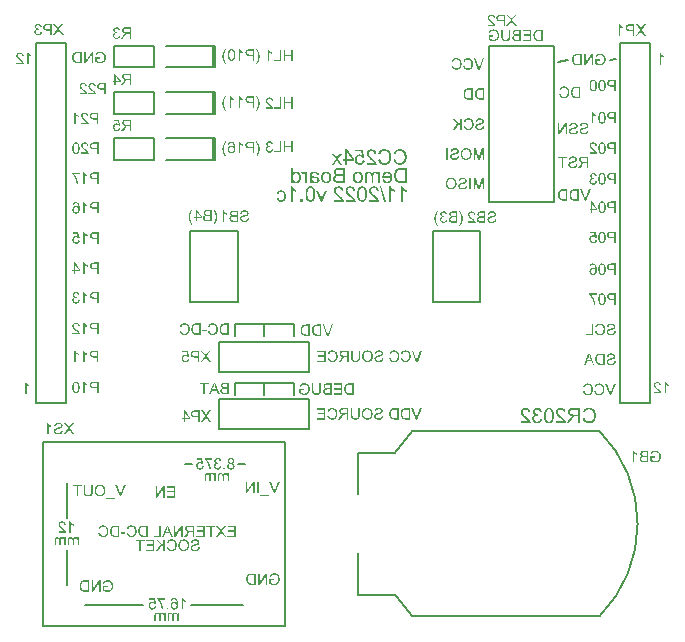
<source format=gbo>
G04*
G04 #@! TF.GenerationSoftware,Altium Limited,Altium Designer,19.1.9 (167)*
G04*
G04 Layer_Color=32896*
%FSLAX44Y44*%
%MOMM*%
G71*
G01*
G75*
%ADD10C,0.2000*%
G36*
X506272Y200156D02*
X504960D01*
X501211Y209768D01*
X502502D01*
X505095Y202780D01*
X505199Y202489D01*
X505303Y202208D01*
X505397Y201937D01*
X505470Y201698D01*
X505501Y201593D01*
X505532Y201500D01*
X505553Y201416D01*
X505574Y201343D01*
X505595Y201291D01*
X505605Y201239D01*
X505616Y201218D01*
Y201208D01*
X505699Y201489D01*
X505782Y201770D01*
X505866Y202031D01*
X505939Y202270D01*
X505980Y202385D01*
X506012Y202479D01*
X506043Y202562D01*
X506064Y202635D01*
X506084Y202697D01*
X506105Y202739D01*
X506116Y202770D01*
Y202780D01*
X508615Y209768D01*
X510000D01*
X506272Y200156D01*
D02*
G37*
G36*
X496139Y209925D02*
X496368Y209914D01*
X496795Y209841D01*
X497003Y209800D01*
X497191Y209748D01*
X497378Y209695D01*
X497545Y209643D01*
X497691Y209591D01*
X497826Y209539D01*
X497951Y209487D01*
X498045Y209445D01*
X498128Y209404D01*
X498180Y209373D01*
X498222Y209362D01*
X498232Y209352D01*
X498420Y209237D01*
X498607Y209112D01*
X498774Y208977D01*
X498930Y208841D01*
X499076Y208696D01*
X499211Y208560D01*
X499326Y208414D01*
X499440Y208290D01*
X499534Y208154D01*
X499617Y208040D01*
X499690Y207936D01*
X499753Y207842D01*
X499794Y207758D01*
X499826Y207706D01*
X499846Y207665D01*
X499857Y207654D01*
X499961Y207446D01*
X500044Y207217D01*
X500117Y206998D01*
X500190Y206779D01*
X500294Y206332D01*
X500326Y206123D01*
X500357Y205926D01*
X500378Y205738D01*
X500398Y205571D01*
X500409Y205415D01*
X500419Y205280D01*
X500430Y205176D01*
Y205093D01*
Y205051D01*
Y205030D01*
X500419Y204780D01*
X500409Y204530D01*
X500346Y204051D01*
X500315Y203822D01*
X500273Y203614D01*
X500221Y203416D01*
X500180Y203228D01*
X500128Y203062D01*
X500086Y202906D01*
X500044Y202780D01*
X500003Y202666D01*
X499971Y202583D01*
X499951Y202510D01*
X499940Y202468D01*
X499930Y202458D01*
X499826Y202239D01*
X499721Y202031D01*
X499607Y201843D01*
X499482Y201666D01*
X499357Y201500D01*
X499242Y201354D01*
X499118Y201218D01*
X499003Y201094D01*
X498888Y200979D01*
X498784Y200885D01*
X498690Y200812D01*
X498607Y200739D01*
X498545Y200687D01*
X498493Y200656D01*
X498461Y200635D01*
X498451Y200625D01*
X498264Y200510D01*
X498066Y200417D01*
X497857Y200333D01*
X497639Y200260D01*
X497430Y200208D01*
X497222Y200156D01*
X497014Y200115D01*
X496816Y200083D01*
X496628Y200052D01*
X496462Y200031D01*
X496306Y200021D01*
X496181Y200010D01*
X496066Y200000D01*
X495920D01*
X495639Y200010D01*
X495379Y200031D01*
X495129Y200073D01*
X494889Y200125D01*
X494660Y200187D01*
X494452Y200260D01*
X494264Y200333D01*
X494087Y200406D01*
X493921Y200479D01*
X493786Y200552D01*
X493661Y200625D01*
X493567Y200687D01*
X493484Y200739D01*
X493431Y200781D01*
X493390Y200802D01*
X493379Y200812D01*
X493192Y200979D01*
X493015Y201156D01*
X492859Y201343D01*
X492713Y201531D01*
X492578Y201729D01*
X492463Y201937D01*
X492359Y202125D01*
X492265Y202322D01*
X492182Y202499D01*
X492119Y202666D01*
X492057Y202822D01*
X492015Y202947D01*
X491973Y203062D01*
X491953Y203135D01*
X491932Y203187D01*
Y203207D01*
X493202Y203530D01*
X493254Y203312D01*
X493327Y203103D01*
X493400Y202906D01*
X493473Y202729D01*
X493556Y202562D01*
X493640Y202416D01*
X493723Y202281D01*
X493806Y202156D01*
X493890Y202052D01*
X493963Y201958D01*
X494035Y201875D01*
X494087Y201812D01*
X494140Y201760D01*
X494181Y201729D01*
X494202Y201708D01*
X494212Y201698D01*
X494358Y201593D01*
X494504Y201500D01*
X494650Y201416D01*
X494806Y201343D01*
X494962Y201281D01*
X495108Y201229D01*
X495400Y201156D01*
X495525Y201135D01*
X495650Y201114D01*
X495754Y201104D01*
X495848Y201094D01*
X495920Y201083D01*
X496025D01*
X496191Y201094D01*
X496347Y201104D01*
X496649Y201156D01*
X496931Y201229D01*
X497170Y201312D01*
X497274Y201354D01*
X497368Y201385D01*
X497451Y201427D01*
X497524Y201458D01*
X497587Y201489D01*
X497628Y201510D01*
X497649Y201531D01*
X497659D01*
X497795Y201625D01*
X497920Y201718D01*
X498149Y201937D01*
X498336Y202156D01*
X498493Y202385D01*
X498607Y202583D01*
X498659Y202666D01*
X498701Y202749D01*
X498722Y202812D01*
X498743Y202853D01*
X498763Y202885D01*
Y202895D01*
X498878Y203249D01*
X498972Y203614D01*
X499034Y203978D01*
X499055Y204145D01*
X499076Y204311D01*
X499086Y204468D01*
X499097Y204603D01*
X499107Y204728D01*
Y204832D01*
X499118Y204926D01*
Y204988D01*
Y205030D01*
Y205040D01*
X499107Y205394D01*
X499076Y205728D01*
X499024Y206040D01*
X499003Y206186D01*
X498972Y206321D01*
X498940Y206436D01*
X498920Y206550D01*
X498888Y206644D01*
X498867Y206728D01*
X498857Y206790D01*
X498836Y206842D01*
X498826Y206873D01*
Y206884D01*
X498690Y207206D01*
X498534Y207488D01*
X498368Y207727D01*
X498274Y207831D01*
X498191Y207936D01*
X498107Y208019D01*
X498034Y208092D01*
X497962Y208165D01*
X497909Y208217D01*
X497857Y208258D01*
X497816Y208290D01*
X497795Y208300D01*
X497785Y208310D01*
X497639Y208404D01*
X497493Y208487D01*
X497337Y208560D01*
X497180Y208623D01*
X496868Y208717D01*
X496566Y208789D01*
X496441Y208810D01*
X496316Y208821D01*
X496202Y208831D01*
X496108Y208841D01*
X496025Y208852D01*
X495743D01*
X495577Y208831D01*
X495264Y208779D01*
X494994Y208696D01*
X494879Y208654D01*
X494764Y208612D01*
X494660Y208571D01*
X494577Y208529D01*
X494504Y208487D01*
X494442Y208446D01*
X494389Y208414D01*
X494358Y208394D01*
X494337Y208383D01*
X494327Y208373D01*
X494212Y208279D01*
X494098Y208175D01*
X493910Y207936D01*
X493733Y207675D01*
X493598Y207425D01*
X493494Y207196D01*
X493442Y207102D01*
X493411Y207019D01*
X493379Y206946D01*
X493369Y206884D01*
X493348Y206852D01*
Y206842D01*
X492098Y207134D01*
X492182Y207373D01*
X492276Y207602D01*
X492369Y207821D01*
X492484Y208019D01*
X492588Y208206D01*
X492702Y208373D01*
X492817Y208529D01*
X492932Y208664D01*
X493046Y208789D01*
X493140Y208894D01*
X493234Y208987D01*
X493317Y209060D01*
X493379Y209123D01*
X493431Y209164D01*
X493463Y209185D01*
X493473Y209196D01*
X493661Y209331D01*
X493858Y209435D01*
X494056Y209539D01*
X494264Y209622D01*
X494473Y209695D01*
X494671Y209758D01*
X494869Y209800D01*
X495056Y209841D01*
X495233Y209872D01*
X495389Y209893D01*
X495535Y209914D01*
X495660Y209925D01*
X495764Y209935D01*
X495900D01*
X496139Y209925D01*
D02*
G37*
G36*
X486444D02*
X486673Y209914D01*
X487100Y209841D01*
X487308Y209800D01*
X487495Y209748D01*
X487683Y209695D01*
X487850Y209643D01*
X487995Y209591D01*
X488131Y209539D01*
X488256Y209487D01*
X488349Y209445D01*
X488433Y209404D01*
X488485Y209373D01*
X488526Y209362D01*
X488537Y209352D01*
X488724Y209237D01*
X488912Y209112D01*
X489078Y208977D01*
X489235Y208841D01*
X489380Y208696D01*
X489516Y208560D01*
X489630Y208414D01*
X489745Y208290D01*
X489839Y208154D01*
X489922Y208040D01*
X489995Y207936D01*
X490057Y207842D01*
X490099Y207758D01*
X490130Y207706D01*
X490151Y207665D01*
X490161Y207654D01*
X490266Y207446D01*
X490349Y207217D01*
X490422Y206998D01*
X490495Y206779D01*
X490599Y206332D01*
X490630Y206123D01*
X490661Y205926D01*
X490682Y205738D01*
X490703Y205571D01*
X490713Y205415D01*
X490724Y205280D01*
X490734Y205176D01*
Y205093D01*
Y205051D01*
Y205030D01*
X490724Y204780D01*
X490713Y204530D01*
X490651Y204051D01*
X490620Y203822D01*
X490578Y203614D01*
X490526Y203416D01*
X490484Y203228D01*
X490432Y203062D01*
X490391Y202906D01*
X490349Y202780D01*
X490307Y202666D01*
X490276Y202583D01*
X490255Y202510D01*
X490245Y202468D01*
X490234Y202458D01*
X490130Y202239D01*
X490026Y202031D01*
X489911Y201843D01*
X489786Y201666D01*
X489662Y201500D01*
X489547Y201354D01*
X489422Y201218D01*
X489308Y201094D01*
X489193Y200979D01*
X489089Y200885D01*
X488995Y200812D01*
X488912Y200739D01*
X488849Y200687D01*
X488797Y200656D01*
X488766Y200635D01*
X488755Y200625D01*
X488568Y200510D01*
X488370Y200417D01*
X488162Y200333D01*
X487943Y200260D01*
X487735Y200208D01*
X487527Y200156D01*
X487318Y200115D01*
X487121Y200083D01*
X486933Y200052D01*
X486767Y200031D01*
X486610Y200021D01*
X486485Y200010D01*
X486371Y200000D01*
X486225D01*
X485944Y200010D01*
X485683Y200031D01*
X485434Y200073D01*
X485194Y200125D01*
X484965Y200187D01*
X484757Y200260D01*
X484569Y200333D01*
X484392Y200406D01*
X484225Y200479D01*
X484090Y200552D01*
X483965Y200625D01*
X483871Y200687D01*
X483788Y200739D01*
X483736Y200781D01*
X483694Y200802D01*
X483684Y200812D01*
X483497Y200979D01*
X483319Y201156D01*
X483163Y201343D01*
X483017Y201531D01*
X482882Y201729D01*
X482767Y201937D01*
X482663Y202125D01*
X482570Y202322D01*
X482486Y202499D01*
X482424Y202666D01*
X482361Y202822D01*
X482320Y202947D01*
X482278Y203062D01*
X482257Y203135D01*
X482236Y203187D01*
Y203207D01*
X483507Y203530D01*
X483559Y203312D01*
X483632Y203103D01*
X483705Y202906D01*
X483778Y202729D01*
X483861Y202562D01*
X483944Y202416D01*
X484028Y202281D01*
X484111Y202156D01*
X484194Y202052D01*
X484267Y201958D01*
X484340Y201875D01*
X484392Y201812D01*
X484444Y201760D01*
X484486Y201729D01*
X484507Y201708D01*
X484517Y201698D01*
X484663Y201593D01*
X484809Y201500D01*
X484954Y201416D01*
X485111Y201343D01*
X485267Y201281D01*
X485413Y201229D01*
X485704Y201156D01*
X485829Y201135D01*
X485954Y201114D01*
X486058Y201104D01*
X486152Y201094D01*
X486225Y201083D01*
X486329D01*
X486496Y201094D01*
X486652Y201104D01*
X486954Y201156D01*
X487235Y201229D01*
X487475Y201312D01*
X487579Y201354D01*
X487673Y201385D01*
X487756Y201427D01*
X487829Y201458D01*
X487891Y201489D01*
X487933Y201510D01*
X487954Y201531D01*
X487964D01*
X488100Y201625D01*
X488224Y201718D01*
X488453Y201937D01*
X488641Y202156D01*
X488797Y202385D01*
X488912Y202583D01*
X488964Y202666D01*
X489006Y202749D01*
X489026Y202812D01*
X489047Y202853D01*
X489068Y202885D01*
Y202895D01*
X489183Y203249D01*
X489276Y203614D01*
X489339Y203978D01*
X489360Y204145D01*
X489380Y204311D01*
X489391Y204468D01*
X489401Y204603D01*
X489412Y204728D01*
Y204832D01*
X489422Y204926D01*
Y204988D01*
Y205030D01*
Y205040D01*
X489412Y205394D01*
X489380Y205728D01*
X489328Y206040D01*
X489308Y206186D01*
X489276Y206321D01*
X489245Y206436D01*
X489224Y206550D01*
X489193Y206644D01*
X489172Y206728D01*
X489162Y206790D01*
X489141Y206842D01*
X489130Y206873D01*
Y206884D01*
X488995Y207206D01*
X488839Y207488D01*
X488672Y207727D01*
X488578Y207831D01*
X488495Y207936D01*
X488412Y208019D01*
X488339Y208092D01*
X488266Y208165D01*
X488214Y208217D01*
X488162Y208258D01*
X488120Y208290D01*
X488100Y208300D01*
X488089Y208310D01*
X487943Y208404D01*
X487797Y208487D01*
X487641Y208560D01*
X487485Y208623D01*
X487173Y208717D01*
X486871Y208789D01*
X486746Y208810D01*
X486621Y208821D01*
X486506Y208831D01*
X486412Y208841D01*
X486329Y208852D01*
X486048D01*
X485881Y208831D01*
X485569Y208779D01*
X485298Y208696D01*
X485183Y208654D01*
X485069Y208612D01*
X484965Y208571D01*
X484882Y208529D01*
X484809Y208487D01*
X484746Y208446D01*
X484694Y208414D01*
X484663Y208394D01*
X484642Y208383D01*
X484632Y208373D01*
X484517Y208279D01*
X484403Y208175D01*
X484215Y207936D01*
X484038Y207675D01*
X483903Y207425D01*
X483798Y207196D01*
X483746Y207102D01*
X483715Y207019D01*
X483684Y206946D01*
X483674Y206884D01*
X483653Y206852D01*
Y206842D01*
X482403Y207134D01*
X482486Y207373D01*
X482580Y207602D01*
X482674Y207821D01*
X482788Y208019D01*
X482892Y208206D01*
X483007Y208373D01*
X483122Y208529D01*
X483236Y208664D01*
X483351Y208789D01*
X483444Y208894D01*
X483538Y208987D01*
X483621Y209060D01*
X483684Y209123D01*
X483736Y209164D01*
X483767Y209185D01*
X483778Y209196D01*
X483965Y209331D01*
X484163Y209435D01*
X484361Y209539D01*
X484569Y209622D01*
X484777Y209695D01*
X484975Y209758D01*
X485173Y209800D01*
X485361Y209841D01*
X485538Y209872D01*
X485694Y209893D01*
X485840Y209914D01*
X485965Y209925D01*
X486069Y209935D01*
X486204D01*
X486444Y209925D01*
D02*
G37*
G36*
X490932Y311539D02*
X491192Y311497D01*
X491442Y311445D01*
X491671Y311373D01*
X491890Y311289D01*
X492088Y311196D01*
X492276Y311102D01*
X492442Y310998D01*
X492588Y310893D01*
X492713Y310800D01*
X492827Y310706D01*
X492911Y310623D01*
X492984Y310550D01*
X493036Y310498D01*
X493067Y310456D01*
X493077Y310446D01*
X493254Y310196D01*
X493421Y309915D01*
X493556Y309602D01*
X493671Y309279D01*
X493775Y308946D01*
X493858Y308613D01*
X493921Y308280D01*
X493983Y307946D01*
X494025Y307634D01*
X494056Y307342D01*
X494077Y307082D01*
X494087Y306853D01*
X494098Y306749D01*
Y306665D01*
X494108Y306582D01*
Y306520D01*
Y306467D01*
Y306426D01*
Y306405D01*
Y306395D01*
X494098Y305947D01*
X494067Y305530D01*
X494025Y305145D01*
X493963Y304791D01*
X493890Y304468D01*
X493817Y304177D01*
X493733Y303916D01*
X493640Y303687D01*
X493556Y303479D01*
X493473Y303302D01*
X493400Y303156D01*
X493327Y303041D01*
X493265Y302948D01*
X493223Y302885D01*
X493192Y302843D01*
X493181Y302833D01*
X493004Y302646D01*
X492807Y302479D01*
X492619Y302333D01*
X492411Y302208D01*
X492213Y302104D01*
X492015Y302010D01*
X491817Y301948D01*
X491630Y301885D01*
X491453Y301844D01*
X491297Y301812D01*
X491151Y301781D01*
X491026Y301771D01*
X490922Y301760D01*
X490838Y301750D01*
X490776D01*
X490463Y301771D01*
X490172Y301812D01*
X489901Y301875D01*
X489672Y301958D01*
X489578Y301989D01*
X489484Y302031D01*
X489412Y302062D01*
X489349Y302094D01*
X489297Y302115D01*
X489255Y302135D01*
X489235Y302156D01*
X489224D01*
X488985Y302323D01*
X488766Y302521D01*
X488578Y302719D01*
X488433Y302906D01*
X488308Y303083D01*
X488266Y303156D01*
X488224Y303218D01*
X488193Y303270D01*
X488172Y303312D01*
X488152Y303333D01*
Y303343D01*
X488016Y303645D01*
X487922Y303937D01*
X487850Y304218D01*
X487808Y304478D01*
X487787Y304593D01*
X487777Y304708D01*
X487766Y304801D01*
Y304874D01*
X487756Y304947D01*
Y304989D01*
Y305020D01*
Y305030D01*
X487766Y305280D01*
X487787Y305520D01*
X487829Y305749D01*
X487881Y305957D01*
X487954Y306155D01*
X488016Y306343D01*
X488100Y306509D01*
X488172Y306665D01*
X488245Y306801D01*
X488329Y306926D01*
X488391Y307030D01*
X488453Y307113D01*
X488516Y307186D01*
X488558Y307228D01*
X488578Y307259D01*
X488589Y307269D01*
X488745Y307426D01*
X488912Y307561D01*
X489078Y307676D01*
X489255Y307780D01*
X489422Y307863D01*
X489589Y307936D01*
X489755Y307988D01*
X489901Y308040D01*
X490047Y308071D01*
X490182Y308102D01*
X490297Y308113D01*
X490401Y308134D01*
X490484D01*
X490547Y308144D01*
X490599D01*
X490849Y308134D01*
X491088Y308092D01*
X491307Y308040D01*
X491505Y307988D01*
X491671Y307925D01*
X491734Y307894D01*
X491796Y307873D01*
X491838Y307853D01*
X491869Y307832D01*
X491890Y307821D01*
X491901D01*
X492119Y307686D01*
X492317Y307540D01*
X492494Y307384D01*
X492650Y307228D01*
X492765Y307082D01*
X492859Y306967D01*
X492890Y306926D01*
X492911Y306894D01*
X492931Y306874D01*
X492932Y306863D01*
Y306874D01*
X492931Y306874D01*
X492921Y307124D01*
X492911Y307374D01*
X492900Y307603D01*
X492879Y307811D01*
X492848Y308009D01*
X492817Y308196D01*
X492796Y308363D01*
X492765Y308509D01*
X492734Y308634D01*
X492702Y308748D01*
X492671Y308852D01*
X492650Y308925D01*
X492630Y308988D01*
X492609Y309040D01*
X492598Y309061D01*
Y309071D01*
X492463Y309342D01*
X492327Y309581D01*
X492182Y309790D01*
X492036Y309956D01*
X491911Y310092D01*
X491817Y310185D01*
X491776Y310217D01*
X491744Y310237D01*
X491734Y310258D01*
X491724D01*
X491557Y310362D01*
X491390Y310446D01*
X491224Y310498D01*
X491067Y310539D01*
X490932Y310560D01*
X490817Y310581D01*
X490724D01*
X490599Y310571D01*
X490474Y310560D01*
X490245Y310498D01*
X490037Y310425D01*
X489870Y310331D01*
X489724Y310237D01*
X489620Y310154D01*
X489589Y310123D01*
X489557Y310092D01*
X489547Y310081D01*
X489537Y310071D01*
X489432Y309935D01*
X489349Y309779D01*
X489266Y309613D01*
X489203Y309446D01*
X489151Y309300D01*
X489120Y309175D01*
X489110Y309123D01*
X489099Y309092D01*
X489089Y309071D01*
Y309061D01*
X487912Y309154D01*
X487943Y309363D01*
X487995Y309550D01*
X488047Y309727D01*
X488110Y309894D01*
X488183Y310050D01*
X488256Y310196D01*
X488329Y310331D01*
X488401Y310446D01*
X488474Y310550D01*
X488547Y310644D01*
X488610Y310727D01*
X488672Y310789D01*
X488714Y310841D01*
X488755Y310873D01*
X488776Y310893D01*
X488787Y310904D01*
X488933Y311019D01*
X489078Y311112D01*
X489224Y311206D01*
X489380Y311279D01*
X489547Y311341D01*
X489693Y311393D01*
X489995Y311466D01*
X490130Y311497D01*
X490255Y311518D01*
X490370Y311529D01*
X490463Y311539D01*
X490536Y311550D01*
X490651D01*
X490932Y311539D01*
D02*
G37*
G36*
X510000Y301906D02*
X508730D01*
Y305812D01*
X506272D01*
X505897Y305822D01*
X505564Y305853D01*
X505251Y305895D01*
X504960Y305947D01*
X504710Y306009D01*
X504470Y306082D01*
X504272Y306155D01*
X504085Y306238D01*
X503929Y306311D01*
X503793Y306384D01*
X503679Y306457D01*
X503596Y306520D01*
X503523Y306582D01*
X503481Y306624D01*
X503450Y306645D01*
X503439Y306655D01*
X503304Y306822D01*
X503179Y306988D01*
X503075Y307165D01*
X502991Y307342D01*
X502908Y307519D01*
X502846Y307686D01*
X502794Y307853D01*
X502752Y308009D01*
X502721Y308165D01*
X502700Y308300D01*
X502679Y308415D01*
X502669Y308519D01*
X502658Y308613D01*
Y308675D01*
Y308717D01*
Y308727D01*
X502669Y308988D01*
X502700Y309238D01*
X502752Y309456D01*
X502804Y309654D01*
X502867Y309810D01*
X502887Y309883D01*
X502908Y309935D01*
X502929Y309977D01*
X502950Y310008D01*
X502960Y310029D01*
Y310040D01*
X503075Y310258D01*
X503200Y310435D01*
X503335Y310602D01*
X503450Y310727D01*
X503564Y310831D01*
X503648Y310904D01*
X503710Y310956D01*
X503721Y310966D01*
X503731D01*
X503918Y311081D01*
X504116Y311175D01*
X504314Y311258D01*
X504501Y311320D01*
X504668Y311373D01*
X504741Y311383D01*
X504804Y311404D01*
X504845Y311414D01*
X504887D01*
X504908Y311425D01*
X504918D01*
X505012Y311445D01*
X505126Y311456D01*
X505355Y311477D01*
X505595Y311497D01*
X505835Y311508D01*
X506043Y311518D01*
X510000D01*
Y301906D01*
D02*
G37*
G36*
X498576Y311539D02*
X498763Y311529D01*
X498940Y311497D01*
X499107Y311466D01*
X499253Y311425D01*
X499399Y311373D01*
X499534Y311320D01*
X499649Y311268D01*
X499763Y311216D01*
X499857Y311164D01*
X499940Y311123D01*
X500003Y311070D01*
X500055Y311039D01*
X500096Y311008D01*
X500117Y310998D01*
X500128Y310987D01*
X500253Y310873D01*
X500367Y310758D01*
X500575Y310498D01*
X500763Y310237D01*
X500909Y309977D01*
X500971Y309852D01*
X501023Y309748D01*
X501065Y309644D01*
X501106Y309561D01*
X501127Y309488D01*
X501148Y309425D01*
X501169Y309394D01*
Y309384D01*
X501231Y309186D01*
X501284Y308967D01*
X501367Y308519D01*
X501429Y308061D01*
X501450Y307842D01*
X501471Y307624D01*
X501481Y307426D01*
X501492Y307238D01*
X501502Y307071D01*
Y306926D01*
X501513Y306811D01*
Y306717D01*
Y306665D01*
Y306645D01*
X501502Y306155D01*
X501471Y305697D01*
X501429Y305280D01*
X501367Y304895D01*
X501294Y304541D01*
X501211Y304218D01*
X501127Y303937D01*
X501034Y303677D01*
X500950Y303458D01*
X500867Y303260D01*
X500784Y303104D01*
X500711Y302968D01*
X500648Y302864D01*
X500607Y302791D01*
X500575Y302750D01*
X500565Y302739D01*
X500409Y302562D01*
X500242Y302416D01*
X500065Y302281D01*
X499888Y302167D01*
X499711Y302073D01*
X499524Y301989D01*
X499347Y301927D01*
X499180Y301875D01*
X499013Y301833D01*
X498867Y301802D01*
X498732Y301781D01*
X498618Y301771D01*
X498524Y301760D01*
X498451Y301750D01*
X498388D01*
X498191Y301760D01*
X498014Y301771D01*
X497836Y301802D01*
X497670Y301833D01*
X497514Y301885D01*
X497378Y301927D01*
X497243Y301979D01*
X497128Y302031D01*
X497014Y302083D01*
X496920Y302135D01*
X496837Y302187D01*
X496774Y302229D01*
X496722Y302260D01*
X496681Y302292D01*
X496660Y302302D01*
X496649Y302312D01*
X496524Y302427D01*
X496399Y302542D01*
X496191Y302802D01*
X496014Y303062D01*
X495868Y303323D01*
X495806Y303447D01*
X495754Y303562D01*
X495712Y303656D01*
X495670Y303750D01*
X495639Y303812D01*
X495629Y303874D01*
X495608Y303906D01*
Y303916D01*
X495546Y304114D01*
X495493Y304333D01*
X495400Y304781D01*
X495337Y305239D01*
X495316Y305457D01*
X495295Y305676D01*
X495285Y305874D01*
X495275Y306061D01*
X495264Y306218D01*
X495254Y306363D01*
Y306478D01*
Y306572D01*
Y306624D01*
Y306645D01*
Y306905D01*
X495264Y307155D01*
X495275Y307384D01*
X495285Y307603D01*
X495306Y307801D01*
X495327Y307988D01*
X495348Y308155D01*
X495358Y308311D01*
X495379Y308446D01*
X495400Y308561D01*
X495420Y308665D01*
X495441Y308748D01*
X495452Y308821D01*
X495462Y308863D01*
X495473Y308894D01*
Y308904D01*
X495556Y309206D01*
X495660Y309488D01*
X495754Y309727D01*
X495848Y309935D01*
X495900Y310019D01*
X495931Y310102D01*
X495972Y310175D01*
X496004Y310227D01*
X496035Y310269D01*
X496045Y310300D01*
X496066Y310321D01*
Y310331D01*
X496212Y310539D01*
X496379Y310727D01*
X496535Y310883D01*
X496691Y311008D01*
X496826Y311112D01*
X496931Y311175D01*
X496972Y311206D01*
X497003Y311227D01*
X497024Y311237D01*
X497035D01*
X497264Y311341D01*
X497493Y311414D01*
X497722Y311477D01*
X497930Y311508D01*
X498118Y311529D01*
X498191Y311539D01*
X498264Y311550D01*
X498388D01*
X498576Y311539D01*
D02*
G37*
G36*
X486750Y392406D02*
X485480D01*
Y396676D01*
X483844D01*
X483699Y396665D01*
X483574Y396655D01*
X483470D01*
X483397Y396645D01*
X483345Y396634D01*
X483313Y396624D01*
X483303D01*
X483188Y396593D01*
X483084Y396551D01*
X482991Y396509D01*
X482897Y396468D01*
X482824Y396426D01*
X482772Y396395D01*
X482730Y396374D01*
X482720Y396363D01*
X482616Y396291D01*
X482501Y396186D01*
X482387Y396082D01*
X482293Y395978D01*
X482199Y395885D01*
X482137Y395801D01*
X482095Y395749D01*
X482074Y395739D01*
Y395728D01*
X481928Y395541D01*
X481772Y395332D01*
X481626Y395114D01*
X481480Y394895D01*
X481356Y394708D01*
X481293Y394624D01*
X481251Y394552D01*
X481210Y394489D01*
X481179Y394447D01*
X481168Y394416D01*
X481158Y394406D01*
X479887Y392406D01*
X478294D01*
X479960Y395020D01*
X480148Y395291D01*
X480335Y395541D01*
X480512Y395760D01*
X480668Y395947D01*
X480804Y396093D01*
X480866Y396155D01*
X480918Y396207D01*
X480960Y396249D01*
X480991Y396280D01*
X481002Y396291D01*
X481012Y396301D01*
X481116Y396384D01*
X481241Y396478D01*
X481366Y396551D01*
X481491Y396624D01*
X481605Y396686D01*
X481699Y396738D01*
X481762Y396770D01*
X481772Y396780D01*
X481782D01*
X481533Y396822D01*
X481293Y396874D01*
X481074Y396936D01*
X480877Y396999D01*
X480689Y397072D01*
X480522Y397145D01*
X480377Y397217D01*
X480241Y397290D01*
X480116Y397363D01*
X480012Y397436D01*
X479929Y397499D01*
X479856Y397551D01*
X479804Y397603D01*
X479762Y397634D01*
X479741Y397655D01*
X479731Y397665D01*
X479616Y397801D01*
X479512Y397936D01*
X479418Y398082D01*
X479346Y398228D01*
X479283Y398373D01*
X479231Y398519D01*
X479148Y398790D01*
X479117Y398915D01*
X479096Y399030D01*
X479085Y399134D01*
X479075Y399227D01*
X479064Y399290D01*
Y399352D01*
Y399384D01*
Y399394D01*
X479085Y399686D01*
X479127Y399956D01*
X479189Y400196D01*
X479262Y400415D01*
X479304Y400508D01*
X479346Y400592D01*
X479377Y400664D01*
X479408Y400727D01*
X479429Y400779D01*
X479450Y400810D01*
X479471Y400831D01*
Y400841D01*
X479627Y401071D01*
X479804Y401258D01*
X479981Y401425D01*
X480158Y401550D01*
X480304Y401643D01*
X480429Y401706D01*
X480481Y401727D01*
X480512Y401748D01*
X480533Y401758D01*
X480543D01*
X480679Y401800D01*
X480814Y401841D01*
X481126Y401904D01*
X481449Y401956D01*
X481762Y401987D01*
X481918Y401997D01*
X482053Y402008D01*
X482168D01*
X482282Y402018D01*
X486750D01*
Y392406D01*
D02*
G37*
G36*
X468838Y400883D02*
X465672D01*
Y392406D01*
X464402D01*
Y400883D01*
X461236D01*
Y402018D01*
X468838D01*
Y400883D01*
D02*
G37*
G36*
X474107Y402174D02*
X474441Y402133D01*
X474732Y402081D01*
X474868Y402050D01*
X474993Y402018D01*
X475107Y401987D01*
X475211Y401956D01*
X475305Y401925D01*
X475378Y401904D01*
X475430Y401883D01*
X475482Y401862D01*
X475503Y401852D01*
X475513D01*
X475794Y401716D01*
X476034Y401560D01*
X476242Y401404D01*
X476409Y401248D01*
X476544Y401102D01*
X476648Y400987D01*
X476680Y400946D01*
X476701Y400914D01*
X476721Y400894D01*
Y400883D01*
X476857Y400644D01*
X476961Y400404D01*
X477023Y400186D01*
X477075Y399977D01*
X477107Y399790D01*
X477117Y399717D01*
Y399654D01*
X477127Y399602D01*
Y399561D01*
Y399540D01*
Y399529D01*
X477117Y399290D01*
X477075Y399061D01*
X477023Y398853D01*
X476961Y398675D01*
X476898Y398530D01*
X476846Y398415D01*
X476825Y398373D01*
X476805Y398342D01*
X476794Y398332D01*
Y398321D01*
X476659Y398134D01*
X476492Y397957D01*
X476326Y397811D01*
X476149Y397676D01*
X476003Y397571D01*
X475878Y397499D01*
X475826Y397478D01*
X475794Y397457D01*
X475774Y397436D01*
X475763D01*
X475659Y397384D01*
X475534Y397332D01*
X475399Y397280D01*
X475253Y397228D01*
X474951Y397124D01*
X474638Y397030D01*
X474493Y396988D01*
X474368Y396947D01*
X474243Y396916D01*
X474128Y396884D01*
X474045Y396863D01*
X473972Y396843D01*
X473930Y396832D01*
X473920D01*
X473680Y396780D01*
X473462Y396718D01*
X473274Y396676D01*
X473097Y396624D01*
X472941Y396582D01*
X472795Y396551D01*
X472681Y396509D01*
X472566Y396478D01*
X472483Y396457D01*
X472399Y396426D01*
X472337Y396405D01*
X472295Y396395D01*
X472254Y396384D01*
X472233Y396374D01*
X472212Y396363D01*
X472004Y396270D01*
X471827Y396176D01*
X471670Y396082D01*
X471556Y395999D01*
X471462Y395916D01*
X471400Y395853D01*
X471358Y395812D01*
X471348Y395801D01*
X471254Y395676D01*
X471191Y395541D01*
X471139Y395405D01*
X471108Y395280D01*
X471087Y395176D01*
X471077Y395083D01*
Y395031D01*
Y395020D01*
Y395010D01*
X471087Y394854D01*
X471119Y394697D01*
X471171Y394562D01*
X471212Y394437D01*
X471264Y394333D01*
X471316Y394249D01*
X471348Y394208D01*
X471358Y394187D01*
X471473Y394052D01*
X471598Y393937D01*
X471743Y393833D01*
X471879Y393750D01*
X472004Y393687D01*
X472098Y393635D01*
X472139Y393614D01*
X472170Y393604D01*
X472181Y393593D01*
X472191D01*
X472399Y393521D01*
X472618Y393468D01*
X472837Y393437D01*
X473035Y393416D01*
X473201Y393396D01*
X473274D01*
X473337Y393385D01*
X473462D01*
X473764Y393396D01*
X474035Y393427D01*
X474295Y393479D01*
X474514Y393531D01*
X474607Y393552D01*
X474691Y393573D01*
X474763Y393604D01*
X474826Y393625D01*
X474878Y393646D01*
X474909Y393656D01*
X474930Y393666D01*
X474940D01*
X475170Y393781D01*
X475368Y393906D01*
X475534Y394020D01*
X475670Y394145D01*
X475774Y394249D01*
X475846Y394333D01*
X475899Y394385D01*
X475909Y394406D01*
X476013Y394593D01*
X476096Y394791D01*
X476159Y394989D01*
X476211Y395176D01*
X476253Y395353D01*
X476263Y395416D01*
X476273Y395478D01*
X476284Y395530D01*
X476294Y395572D01*
Y395593D01*
Y395603D01*
X477492Y395499D01*
X477481Y395322D01*
X477461Y395145D01*
X477398Y394822D01*
X477315Y394520D01*
X477273Y394385D01*
X477221Y394270D01*
X477179Y394156D01*
X477127Y394052D01*
X477086Y393968D01*
X477044Y393895D01*
X477013Y393833D01*
X476992Y393791D01*
X476982Y393770D01*
X476971Y393760D01*
X476773Y393489D01*
X476544Y393260D01*
X476315Y393062D01*
X476096Y392906D01*
X475899Y392781D01*
X475815Y392739D01*
X475742Y392698D01*
X475680Y392667D01*
X475638Y392646D01*
X475607Y392625D01*
X475597D01*
X475243Y392500D01*
X474878Y392406D01*
X474514Y392344D01*
X474170Y392302D01*
X474003Y392281D01*
X473857Y392271D01*
X473732Y392260D01*
X473618D01*
X473524Y392250D01*
X473399D01*
X473024Y392271D01*
X472681Y392313D01*
X472368Y392365D01*
X472223Y392406D01*
X472098Y392437D01*
X471973Y392469D01*
X471868Y392510D01*
X471775Y392542D01*
X471702Y392562D01*
X471639Y392594D01*
X471598Y392604D01*
X471566Y392625D01*
X471556D01*
X471264Y392781D01*
X471015Y392948D01*
X470796Y393125D01*
X470619Y393291D01*
X470473Y393448D01*
X470379Y393562D01*
X470337Y393614D01*
X470317Y393646D01*
X470296Y393666D01*
Y393677D01*
X470213Y393802D01*
X470150Y393937D01*
X470036Y394187D01*
X469952Y394426D01*
X469900Y394645D01*
X469869Y394843D01*
X469859Y394916D01*
Y394989D01*
X469848Y395041D01*
Y395083D01*
Y395103D01*
Y395114D01*
X469869Y395395D01*
X469911Y395655D01*
X469973Y395885D01*
X470046Y396082D01*
X470129Y396249D01*
X470160Y396322D01*
X470192Y396374D01*
X470213Y396416D01*
X470233Y396447D01*
X470254Y396468D01*
Y396478D01*
X470337Y396582D01*
X470421Y396686D01*
X470619Y396884D01*
X470817Y397051D01*
X471025Y397186D01*
X471202Y397301D01*
X471285Y397353D01*
X471358Y397384D01*
X471410Y397415D01*
X471452Y397436D01*
X471483Y397457D01*
X471493D01*
X471608Y397509D01*
X471754Y397561D01*
X471900Y397613D01*
X472066Y397665D01*
X472420Y397759D01*
X472774Y397853D01*
X472941Y397905D01*
X473097Y397936D01*
X473243Y397978D01*
X473368Y397999D01*
X473472Y398030D01*
X473545Y398051D01*
X473597Y398061D01*
X473618D01*
X473899Y398124D01*
X474149Y398196D01*
X474368Y398259D01*
X474576Y398321D01*
X474753Y398384D01*
X474909Y398436D01*
X475045Y398488D01*
X475159Y398540D01*
X475253Y398592D01*
X475336Y398634D01*
X475399Y398665D01*
X475451Y398696D01*
X475493Y398727D01*
X475513Y398748D01*
X475534Y398759D01*
X475659Y398894D01*
X475742Y399030D01*
X475805Y399175D01*
X475857Y399311D01*
X475878Y399425D01*
X475888Y399519D01*
X475899Y399581D01*
Y399592D01*
Y399602D01*
X475888Y399717D01*
X475878Y399821D01*
X475815Y400008D01*
X475732Y400186D01*
X475638Y400331D01*
X475545Y400456D01*
X475461Y400550D01*
X475399Y400602D01*
X475388Y400623D01*
X475378D01*
X475274Y400696D01*
X475149Y400769D01*
X474888Y400873D01*
X474618Y400946D01*
X474337Y400998D01*
X474212Y401019D01*
X474087Y401029D01*
X473982Y401039D01*
X473889D01*
X473805Y401050D01*
X473503D01*
X473316Y401029D01*
X473139Y401008D01*
X472972Y400977D01*
X472826Y400946D01*
X472691Y400904D01*
X472566Y400862D01*
X472452Y400821D01*
X472358Y400769D01*
X472275Y400727D01*
X472202Y400685D01*
X472139Y400654D01*
X472098Y400623D01*
X472056Y400602D01*
X472045Y400592D01*
X472035Y400581D01*
X471931Y400488D01*
X471837Y400394D01*
X471691Y400175D01*
X471566Y399946D01*
X471483Y399727D01*
X471421Y399529D01*
X471400Y399446D01*
X471379Y399363D01*
X471368Y399300D01*
Y399259D01*
X471358Y399227D01*
Y399217D01*
X470140Y399311D01*
X470171Y399623D01*
X470233Y399904D01*
X470306Y400165D01*
X470390Y400383D01*
X470442Y400477D01*
X470473Y400571D01*
X470515Y400644D01*
X470546Y400706D01*
X470577Y400758D01*
X470598Y400789D01*
X470608Y400810D01*
X470619Y400821D01*
X470796Y401060D01*
X470994Y401258D01*
X471202Y401435D01*
X471410Y401581D01*
X471587Y401685D01*
X471670Y401727D01*
X471733Y401768D01*
X471785Y401800D01*
X471837Y401810D01*
X471858Y401831D01*
X471868D01*
X472181Y401945D01*
X472504Y402039D01*
X472826Y402102D01*
X473118Y402143D01*
X473254Y402154D01*
X473368Y402164D01*
X473483Y402174D01*
X473576Y402185D01*
X473753D01*
X474107Y402174D01*
D02*
G37*
G36*
X176586Y84992D02*
X180304Y80014D01*
X178773D01*
X176336Y83346D01*
X176274Y83429D01*
X176211Y83533D01*
X176055Y83752D01*
X175982Y83856D01*
X175930Y83940D01*
X175889Y84002D01*
X175878Y84013D01*
Y84023D01*
X175732Y83804D01*
X175670Y83711D01*
X175607Y83627D01*
X175555Y83544D01*
X175514Y83492D01*
X175493Y83450D01*
X175482Y83440D01*
X173046Y80014D01*
X171494D01*
X175097Y85054D01*
X171754Y89626D01*
X173139D01*
X175056Y87064D01*
X175212Y86856D01*
X175368Y86658D01*
X175493Y86470D01*
X175607Y86304D01*
X175701Y86168D01*
X175764Y86074D01*
X175795Y86033D01*
X175816Y86002D01*
X175826Y85991D01*
Y85981D01*
X175920Y86147D01*
X176045Y86345D01*
X176170Y86533D01*
X176295Y86731D01*
X176409Y86897D01*
X176461Y86970D01*
X176503Y87033D01*
X176545Y87085D01*
X176576Y87126D01*
X176586Y87147D01*
X176597Y87158D01*
X178357Y89626D01*
X179867D01*
X176586Y84992D01*
D02*
G37*
G36*
X94899Y82898D02*
X91264D01*
Y84085D01*
X94899D01*
Y82898D01*
D02*
G37*
G36*
X143532Y80014D02*
X142314D01*
Y87553D01*
X137274Y80014D01*
X135961D01*
Y89626D01*
X137180D01*
Y82076D01*
X142231Y89626D01*
X143532D01*
Y80014D01*
D02*
G37*
G36*
X100054Y89782D02*
X100283Y89771D01*
X100710Y89699D01*
X100918Y89657D01*
X101106Y89605D01*
X101293Y89553D01*
X101460Y89501D01*
X101606Y89449D01*
X101741Y89397D01*
X101866Y89345D01*
X101960Y89303D01*
X102043Y89261D01*
X102095Y89230D01*
X102137Y89220D01*
X102147Y89209D01*
X102334Y89095D01*
X102522Y88970D01*
X102689Y88834D01*
X102845Y88699D01*
X102991Y88553D01*
X103126Y88418D01*
X103240Y88272D01*
X103355Y88147D01*
X103449Y88012D01*
X103532Y87897D01*
X103605Y87793D01*
X103667Y87699D01*
X103709Y87616D01*
X103740Y87564D01*
X103761Y87522D01*
X103772Y87512D01*
X103876Y87303D01*
X103959Y87074D01*
X104032Y86856D01*
X104105Y86637D01*
X104209Y86189D01*
X104240Y85981D01*
X104271Y85783D01*
X104292Y85596D01*
X104313Y85429D01*
X104324Y85273D01*
X104334Y85137D01*
X104344Y85033D01*
Y84950D01*
Y84908D01*
Y84887D01*
X104334Y84637D01*
X104324Y84387D01*
X104261Y83908D01*
X104230Y83679D01*
X104188Y83471D01*
X104136Y83273D01*
X104094Y83086D01*
X104042Y82919D01*
X104001Y82763D01*
X103959Y82638D01*
X103917Y82523D01*
X103886Y82440D01*
X103865Y82367D01*
X103855Y82325D01*
X103844Y82315D01*
X103740Y82096D01*
X103636Y81888D01*
X103522Y81701D01*
X103397Y81524D01*
X103272Y81357D01*
X103157Y81211D01*
X103032Y81076D01*
X102918Y80951D01*
X102803Y80836D01*
X102699Y80743D01*
X102605Y80670D01*
X102522Y80597D01*
X102459Y80545D01*
X102407Y80513D01*
X102376Y80493D01*
X102366Y80482D01*
X102178Y80368D01*
X101980Y80274D01*
X101772Y80191D01*
X101553Y80118D01*
X101345Y80066D01*
X101137Y80014D01*
X100929Y79972D01*
X100731Y79941D01*
X100543Y79909D01*
X100377Y79889D01*
X100220Y79878D01*
X100096Y79868D01*
X99981Y79857D01*
X99835D01*
X99554Y79868D01*
X99294Y79889D01*
X99044Y79930D01*
X98804Y79982D01*
X98575Y80045D01*
X98367Y80118D01*
X98179Y80191D01*
X98002Y80264D01*
X97836Y80336D01*
X97700Y80409D01*
X97575Y80482D01*
X97482Y80545D01*
X97398Y80597D01*
X97346Y80638D01*
X97304Y80659D01*
X97294Y80670D01*
X97107Y80836D01*
X96930Y81013D01*
X96773Y81201D01*
X96628Y81388D01*
X96492Y81586D01*
X96378Y81794D01*
X96273Y81982D01*
X96180Y82180D01*
X96096Y82357D01*
X96034Y82523D01*
X95971Y82680D01*
X95930Y82804D01*
X95888Y82919D01*
X95867Y82992D01*
X95847Y83044D01*
Y83065D01*
X97117Y83388D01*
X97169Y83169D01*
X97242Y82961D01*
X97315Y82763D01*
X97388Y82586D01*
X97471Y82419D01*
X97555Y82273D01*
X97638Y82138D01*
X97721Y82013D01*
X97804Y81909D01*
X97877Y81815D01*
X97950Y81732D01*
X98002Y81669D01*
X98054Y81617D01*
X98096Y81586D01*
X98117Y81565D01*
X98127Y81555D01*
X98273Y81451D01*
X98419Y81357D01*
X98565Y81274D01*
X98721Y81201D01*
X98877Y81138D01*
X99023Y81086D01*
X99314Y81013D01*
X99439Y80992D01*
X99564Y80972D01*
X99669Y80961D01*
X99762Y80951D01*
X99835Y80940D01*
X99939D01*
X100106Y80951D01*
X100262Y80961D01*
X100564Y81013D01*
X100845Y81086D01*
X101085Y81170D01*
X101189Y81211D01*
X101283Y81242D01*
X101366Y81284D01*
X101439Y81315D01*
X101501Y81347D01*
X101543Y81367D01*
X101564Y81388D01*
X101574D01*
X101710Y81482D01*
X101835Y81576D01*
X102064Y81794D01*
X102251Y82013D01*
X102407Y82242D01*
X102522Y82440D01*
X102574Y82523D01*
X102616Y82607D01*
X102636Y82669D01*
X102657Y82711D01*
X102678Y82742D01*
Y82752D01*
X102793Y83106D01*
X102886Y83471D01*
X102949Y83835D01*
X102970Y84002D01*
X102991Y84169D01*
X103001Y84325D01*
X103011Y84460D01*
X103022Y84585D01*
Y84689D01*
X103032Y84783D01*
Y84846D01*
Y84887D01*
Y84898D01*
X103022Y85252D01*
X102991Y85585D01*
X102938Y85898D01*
X102918Y86043D01*
X102886Y86179D01*
X102855Y86293D01*
X102834Y86408D01*
X102803Y86502D01*
X102782Y86585D01*
X102772Y86647D01*
X102751Y86699D01*
X102741Y86731D01*
Y86741D01*
X102605Y87064D01*
X102449Y87345D01*
X102282Y87584D01*
X102189Y87689D01*
X102105Y87793D01*
X102022Y87876D01*
X101949Y87949D01*
X101876Y88022D01*
X101824Y88074D01*
X101772Y88116D01*
X101730Y88147D01*
X101710Y88157D01*
X101699Y88168D01*
X101553Y88261D01*
X101408Y88345D01*
X101251Y88418D01*
X101095Y88480D01*
X100783Y88574D01*
X100481Y88647D01*
X100356Y88668D01*
X100231Y88678D01*
X100116Y88688D01*
X100023Y88699D01*
X99939Y88709D01*
X99658D01*
X99492Y88688D01*
X99179Y88636D01*
X98908Y88553D01*
X98794Y88511D01*
X98679Y88470D01*
X98575Y88428D01*
X98492Y88386D01*
X98419Y88345D01*
X98356Y88303D01*
X98304Y88272D01*
X98273Y88251D01*
X98252Y88241D01*
X98242Y88230D01*
X98127Y88137D01*
X98013Y88032D01*
X97825Y87793D01*
X97648Y87533D01*
X97513Y87282D01*
X97409Y87053D01*
X97357Y86960D01*
X97325Y86876D01*
X97294Y86804D01*
X97284Y86741D01*
X97263Y86710D01*
Y86699D01*
X96013Y86991D01*
X96096Y87231D01*
X96190Y87460D01*
X96284Y87678D01*
X96398Y87876D01*
X96503Y88064D01*
X96617Y88230D01*
X96732Y88386D01*
X96846Y88522D01*
X96961Y88647D01*
X97055Y88751D01*
X97148Y88845D01*
X97232Y88918D01*
X97294Y88980D01*
X97346Y89022D01*
X97377Y89043D01*
X97388Y89053D01*
X97575Y89188D01*
X97773Y89292D01*
X97971Y89397D01*
X98179Y89480D01*
X98388Y89553D01*
X98586Y89615D01*
X98783Y89657D01*
X98971Y89699D01*
X99148Y89730D01*
X99304Y89751D01*
X99450Y89771D01*
X99575Y89782D01*
X99679Y89792D01*
X99814D01*
X100054Y89782D01*
D02*
G37*
G36*
X76195D02*
X76424Y89771D01*
X76851Y89699D01*
X77060Y89657D01*
X77247Y89605D01*
X77435Y89553D01*
X77601Y89501D01*
X77747Y89449D01*
X77882Y89397D01*
X78007Y89345D01*
X78101Y89303D01*
X78184Y89261D01*
X78236Y89230D01*
X78278Y89220D01*
X78289Y89209D01*
X78476Y89095D01*
X78664Y88970D01*
X78830Y88834D01*
X78986Y88699D01*
X79132Y88553D01*
X79268Y88418D01*
X79382Y88272D01*
X79497Y88147D01*
X79590Y88012D01*
X79674Y87897D01*
X79746Y87793D01*
X79809Y87699D01*
X79851Y87616D01*
X79882Y87564D01*
X79903Y87522D01*
X79913Y87512D01*
X80017Y87303D01*
X80101Y87074D01*
X80174Y86856D01*
X80246Y86637D01*
X80351Y86189D01*
X80382Y85981D01*
X80413Y85783D01*
X80434Y85596D01*
X80455Y85429D01*
X80465Y85273D01*
X80476Y85137D01*
X80486Y85033D01*
Y84950D01*
Y84908D01*
Y84887D01*
X80476Y84637D01*
X80465Y84387D01*
X80403Y83908D01*
X80371Y83679D01*
X80330Y83471D01*
X80278Y83273D01*
X80236Y83086D01*
X80184Y82919D01*
X80142Y82763D01*
X80101Y82638D01*
X80059Y82523D01*
X80028Y82440D01*
X80007Y82367D01*
X79997Y82325D01*
X79986Y82315D01*
X79882Y82096D01*
X79778Y81888D01*
X79663Y81701D01*
X79538Y81524D01*
X79413Y81357D01*
X79299Y81211D01*
X79174Y81076D01*
X79059Y80951D01*
X78945Y80836D01*
X78840Y80743D01*
X78747Y80670D01*
X78664Y80597D01*
X78601Y80545D01*
X78549Y80513D01*
X78518Y80493D01*
X78507Y80482D01*
X78320Y80368D01*
X78122Y80274D01*
X77914Y80191D01*
X77695Y80118D01*
X77487Y80066D01*
X77278Y80014D01*
X77070Y79972D01*
X76872Y79941D01*
X76685Y79909D01*
X76518Y79889D01*
X76362Y79878D01*
X76237Y79868D01*
X76122Y79857D01*
X75977D01*
X75696Y79868D01*
X75435Y79889D01*
X75185Y79930D01*
X74946Y79982D01*
X74717Y80045D01*
X74508Y80118D01*
X74321Y80191D01*
X74144Y80264D01*
X73977Y80336D01*
X73842Y80409D01*
X73717Y80482D01*
X73623Y80545D01*
X73540Y80597D01*
X73488Y80638D01*
X73446Y80659D01*
X73436Y80670D01*
X73248Y80836D01*
X73071Y81013D01*
X72915Y81201D01*
X72769Y81388D01*
X72634Y81586D01*
X72519Y81794D01*
X72415Y81982D01*
X72321Y82180D01*
X72238Y82357D01*
X72175Y82523D01*
X72113Y82680D01*
X72071Y82804D01*
X72030Y82919D01*
X72009Y82992D01*
X71988Y83044D01*
Y83065D01*
X73259Y83388D01*
X73311Y83169D01*
X73384Y82961D01*
X73457Y82763D01*
X73529Y82586D01*
X73613Y82419D01*
X73696Y82273D01*
X73779Y82138D01*
X73863Y82013D01*
X73946Y81909D01*
X74019Y81815D01*
X74092Y81732D01*
X74144Y81669D01*
X74196Y81617D01*
X74237Y81586D01*
X74258Y81565D01*
X74269Y81555D01*
X74415Y81451D01*
X74560Y81357D01*
X74706Y81274D01*
X74862Y81201D01*
X75019Y81138D01*
X75164Y81086D01*
X75456Y81013D01*
X75581Y80992D01*
X75706Y80972D01*
X75810Y80961D01*
X75904Y80951D01*
X75977Y80940D01*
X76081D01*
X76247Y80951D01*
X76404Y80961D01*
X76706Y81013D01*
X76987Y81086D01*
X77226Y81170D01*
X77330Y81211D01*
X77424Y81242D01*
X77508Y81284D01*
X77580Y81315D01*
X77643Y81347D01*
X77685Y81367D01*
X77705Y81388D01*
X77716D01*
X77851Y81482D01*
X77976Y81576D01*
X78205Y81794D01*
X78393Y82013D01*
X78549Y82242D01*
X78664Y82440D01*
X78716Y82523D01*
X78757Y82607D01*
X78778Y82669D01*
X78799Y82711D01*
X78820Y82742D01*
Y82752D01*
X78934Y83106D01*
X79028Y83471D01*
X79090Y83835D01*
X79111Y84002D01*
X79132Y84169D01*
X79142Y84325D01*
X79153Y84460D01*
X79163Y84585D01*
Y84689D01*
X79174Y84783D01*
Y84846D01*
Y84887D01*
Y84898D01*
X79163Y85252D01*
X79132Y85585D01*
X79080Y85898D01*
X79059Y86043D01*
X79028Y86179D01*
X78997Y86293D01*
X78976Y86408D01*
X78945Y86502D01*
X78924Y86585D01*
X78913Y86647D01*
X78893Y86699D01*
X78882Y86731D01*
Y86741D01*
X78747Y87064D01*
X78591Y87345D01*
X78424Y87584D01*
X78330Y87689D01*
X78247Y87793D01*
X78164Y87876D01*
X78091Y87949D01*
X78018Y88022D01*
X77966Y88074D01*
X77914Y88116D01*
X77872Y88147D01*
X77851Y88157D01*
X77841Y88168D01*
X77695Y88261D01*
X77549Y88345D01*
X77393Y88418D01*
X77237Y88480D01*
X76924Y88574D01*
X76622Y88647D01*
X76497Y88668D01*
X76372Y88678D01*
X76258Y88688D01*
X76164Y88699D01*
X76081Y88709D01*
X75800D01*
X75633Y88688D01*
X75321Y88636D01*
X75050Y88553D01*
X74935Y88511D01*
X74821Y88470D01*
X74717Y88428D01*
X74633Y88386D01*
X74560Y88345D01*
X74498Y88303D01*
X74446Y88272D01*
X74415Y88251D01*
X74394Y88241D01*
X74383Y88230D01*
X74269Y88137D01*
X74154Y88032D01*
X73967Y87793D01*
X73790Y87533D01*
X73654Y87282D01*
X73550Y87053D01*
X73498Y86960D01*
X73467Y86876D01*
X73436Y86804D01*
X73425Y86741D01*
X73404Y86710D01*
Y86699D01*
X72155Y86991D01*
X72238Y87231D01*
X72332Y87460D01*
X72425Y87678D01*
X72540Y87876D01*
X72644Y88064D01*
X72759Y88230D01*
X72873Y88386D01*
X72988Y88522D01*
X73102Y88647D01*
X73196Y88751D01*
X73290Y88845D01*
X73373Y88918D01*
X73436Y88980D01*
X73488Y89022D01*
X73519Y89043D01*
X73529Y89053D01*
X73717Y89188D01*
X73915Y89292D01*
X74113Y89397D01*
X74321Y89480D01*
X74529Y89553D01*
X74727Y89615D01*
X74925Y89657D01*
X75112Y89699D01*
X75289Y89730D01*
X75445Y89751D01*
X75591Y89771D01*
X75716Y89782D01*
X75820Y89792D01*
X75956D01*
X76195Y89782D01*
D02*
G37*
G36*
X188250Y80014D02*
X181075D01*
Y81149D01*
X186980D01*
Y84419D01*
X181658D01*
Y85554D01*
X186980D01*
Y88491D01*
X181293D01*
Y89626D01*
X188250D01*
Y80014D01*
D02*
G37*
G36*
X171088Y88491D02*
X167922D01*
Y80014D01*
X166651D01*
Y88491D01*
X163486D01*
Y89626D01*
X171088D01*
Y88491D01*
D02*
G37*
G36*
X162142Y80014D02*
X154967D01*
Y81149D01*
X160872D01*
Y84419D01*
X155550D01*
Y85554D01*
X160872D01*
Y88491D01*
X155185D01*
Y89626D01*
X162142D01*
Y80014D01*
D02*
G37*
G36*
X153196D02*
X151926D01*
Y84283D01*
X150291D01*
X150145Y84273D01*
X150020Y84263D01*
X149916D01*
X149843Y84252D01*
X149791Y84242D01*
X149760Y84231D01*
X149749D01*
X149635Y84200D01*
X149531Y84158D01*
X149437Y84117D01*
X149343Y84075D01*
X149270Y84033D01*
X149218Y84002D01*
X149177Y83981D01*
X149166Y83971D01*
X149062Y83898D01*
X148948Y83794D01*
X148833Y83690D01*
X148739Y83586D01*
X148645Y83492D01*
X148583Y83408D01*
X148541Y83357D01*
X148521Y83346D01*
Y83336D01*
X148375Y83148D01*
X148219Y82940D01*
X148073Y82721D01*
X147927Y82502D01*
X147802Y82315D01*
X147739Y82232D01*
X147698Y82159D01*
X147656Y82096D01*
X147625Y82055D01*
X147615Y82023D01*
X147604Y82013D01*
X146334Y80014D01*
X144740D01*
X146406Y82627D01*
X146594Y82898D01*
X146781Y83148D01*
X146959Y83367D01*
X147115Y83554D01*
X147250Y83700D01*
X147313Y83763D01*
X147365Y83815D01*
X147406Y83856D01*
X147437Y83888D01*
X147448Y83898D01*
X147458Y83908D01*
X147563Y83992D01*
X147688Y84086D01*
X147812Y84158D01*
X147937Y84231D01*
X148052Y84294D01*
X148146Y84346D01*
X148208Y84377D01*
X148219Y84388D01*
X148229D01*
X147979Y84429D01*
X147739Y84481D01*
X147521Y84544D01*
X147323Y84606D01*
X147135Y84679D01*
X146969Y84752D01*
X146823Y84825D01*
X146688Y84898D01*
X146563Y84971D01*
X146459Y85043D01*
X146375Y85106D01*
X146302Y85158D01*
X146250Y85210D01*
X146209Y85241D01*
X146188Y85262D01*
X146177Y85273D01*
X146063Y85408D01*
X145959Y85543D01*
X145865Y85689D01*
X145792Y85835D01*
X145730Y85981D01*
X145678Y86127D01*
X145594Y86397D01*
X145563Y86522D01*
X145542Y86637D01*
X145532Y86741D01*
X145521Y86835D01*
X145511Y86897D01*
Y86960D01*
Y86991D01*
Y87001D01*
X145532Y87293D01*
X145573Y87564D01*
X145636Y87803D01*
X145709Y88022D01*
X145751Y88116D01*
X145792Y88199D01*
X145823Y88272D01*
X145855Y88334D01*
X145875Y88386D01*
X145896Y88418D01*
X145917Y88439D01*
Y88449D01*
X146073Y88678D01*
X146250Y88865D01*
X146427Y89032D01*
X146604Y89157D01*
X146750Y89251D01*
X146875Y89313D01*
X146927Y89334D01*
X146959Y89355D01*
X146979Y89365D01*
X146990D01*
X147125Y89407D01*
X147261Y89449D01*
X147573Y89511D01*
X147896Y89563D01*
X148208Y89594D01*
X148364Y89605D01*
X148500Y89615D01*
X148614D01*
X148729Y89626D01*
X153196D01*
Y80014D01*
D02*
G37*
G36*
X134868D02*
X133524D01*
X132483Y82919D01*
X128442D01*
X127328Y80014D01*
X125880D01*
X129817Y89626D01*
X131192D01*
X134868Y80014D01*
D02*
G37*
G36*
X124923D02*
X118914D01*
Y81149D01*
X123652D01*
Y89626D01*
X124923D01*
Y80014D01*
D02*
G37*
G36*
X113675Y80014D02*
X110208D01*
X109895Y80024D01*
X109604Y80034D01*
X109343Y80066D01*
X109114Y80097D01*
X109020Y80107D01*
X108937Y80118D01*
X108854Y80139D01*
X108791Y80149D01*
X108739Y80159D01*
X108708D01*
X108687Y80170D01*
X108677D01*
X108437Y80243D01*
X108208Y80316D01*
X108010Y80399D01*
X107844Y80472D01*
X107708Y80545D01*
X107604Y80597D01*
X107542Y80638D01*
X107531Y80649D01*
X107521D01*
X107344Y80784D01*
X107177Y80920D01*
X107031Y81065D01*
X106906Y81211D01*
X106792Y81336D01*
X106719Y81430D01*
X106687Y81472D01*
X106667Y81503D01*
X106646Y81513D01*
Y81524D01*
X106500Y81742D01*
X106375Y81971D01*
X106261Y82211D01*
X106167Y82430D01*
X106094Y82627D01*
X106063Y82711D01*
X106032Y82784D01*
X106021Y82836D01*
X106000Y82877D01*
X105990Y82909D01*
Y82919D01*
X105906Y83252D01*
X105844Y83586D01*
X105792Y83908D01*
X105761Y84210D01*
X105750Y84346D01*
X105740Y84471D01*
Y84585D01*
X105730Y84679D01*
Y84762D01*
Y84814D01*
Y84856D01*
Y84867D01*
X105750Y85335D01*
X105761Y85554D01*
X105792Y85762D01*
X105823Y85960D01*
X105854Y86147D01*
X105886Y86324D01*
X105917Y86491D01*
X105959Y86637D01*
X105990Y86762D01*
X106021Y86876D01*
X106052Y86970D01*
X106083Y87043D01*
X106094Y87106D01*
X106115Y87137D01*
Y87147D01*
X106271Y87501D01*
X106448Y87824D01*
X106542Y87970D01*
X106636Y88105D01*
X106729Y88230D01*
X106823Y88345D01*
X106906Y88449D01*
X106989Y88532D01*
X107062Y88616D01*
X107125Y88678D01*
X107177Y88730D01*
X107219Y88761D01*
X107240Y88782D01*
X107250Y88793D01*
X107479Y88970D01*
X107718Y89115D01*
X107948Y89230D01*
X108166Y89324D01*
X108364Y89397D01*
X108448Y89417D01*
X108520Y89438D01*
X108573Y89459D01*
X108614Y89469D01*
X108645Y89480D01*
X108656D01*
X108770Y89501D01*
X108895Y89532D01*
X109177Y89563D01*
X109458Y89594D01*
X109739Y89605D01*
X109864Y89615D01*
X109989D01*
X110093Y89626D01*
X113675D01*
Y80014D01*
D02*
G37*
G36*
X89817D02*
X86349D01*
X86037Y80024D01*
X85745Y80034D01*
X85485Y80066D01*
X85255Y80097D01*
X85162Y80107D01*
X85078Y80118D01*
X84995Y80139D01*
X84933Y80149D01*
X84881Y80159D01*
X84849D01*
X84829Y80170D01*
X84818D01*
X84579Y80243D01*
X84349Y80316D01*
X84152Y80399D01*
X83985Y80472D01*
X83850Y80545D01*
X83745Y80597D01*
X83683Y80638D01*
X83673Y80649D01*
X83662D01*
X83485Y80784D01*
X83319Y80920D01*
X83173Y81065D01*
X83048Y81211D01*
X82933Y81336D01*
X82860Y81430D01*
X82829Y81472D01*
X82808Y81503D01*
X82787Y81513D01*
Y81524D01*
X82642Y81742D01*
X82517Y81971D01*
X82402Y82211D01*
X82308Y82430D01*
X82235Y82627D01*
X82204Y82711D01*
X82173Y82784D01*
X82163Y82836D01*
X82142Y82877D01*
X82131Y82909D01*
Y82919D01*
X82048Y83252D01*
X81986Y83586D01*
X81933Y83908D01*
X81902Y84210D01*
X81892Y84346D01*
X81881Y84471D01*
Y84585D01*
X81871Y84679D01*
Y84762D01*
Y84814D01*
Y84856D01*
Y84867D01*
X81892Y85335D01*
X81902Y85554D01*
X81933Y85762D01*
X81965Y85960D01*
X81996Y86147D01*
X82027Y86324D01*
X82058Y86491D01*
X82100Y86637D01*
X82131Y86762D01*
X82163Y86876D01*
X82194Y86970D01*
X82225Y87043D01*
X82235Y87106D01*
X82256Y87137D01*
Y87147D01*
X82413Y87501D01*
X82590Y87824D01*
X82683Y87970D01*
X82777Y88105D01*
X82871Y88230D01*
X82964Y88345D01*
X83048Y88449D01*
X83131Y88532D01*
X83204Y88616D01*
X83266Y88678D01*
X83319Y88730D01*
X83360Y88761D01*
X83381Y88782D01*
X83391Y88793D01*
X83621Y88970D01*
X83860Y89115D01*
X84089Y89230D01*
X84308Y89324D01*
X84506Y89397D01*
X84589Y89417D01*
X84662Y89438D01*
X84714Y89459D01*
X84756Y89469D01*
X84787Y89480D01*
X84797D01*
X84912Y89501D01*
X85037Y89532D01*
X85318Y89563D01*
X85599Y89594D01*
X85880Y89605D01*
X86005Y89615D01*
X86130D01*
X86234Y89626D01*
X89817D01*
Y80014D01*
D02*
G37*
G36*
X128349Y68156D02*
X127078D01*
Y71489D01*
X125506Y73009D01*
X122090Y68156D01*
X120403D01*
X124610Y73874D01*
X120580Y77768D01*
X122309D01*
X127078Y73009D01*
Y77768D01*
X128349D01*
Y68156D01*
D02*
G37*
G36*
X134066Y77924D02*
X134295Y77914D01*
X134722Y77841D01*
X134930Y77800D01*
X135118Y77748D01*
X135305Y77695D01*
X135472Y77643D01*
X135618Y77591D01*
X135753Y77539D01*
X135878Y77487D01*
X135972Y77446D01*
X136055Y77404D01*
X136107Y77373D01*
X136149Y77362D01*
X136159Y77352D01*
X136347Y77237D01*
X136534Y77112D01*
X136701Y76977D01*
X136857Y76842D01*
X137003Y76696D01*
X137138Y76560D01*
X137253Y76414D01*
X137367Y76290D01*
X137461Y76154D01*
X137544Y76040D01*
X137617Y75936D01*
X137680Y75842D01*
X137721Y75758D01*
X137753Y75706D01*
X137773Y75665D01*
X137784Y75654D01*
X137888Y75446D01*
X137971Y75217D01*
X138044Y74998D01*
X138117Y74780D01*
X138221Y74332D01*
X138252Y74123D01*
X138284Y73926D01*
X138304Y73738D01*
X138325Y73572D01*
X138336Y73415D01*
X138346Y73280D01*
X138357Y73176D01*
Y73092D01*
Y73051D01*
Y73030D01*
X138346Y72780D01*
X138336Y72530D01*
X138273Y72051D01*
X138242Y71822D01*
X138200Y71614D01*
X138148Y71416D01*
X138107Y71228D01*
X138055Y71062D01*
X138013Y70905D01*
X137971Y70781D01*
X137929Y70666D01*
X137898Y70583D01*
X137878Y70510D01*
X137867Y70468D01*
X137857Y70458D01*
X137753Y70239D01*
X137648Y70031D01*
X137534Y69843D01*
X137409Y69666D01*
X137284Y69500D01*
X137169Y69354D01*
X137044Y69218D01*
X136930Y69093D01*
X136815Y68979D01*
X136711Y68885D01*
X136617Y68812D01*
X136534Y68739D01*
X136472Y68687D01*
X136419Y68656D01*
X136388Y68635D01*
X136378Y68625D01*
X136190Y68510D01*
X135992Y68417D01*
X135784Y68333D01*
X135566Y68260D01*
X135357Y68208D01*
X135149Y68156D01*
X134941Y68115D01*
X134743Y68083D01*
X134555Y68052D01*
X134389Y68031D01*
X134233Y68021D01*
X134108Y68010D01*
X133993Y68000D01*
X133847D01*
X133566Y68010D01*
X133306Y68031D01*
X133056Y68073D01*
X132816Y68125D01*
X132587Y68187D01*
X132379Y68260D01*
X132191Y68333D01*
X132014Y68406D01*
X131848Y68479D01*
X131712Y68552D01*
X131587Y68625D01*
X131494Y68687D01*
X131410Y68739D01*
X131358Y68781D01*
X131317Y68802D01*
X131306Y68812D01*
X131119Y68979D01*
X130942Y69156D01*
X130786Y69343D01*
X130640Y69531D01*
X130504Y69729D01*
X130390Y69937D01*
X130286Y70124D01*
X130192Y70322D01*
X130109Y70499D01*
X130046Y70666D01*
X129984Y70822D01*
X129942Y70947D01*
X129900Y71062D01*
X129880Y71135D01*
X129859Y71187D01*
Y71207D01*
X131129Y71530D01*
X131181Y71312D01*
X131254Y71103D01*
X131327Y70905D01*
X131400Y70729D01*
X131483Y70562D01*
X131567Y70416D01*
X131650Y70281D01*
X131733Y70156D01*
X131817Y70051D01*
X131889Y69958D01*
X131962Y69875D01*
X132014Y69812D01*
X132066Y69760D01*
X132108Y69729D01*
X132129Y69708D01*
X132139Y69697D01*
X132285Y69593D01*
X132431Y69500D01*
X132577Y69416D01*
X132733Y69343D01*
X132889Y69281D01*
X133035Y69229D01*
X133327Y69156D01*
X133451Y69135D01*
X133576Y69114D01*
X133681Y69104D01*
X133774Y69093D01*
X133847Y69083D01*
X133951D01*
X134118Y69093D01*
X134274Y69104D01*
X134576Y69156D01*
X134857Y69229D01*
X135097Y69312D01*
X135201Y69354D01*
X135295Y69385D01*
X135378Y69427D01*
X135451Y69458D01*
X135513Y69489D01*
X135555Y69510D01*
X135576Y69531D01*
X135586D01*
X135722Y69625D01*
X135847Y69718D01*
X136076Y69937D01*
X136263Y70156D01*
X136419Y70385D01*
X136534Y70583D01*
X136586Y70666D01*
X136628Y70749D01*
X136649Y70812D01*
X136669Y70853D01*
X136690Y70885D01*
Y70895D01*
X136805Y71249D01*
X136899Y71614D01*
X136961Y71978D01*
X136982Y72145D01*
X137003Y72311D01*
X137013Y72468D01*
X137023Y72603D01*
X137034Y72728D01*
Y72832D01*
X137044Y72926D01*
Y72988D01*
Y73030D01*
Y73040D01*
X137034Y73394D01*
X137003Y73728D01*
X136951Y74040D01*
X136930Y74186D01*
X136899Y74321D01*
X136867Y74436D01*
X136847Y74550D01*
X136815Y74644D01*
X136794Y74727D01*
X136784Y74790D01*
X136763Y74842D01*
X136753Y74873D01*
Y74884D01*
X136617Y75206D01*
X136461Y75488D01*
X136294Y75727D01*
X136201Y75831D01*
X136117Y75936D01*
X136034Y76019D01*
X135961Y76092D01*
X135888Y76165D01*
X135836Y76217D01*
X135784Y76258D01*
X135743Y76290D01*
X135722Y76300D01*
X135711Y76310D01*
X135566Y76404D01*
X135420Y76487D01*
X135264Y76560D01*
X135107Y76623D01*
X134795Y76716D01*
X134493Y76789D01*
X134368Y76810D01*
X134243Y76821D01*
X134128Y76831D01*
X134035Y76842D01*
X133951Y76852D01*
X133670D01*
X133504Y76831D01*
X133191Y76779D01*
X132920Y76696D01*
X132806Y76654D01*
X132691Y76612D01*
X132587Y76571D01*
X132504Y76529D01*
X132431Y76487D01*
X132368Y76446D01*
X132316Y76414D01*
X132285Y76394D01*
X132264Y76383D01*
X132254Y76373D01*
X132139Y76279D01*
X132025Y76175D01*
X131837Y75936D01*
X131660Y75675D01*
X131525Y75425D01*
X131421Y75196D01*
X131369Y75102D01*
X131337Y75019D01*
X131306Y74946D01*
X131296Y74884D01*
X131275Y74852D01*
Y74842D01*
X130025Y75134D01*
X130109Y75373D01*
X130202Y75602D01*
X130296Y75821D01*
X130411Y76019D01*
X130515Y76206D01*
X130629Y76373D01*
X130744Y76529D01*
X130858Y76664D01*
X130973Y76789D01*
X131067Y76894D01*
X131160Y76987D01*
X131244Y77060D01*
X131306Y77123D01*
X131358Y77164D01*
X131390Y77185D01*
X131400Y77196D01*
X131587Y77331D01*
X131785Y77435D01*
X131983Y77539D01*
X132191Y77622D01*
X132400Y77695D01*
X132598Y77758D01*
X132795Y77800D01*
X132983Y77841D01*
X133160Y77873D01*
X133316Y77893D01*
X133462Y77914D01*
X133587Y77924D01*
X133691Y77935D01*
X133826D01*
X134066Y77924D01*
D02*
G37*
G36*
X119309Y68156D02*
X112134Y68156D01*
Y69291D01*
X118039Y69291D01*
Y72561D01*
X112717Y72561D01*
Y73696D01*
X118039Y73696D01*
Y76633D01*
X112353Y76633D01*
Y77768D01*
X119309Y77768D01*
Y68156D01*
D02*
G37*
G36*
X111103Y76633D02*
X107937D01*
Y68156D01*
X106667D01*
Y76633D01*
X103501D01*
Y77768D01*
X111103D01*
Y76633D01*
D02*
G37*
G36*
X154425Y77924D02*
X154759Y77883D01*
X155050Y77831D01*
X155185Y77800D01*
X155310Y77768D01*
X155425Y77737D01*
X155529Y77706D01*
X155623Y77675D01*
X155696Y77654D01*
X155748Y77633D01*
X155800Y77612D01*
X155821Y77602D01*
X155831D01*
X156112Y77466D01*
X156352Y77310D01*
X156560Y77154D01*
X156727Y76998D01*
X156862Y76852D01*
X156966Y76737D01*
X156998Y76696D01*
X157018Y76664D01*
X157039Y76644D01*
Y76633D01*
X157175Y76394D01*
X157279Y76154D01*
X157341Y75936D01*
X157393Y75727D01*
X157425Y75540D01*
X157435Y75467D01*
Y75404D01*
X157445Y75352D01*
Y75311D01*
Y75290D01*
Y75279D01*
X157435Y75040D01*
X157393Y74811D01*
X157341Y74602D01*
X157279Y74425D01*
X157216Y74280D01*
X157164Y74165D01*
X157143Y74123D01*
X157122Y74092D01*
X157112Y74082D01*
Y74071D01*
X156977Y73884D01*
X156810Y73707D01*
X156643Y73561D01*
X156467Y73426D01*
X156321Y73321D01*
X156196Y73249D01*
X156144Y73228D01*
X156112Y73207D01*
X156092Y73186D01*
X156081D01*
X155977Y73134D01*
X155852Y73082D01*
X155717Y73030D01*
X155571Y72978D01*
X155269Y72874D01*
X154956Y72780D01*
X154811Y72738D01*
X154686Y72697D01*
X154561Y72666D01*
X154446Y72634D01*
X154363Y72613D01*
X154290Y72593D01*
X154248Y72582D01*
X154238D01*
X153998Y72530D01*
X153780Y72468D01*
X153592Y72426D01*
X153415Y72374D01*
X153259Y72332D01*
X153113Y72301D01*
X152999Y72259D01*
X152884Y72228D01*
X152801Y72207D01*
X152717Y72176D01*
X152655Y72155D01*
X152613Y72145D01*
X152572Y72134D01*
X152551Y72124D01*
X152530Y72113D01*
X152322Y72020D01*
X152145Y71926D01*
X151988Y71832D01*
X151874Y71749D01*
X151780Y71666D01*
X151718Y71603D01*
X151676Y71562D01*
X151666Y71551D01*
X151572Y71426D01*
X151509Y71291D01*
X151457Y71155D01*
X151426Y71031D01*
X151405Y70926D01*
X151395Y70833D01*
Y70781D01*
Y70770D01*
Y70760D01*
X151405Y70603D01*
X151437Y70447D01*
X151489Y70312D01*
X151530Y70187D01*
X151582Y70083D01*
X151634Y69999D01*
X151666Y69958D01*
X151676Y69937D01*
X151791Y69802D01*
X151916Y69687D01*
X152061Y69583D01*
X152197Y69500D01*
X152322Y69437D01*
X152415Y69385D01*
X152457Y69364D01*
X152488Y69354D01*
X152499Y69343D01*
X152509D01*
X152717Y69271D01*
X152936Y69218D01*
X153155Y69187D01*
X153353Y69166D01*
X153519Y69145D01*
X153592D01*
X153655Y69135D01*
X153780D01*
X154082Y69145D01*
X154352Y69177D01*
X154613Y69229D01*
X154831Y69281D01*
X154925Y69302D01*
X155008Y69323D01*
X155081Y69354D01*
X155144Y69375D01*
X155196Y69395D01*
X155227Y69406D01*
X155248Y69416D01*
X155258D01*
X155487Y69531D01*
X155685Y69656D01*
X155852Y69770D01*
X155987Y69895D01*
X156092Y69999D01*
X156165Y70083D01*
X156216Y70135D01*
X156227Y70156D01*
X156331Y70343D01*
X156414Y70541D01*
X156477Y70739D01*
X156529Y70926D01*
X156571Y71103D01*
X156581Y71166D01*
X156591Y71228D01*
X156602Y71280D01*
X156612Y71322D01*
Y71343D01*
Y71353D01*
X157810Y71249D01*
X157800Y71072D01*
X157779Y70895D01*
X157716Y70572D01*
X157633Y70270D01*
X157591Y70135D01*
X157539Y70020D01*
X157497Y69906D01*
X157445Y69802D01*
X157404Y69718D01*
X157362Y69645D01*
X157331Y69583D01*
X157310Y69541D01*
X157300Y69520D01*
X157289Y69510D01*
X157091Y69239D01*
X156862Y69010D01*
X156633Y68812D01*
X156414Y68656D01*
X156216Y68531D01*
X156133Y68489D01*
X156060Y68448D01*
X155998Y68417D01*
X155956Y68396D01*
X155925Y68375D01*
X155914D01*
X155560Y68250D01*
X155196Y68156D01*
X154831Y68094D01*
X154488Y68052D01*
X154321Y68031D01*
X154175Y68021D01*
X154050Y68010D01*
X153936D01*
X153842Y68000D01*
X153717D01*
X153342Y68021D01*
X152999Y68063D01*
X152686Y68115D01*
X152540Y68156D01*
X152415Y68187D01*
X152290Y68219D01*
X152186Y68260D01*
X152093Y68292D01*
X152020Y68312D01*
X151957Y68344D01*
X151916Y68354D01*
X151884Y68375D01*
X151874D01*
X151582Y68531D01*
X151332Y68698D01*
X151114Y68875D01*
X150937Y69041D01*
X150791Y69198D01*
X150697Y69312D01*
X150655Y69364D01*
X150635Y69395D01*
X150614Y69416D01*
Y69427D01*
X150531Y69552D01*
X150468Y69687D01*
X150353Y69937D01*
X150270Y70177D01*
X150218Y70395D01*
X150187Y70593D01*
X150176Y70666D01*
Y70739D01*
X150166Y70791D01*
Y70833D01*
Y70853D01*
Y70864D01*
X150187Y71145D01*
X150229Y71405D01*
X150291Y71634D01*
X150364Y71832D01*
X150447Y71999D01*
X150478Y72072D01*
X150510Y72124D01*
X150531Y72166D01*
X150551Y72197D01*
X150572Y72218D01*
Y72228D01*
X150655Y72332D01*
X150739Y72436D01*
X150937Y72634D01*
X151135Y72801D01*
X151343Y72936D01*
X151520Y73051D01*
X151603Y73103D01*
X151676Y73134D01*
X151728Y73165D01*
X151770Y73186D01*
X151801Y73207D01*
X151811D01*
X151926Y73259D01*
X152072Y73311D01*
X152218Y73363D01*
X152384Y73415D01*
X152738Y73509D01*
X153092Y73603D01*
X153259Y73655D01*
X153415Y73686D01*
X153561Y73728D01*
X153686Y73748D01*
X153790Y73780D01*
X153863Y73801D01*
X153915Y73811D01*
X153936D01*
X154217Y73874D01*
X154467Y73946D01*
X154686Y74009D01*
X154894Y74071D01*
X155071Y74134D01*
X155227Y74186D01*
X155363Y74238D01*
X155477Y74290D01*
X155571Y74342D01*
X155654Y74384D01*
X155717Y74415D01*
X155769Y74446D01*
X155810Y74478D01*
X155831Y74498D01*
X155852Y74509D01*
X155977Y74644D01*
X156060Y74780D01*
X156123Y74925D01*
X156175Y75061D01*
X156196Y75175D01*
X156206Y75269D01*
X156216Y75331D01*
Y75342D01*
Y75352D01*
X156206Y75467D01*
X156196Y75571D01*
X156133Y75758D01*
X156050Y75936D01*
X155956Y76081D01*
X155863Y76206D01*
X155779Y76300D01*
X155717Y76352D01*
X155706Y76373D01*
X155696D01*
X155592Y76446D01*
X155467Y76519D01*
X155206Y76623D01*
X154936Y76696D01*
X154654Y76748D01*
X154529Y76769D01*
X154404Y76779D01*
X154300Y76789D01*
X154207D01*
X154123Y76800D01*
X153821D01*
X153634Y76779D01*
X153457Y76758D01*
X153290Y76727D01*
X153144Y76696D01*
X153009Y76654D01*
X152884Y76612D01*
X152769Y76571D01*
X152676Y76519D01*
X152592Y76477D01*
X152520Y76435D01*
X152457Y76404D01*
X152415Y76373D01*
X152374Y76352D01*
X152363Y76342D01*
X152353Y76331D01*
X152249Y76238D01*
X152155Y76144D01*
X152009Y75925D01*
X151884Y75696D01*
X151801Y75477D01*
X151739Y75279D01*
X151718Y75196D01*
X151697Y75113D01*
X151686Y75050D01*
Y75009D01*
X151676Y74977D01*
Y74967D01*
X150458Y75061D01*
X150489Y75373D01*
X150551Y75654D01*
X150624Y75915D01*
X150708Y76133D01*
X150760Y76227D01*
X150791Y76321D01*
X150833Y76394D01*
X150864Y76456D01*
X150895Y76508D01*
X150916Y76540D01*
X150926Y76560D01*
X150937Y76571D01*
X151114Y76810D01*
X151312Y77008D01*
X151520Y77185D01*
X151728Y77331D01*
X151905Y77435D01*
X151988Y77477D01*
X152051Y77518D01*
X152103Y77550D01*
X152155Y77560D01*
X152176Y77581D01*
X152186D01*
X152499Y77695D01*
X152822Y77789D01*
X153144Y77852D01*
X153436Y77893D01*
X153571Y77904D01*
X153686Y77914D01*
X153800Y77924D01*
X153894Y77935D01*
X154071D01*
X154425Y77924D01*
D02*
G37*
G36*
X144594D02*
X144949Y77873D01*
X145282Y77810D01*
X145594Y77727D01*
X145896Y77622D01*
X146167Y77508D01*
X146417Y77383D01*
X146646Y77258D01*
X146854Y77133D01*
X147031Y77008D01*
X147177Y76894D01*
X147313Y76789D01*
X147406Y76706D01*
X147479Y76644D01*
X147531Y76592D01*
X147542Y76581D01*
X147771Y76321D01*
X147969Y76029D01*
X148135Y75738D01*
X148281Y75425D01*
X148406Y75113D01*
X148510Y74800D01*
X148594Y74498D01*
X148666Y74196D01*
X148718Y73915D01*
X148750Y73665D01*
X148781Y73426D01*
X148802Y73228D01*
X148812Y73061D01*
Y72999D01*
X148823Y72936D01*
Y72895D01*
Y72863D01*
Y72842D01*
Y72832D01*
X148812Y72603D01*
X148802Y72364D01*
X148739Y71926D01*
X148698Y71718D01*
X148656Y71520D01*
X148604Y71333D01*
X148552Y71166D01*
X148500Y70999D01*
X148448Y70864D01*
X148406Y70739D01*
X148364Y70635D01*
X148333Y70551D01*
X148302Y70489D01*
X148292Y70447D01*
X148281Y70437D01*
X148167Y70229D01*
X148052Y70031D01*
X147927Y69854D01*
X147792Y69677D01*
X147656Y69520D01*
X147521Y69375D01*
X147396Y69239D01*
X147261Y69114D01*
X147135Y69010D01*
X147021Y68916D01*
X146917Y68833D01*
X146833Y68771D01*
X146761Y68719D01*
X146698Y68677D01*
X146667Y68656D01*
X146657Y68646D01*
X146448Y68531D01*
X146240Y68437D01*
X146032Y68344D01*
X145823Y68271D01*
X145615Y68208D01*
X145417Y68156D01*
X145219Y68115D01*
X145042Y68083D01*
X144865Y68052D01*
X144719Y68031D01*
X144574Y68021D01*
X144459Y68010D01*
X144365Y68000D01*
X144230D01*
X144001Y68010D01*
X143772Y68021D01*
X143334Y68094D01*
X143137Y68135D01*
X142939Y68187D01*
X142762Y68239D01*
X142595Y68292D01*
X142439Y68344D01*
X142303Y68396D01*
X142189Y68448D01*
X142085Y68489D01*
X142001Y68531D01*
X141949Y68562D01*
X141908Y68573D01*
X141897Y68583D01*
X141699Y68698D01*
X141512Y68833D01*
X141335Y68969D01*
X141179Y69104D01*
X141033Y69250D01*
X140887Y69395D01*
X140762Y69541D01*
X140648Y69677D01*
X140554Y69812D01*
X140460Y69937D01*
X140387Y70051D01*
X140325Y70145D01*
X140283Y70218D01*
X140252Y70281D01*
X140231Y70322D01*
X140221Y70333D01*
X140117Y70551D01*
X140023Y70781D01*
X139950Y70999D01*
X139877Y71228D01*
X139815Y71447D01*
X139773Y71666D01*
X139731Y71874D01*
X139700Y72072D01*
X139679Y72259D01*
X139658Y72426D01*
X139648Y72572D01*
X139637Y72697D01*
X139627Y72801D01*
Y72884D01*
Y72926D01*
Y72947D01*
X139637Y73217D01*
X139648Y73467D01*
X139679Y73717D01*
X139710Y73957D01*
X139752Y74176D01*
X139804Y74394D01*
X139856Y74592D01*
X139908Y74769D01*
X139960Y74936D01*
X140012Y75082D01*
X140054Y75217D01*
X140106Y75321D01*
X140137Y75404D01*
X140169Y75467D01*
X140179Y75508D01*
X140189Y75519D01*
X140304Y75727D01*
X140419Y75925D01*
X140554Y76112D01*
X140679Y76279D01*
X140814Y76435D01*
X140950Y76581D01*
X141085Y76716D01*
X141220Y76842D01*
X141345Y76946D01*
X141460Y77039D01*
X141554Y77123D01*
X141647Y77185D01*
X141720Y77237D01*
X141772Y77269D01*
X141814Y77289D01*
X141824Y77300D01*
X142033Y77414D01*
X142231Y77508D01*
X142439Y77591D01*
X142647Y77664D01*
X142855Y77727D01*
X143053Y77779D01*
X143241Y77820D01*
X143428Y77852D01*
X143595Y77883D01*
X143741Y77904D01*
X143876Y77914D01*
X144001Y77924D01*
X144095Y77935D01*
X144220D01*
X144594Y77924D01*
D02*
G37*
G36*
X60067Y363310D02*
X60224Y363081D01*
X60401Y362862D01*
X60578Y362675D01*
X60734Y362498D01*
X60807Y362435D01*
X60859Y362373D01*
X60911Y362321D01*
X60953Y362290D01*
X60973Y362269D01*
X60984Y362258D01*
X61265Y362019D01*
X61567Y361810D01*
X61859Y361613D01*
X62129Y361446D01*
X62244Y361384D01*
X62358Y361321D01*
X62463Y361259D01*
X62546Y361217D01*
X62619Y361186D01*
X62671Y361154D01*
X62702Y361144D01*
X62712Y361133D01*
Y359998D01*
X62504Y360082D01*
X62286Y360175D01*
X62077Y360280D01*
X61890Y360373D01*
X61723Y360467D01*
X61650Y360498D01*
X61588Y360540D01*
X61536Y360561D01*
X61505Y360582D01*
X61484Y360602D01*
X61473D01*
X61223Y360759D01*
X61005Y360904D01*
X60807Y361040D01*
X60651Y361165D01*
X60515Y361269D01*
X60422Y361342D01*
X60369Y361394D01*
X60349Y361415D01*
Y353906D01*
X59172D01*
Y363550D01*
X59932D01*
X60067Y363310D01*
D02*
G37*
G36*
X53028Y363539D02*
X53288Y363498D01*
X53538Y363445D01*
X53767Y363372D01*
X53986Y363289D01*
X54184Y363195D01*
X54371Y363102D01*
X54538Y362998D01*
X54683Y362893D01*
X54808Y362800D01*
X54923Y362706D01*
X55006Y362623D01*
X55079Y362550D01*
X55131Y362498D01*
X55162Y362456D01*
X55173Y362446D01*
X55350Y362196D01*
X55517Y361915D01*
X55652Y361602D01*
X55766Y361279D01*
X55871Y360946D01*
X55954Y360613D01*
X56016Y360280D01*
X56079Y359946D01*
X56121Y359634D01*
X56152Y359342D01*
X56173Y359082D01*
X56183Y358853D01*
X56193Y358749D01*
Y358665D01*
X56204Y358582D01*
Y358520D01*
Y358467D01*
Y358426D01*
Y358405D01*
Y358395D01*
X56193Y357947D01*
X56162Y357530D01*
X56121Y357145D01*
X56058Y356791D01*
X55985Y356468D01*
X55912Y356176D01*
X55829Y355916D01*
X55735Y355687D01*
X55652Y355479D01*
X55568Y355302D01*
X55496Y355156D01*
X55423Y355041D01*
X55360Y354948D01*
X55319Y354885D01*
X55287Y354843D01*
X55277Y354833D01*
X55100Y354646D01*
X54902Y354479D01*
X54715Y354333D01*
X54506Y354208D01*
X54309Y354104D01*
X54111Y354010D01*
X53913Y353948D01*
X53725Y353885D01*
X53548Y353844D01*
X53392Y353812D01*
X53246Y353781D01*
X53121Y353771D01*
X53017Y353760D01*
X52934Y353750D01*
X52871D01*
X52559Y353771D01*
X52267Y353812D01*
X51996Y353875D01*
X51767Y353958D01*
X51674Y353989D01*
X51580Y354031D01*
X51507Y354062D01*
X51445Y354094D01*
X51392Y354114D01*
X51351Y354135D01*
X51330Y354156D01*
X51320D01*
X51080Y354323D01*
X50861Y354521D01*
X50674Y354719D01*
X50528Y354906D01*
X50403Y355083D01*
X50361Y355156D01*
X50320Y355218D01*
X50289Y355270D01*
X50268Y355312D01*
X50247Y355333D01*
Y355343D01*
X50112Y355645D01*
X50018Y355937D01*
X49945Y356218D01*
X49903Y356479D01*
X49882Y356593D01*
X49872Y356708D01*
X49862Y356801D01*
Y356874D01*
X49851Y356947D01*
Y356989D01*
Y357020D01*
Y357030D01*
X49862Y357280D01*
X49882Y357520D01*
X49924Y357749D01*
X49976Y357957D01*
X50049Y358155D01*
X50112Y358343D01*
X50195Y358509D01*
X50268Y358665D01*
X50341Y358801D01*
X50424Y358926D01*
X50486Y359030D01*
X50549Y359113D01*
X50612Y359186D01*
X50653Y359228D01*
X50674Y359259D01*
X50684Y359269D01*
X50841Y359426D01*
X51007Y359561D01*
X51174Y359676D01*
X51351Y359780D01*
X51518Y359863D01*
X51684Y359936D01*
X51851Y359988D01*
X51996Y360040D01*
X52142Y360071D01*
X52278Y360103D01*
X52392Y360113D01*
X52496Y360134D01*
X52580D01*
X52642Y360144D01*
X52694D01*
X52944Y360134D01*
X53184Y360092D01*
X53402Y360040D01*
X53600Y359988D01*
X53767Y359925D01*
X53829Y359894D01*
X53892Y359873D01*
X53934Y359853D01*
X53965Y359832D01*
X53986Y359821D01*
X53996D01*
X54215Y359686D01*
X54413Y359540D01*
X54590Y359384D01*
X54746Y359228D01*
X54860Y359082D01*
X54954Y358967D01*
X54985Y358926D01*
X55006Y358895D01*
X55027Y358874D01*
X55017Y359124D01*
X55006Y359374D01*
X54996Y359603D01*
X54975Y359811D01*
X54944Y360009D01*
X54913Y360196D01*
X54892Y360363D01*
X54860Y360509D01*
X54829Y360634D01*
X54798Y360748D01*
X54767Y360852D01*
X54746Y360925D01*
X54725Y360988D01*
X54704Y361040D01*
X54694Y361061D01*
Y361071D01*
X54558Y361342D01*
X54423Y361581D01*
X54277Y361790D01*
X54131Y361956D01*
X54006Y362092D01*
X53913Y362185D01*
X53871Y362217D01*
X53840Y362237D01*
X53829Y362258D01*
X53819D01*
X53652Y362362D01*
X53486Y362446D01*
X53319Y362498D01*
X53163Y362539D01*
X53028Y362560D01*
X52913Y362581D01*
X52819D01*
X52694Y362571D01*
X52569Y362560D01*
X52340Y362498D01*
X52132Y362425D01*
X51965Y362331D01*
X51820Y362237D01*
X51715Y362154D01*
X51684Y362123D01*
X51653Y362092D01*
X51642Y362081D01*
X51632Y362071D01*
X51528Y361935D01*
X51445Y361779D01*
X51361Y361613D01*
X51299Y361446D01*
X51247Y361300D01*
X51216Y361175D01*
X51205Y361123D01*
X51195Y361092D01*
X51184Y361071D01*
Y361061D01*
X50008Y361154D01*
X50039Y361363D01*
X50091Y361550D01*
X50143Y361727D01*
X50205Y361894D01*
X50278Y362050D01*
X50351Y362196D01*
X50424Y362331D01*
X50497Y362446D01*
X50570Y362550D01*
X50643Y362644D01*
X50705Y362727D01*
X50768Y362789D01*
X50809Y362841D01*
X50851Y362873D01*
X50872Y362893D01*
X50882Y362904D01*
X51028Y363018D01*
X51174Y363112D01*
X51320Y363206D01*
X51476Y363279D01*
X51642Y363341D01*
X51788Y363393D01*
X52090Y363466D01*
X52226Y363498D01*
X52351Y363518D01*
X52465Y363529D01*
X52559Y363539D01*
X52632Y363550D01*
X52746D01*
X53028Y363539D01*
D02*
G37*
G36*
X72096Y353906D02*
X70825D01*
Y357812D01*
X68367D01*
X67992Y357822D01*
X67659Y357853D01*
X67347Y357895D01*
X67055Y357947D01*
X66805Y358009D01*
X66566Y358082D01*
X66368Y358155D01*
X66180Y358238D01*
X66024Y358311D01*
X65889Y358384D01*
X65774Y358457D01*
X65691Y358520D01*
X65618Y358582D01*
X65576Y358624D01*
X65545Y358645D01*
X65535Y358655D01*
X65399Y358822D01*
X65274Y358988D01*
X65170Y359165D01*
X65087Y359342D01*
X65004Y359519D01*
X64941Y359686D01*
X64889Y359853D01*
X64847Y360009D01*
X64816Y360165D01*
X64795Y360300D01*
X64774Y360415D01*
X64764Y360519D01*
X64754Y360613D01*
Y360675D01*
Y360717D01*
Y360727D01*
X64764Y360988D01*
X64795Y361238D01*
X64847Y361456D01*
X64900Y361654D01*
X64962Y361810D01*
X64983Y361883D01*
X65004Y361935D01*
X65024Y361977D01*
X65045Y362008D01*
X65056Y362029D01*
Y362039D01*
X65170Y362258D01*
X65295Y362435D01*
X65431Y362602D01*
X65545Y362727D01*
X65660Y362831D01*
X65743Y362904D01*
X65806Y362956D01*
X65816Y362966D01*
X65826D01*
X66014Y363081D01*
X66212Y363175D01*
X66410Y363258D01*
X66597Y363321D01*
X66764Y363372D01*
X66837Y363383D01*
X66899Y363404D01*
X66941Y363414D01*
X66982D01*
X67003Y363425D01*
X67014D01*
X67107Y363445D01*
X67222Y363456D01*
X67451Y363477D01*
X67690Y363498D01*
X67930Y363508D01*
X68138Y363518D01*
X72096D01*
Y353906D01*
D02*
G37*
G36*
X179584Y134113D02*
X179824Y134071D01*
X180032Y134030D01*
X180219Y133967D01*
X180365Y133915D01*
X180428Y133884D01*
X180480Y133863D01*
X180521Y133842D01*
X180553Y133821D01*
X180563Y133811D01*
X180573D01*
X180771Y133686D01*
X180938Y133551D01*
X181084Y133415D01*
X181209Y133280D01*
X181313Y133165D01*
X181386Y133071D01*
X181427Y133009D01*
X181448Y132999D01*
Y133967D01*
X182500D01*
Y127000D01*
X181323D01*
Y130614D01*
Y130791D01*
X181313Y130947D01*
X181302Y131103D01*
X181292Y131238D01*
X181282Y131374D01*
X181261Y131489D01*
X181250Y131593D01*
X181229Y131697D01*
X181209Y131780D01*
X181198Y131853D01*
X181177Y131916D01*
X181167Y131967D01*
X181157Y132009D01*
X181146Y132040D01*
X181136Y132051D01*
Y132061D01*
X181052Y132238D01*
X180959Y132395D01*
X180855Y132530D01*
X180751Y132634D01*
X180667Y132728D01*
X180594Y132780D01*
X180542Y132822D01*
X180521Y132832D01*
X180355Y132926D01*
X180198Y132988D01*
X180042Y133040D01*
X179897Y133071D01*
X179771Y133092D01*
X179678Y133103D01*
X179594D01*
X179365Y133082D01*
X179167Y133040D01*
X179011Y132978D01*
X178876Y132905D01*
X178782Y132832D01*
X178709Y132769D01*
X178668Y132728D01*
X178657Y132707D01*
X178563Y132540D01*
X178491Y132353D01*
X178439Y132155D01*
X178397Y131967D01*
X178376Y131791D01*
Y131718D01*
X178366Y131655D01*
Y131593D01*
Y131551D01*
Y131530D01*
Y131520D01*
Y127000D01*
X177189D01*
Y131041D01*
X177178Y131238D01*
X177168Y131416D01*
X177147Y131593D01*
X177116Y131749D01*
X177074Y131884D01*
X177033Y132020D01*
X176991Y132134D01*
X176939Y132238D01*
X176897Y132322D01*
X176856Y132405D01*
X176814Y132467D01*
X176772Y132520D01*
X176741Y132561D01*
X176720Y132592D01*
X176699Y132603D01*
Y132613D01*
X176606Y132697D01*
X176502Y132780D01*
X176304Y132894D01*
X176095Y132988D01*
X175898Y133040D01*
X175731Y133082D01*
X175658Y133092D01*
X175595D01*
X175543Y133103D01*
X175471D01*
X175325Y133092D01*
X175189Y133071D01*
X175064Y133040D01*
X174960Y133009D01*
X174877Y132967D01*
X174814Y132936D01*
X174773Y132915D01*
X174762Y132905D01*
X174658Y132832D01*
X174564Y132749D01*
X174502Y132665D01*
X174440Y132582D01*
X174398Y132509D01*
X174367Y132457D01*
X174346Y132415D01*
Y132405D01*
X174304Y132269D01*
X174283Y132113D01*
X174263Y131947D01*
X174242Y131780D01*
Y131624D01*
X174231Y131499D01*
Y131457D01*
Y131416D01*
Y131395D01*
Y131384D01*
Y127000D01*
X173055D01*
Y131780D01*
X173065Y131999D01*
X173075Y132197D01*
X173107Y132384D01*
X173138Y132561D01*
X173179Y132717D01*
X173232Y132863D01*
X173284Y132988D01*
X173336Y133103D01*
X173388Y133207D01*
X173440Y133301D01*
X173482Y133373D01*
X173534Y133436D01*
X173565Y133478D01*
X173596Y133509D01*
X173606Y133530D01*
X173617Y133540D01*
X173721Y133644D01*
X173846Y133738D01*
X173971Y133811D01*
X174096Y133873D01*
X174367Y133977D01*
X174617Y134050D01*
X174742Y134071D01*
X174856Y134092D01*
X174950Y134102D01*
X175044Y134113D01*
X175106Y134123D01*
X175210D01*
X175450Y134113D01*
X175679Y134071D01*
X175898Y134009D01*
X176106Y133936D01*
X176293Y133842D01*
X176470Y133738D01*
X176637Y133623D01*
X176783Y133519D01*
X176918Y133405D01*
X177033Y133290D01*
X177137Y133186D01*
X177210Y133092D01*
X177283Y133019D01*
X177324Y132957D01*
X177355Y132915D01*
X177366Y132905D01*
X177460Y133113D01*
X177564Y133290D01*
X177678Y133436D01*
X177793Y133571D01*
X177907Y133665D01*
X177991Y133738D01*
X178053Y133790D01*
X178064Y133800D01*
X178074D01*
X178272Y133904D01*
X178480Y133988D01*
X178689Y134040D01*
X178886Y134082D01*
X179063Y134102D01*
X179136Y134113D01*
X179209Y134123D01*
X179334D01*
X179584Y134113D01*
D02*
G37*
G36*
X168400D02*
X168639Y134071D01*
X168847Y134030D01*
X169035Y133967D01*
X169181Y133915D01*
X169243Y133884D01*
X169295Y133863D01*
X169337Y133842D01*
X169368Y133821D01*
X169378Y133811D01*
X169389D01*
X169587Y133686D01*
X169753Y133551D01*
X169899Y133415D01*
X170024Y133280D01*
X170128Y133165D01*
X170201Y133071D01*
X170243Y133009D01*
X170264Y132999D01*
Y133967D01*
X171315D01*
Y127000D01*
X170139D01*
Y130614D01*
Y130791D01*
X170128Y130947D01*
X170118Y131103D01*
X170107Y131238D01*
X170097Y131374D01*
X170076Y131489D01*
X170066Y131593D01*
X170045Y131697D01*
X170024Y131780D01*
X170014Y131853D01*
X169993Y131916D01*
X169982Y131967D01*
X169972Y132009D01*
X169962Y132040D01*
X169951Y132051D01*
Y132061D01*
X169868Y132238D01*
X169774Y132395D01*
X169670Y132530D01*
X169566Y132634D01*
X169482Y132728D01*
X169410Y132780D01*
X169357Y132822D01*
X169337Y132832D01*
X169170Y132926D01*
X169014Y132988D01*
X168858Y133040D01*
X168712Y133071D01*
X168587Y133092D01*
X168493Y133103D01*
X168410D01*
X168181Y133082D01*
X167983Y133040D01*
X167827Y132978D01*
X167691Y132905D01*
X167598Y132832D01*
X167525Y132769D01*
X167483Y132728D01*
X167473Y132707D01*
X167379Y132540D01*
X167306Y132353D01*
X167254Y132155D01*
X167212Y131967D01*
X167191Y131791D01*
Y131718D01*
X167181Y131655D01*
Y131593D01*
Y131551D01*
Y131530D01*
Y131520D01*
Y127000D01*
X166004D01*
Y131041D01*
X165994Y131238D01*
X165983Y131416D01*
X165963Y131593D01*
X165931Y131749D01*
X165890Y131884D01*
X165848Y132020D01*
X165806Y132134D01*
X165754Y132238D01*
X165713Y132322D01*
X165671Y132405D01*
X165629Y132467D01*
X165588Y132520D01*
X165556Y132561D01*
X165536Y132592D01*
X165515Y132603D01*
Y132613D01*
X165421Y132697D01*
X165317Y132780D01*
X165119Y132894D01*
X164911Y132988D01*
X164713Y133040D01*
X164546Y133082D01*
X164473Y133092D01*
X164411D01*
X164359Y133103D01*
X164286D01*
X164140Y133092D01*
X164005Y133071D01*
X163880Y133040D01*
X163776Y133009D01*
X163692Y132967D01*
X163630Y132936D01*
X163588Y132915D01*
X163578Y132905D01*
X163474Y132832D01*
X163380Y132749D01*
X163317Y132665D01*
X163255Y132582D01*
X163213Y132509D01*
X163182Y132457D01*
X163161Y132415D01*
Y132405D01*
X163120Y132269D01*
X163099Y132113D01*
X163078Y131947D01*
X163057Y131780D01*
Y131624D01*
X163047Y131499D01*
Y131457D01*
Y131416D01*
Y131395D01*
Y131384D01*
Y127000D01*
X161870D01*
Y131780D01*
X161880Y131999D01*
X161891Y132197D01*
X161922Y132384D01*
X161953Y132561D01*
X161995Y132717D01*
X162047Y132863D01*
X162099Y132988D01*
X162151Y133103D01*
X162203Y133207D01*
X162255Y133301D01*
X162297Y133373D01*
X162349Y133436D01*
X162380Y133478D01*
X162411Y133509D01*
X162422Y133530D01*
X162432Y133540D01*
X162536Y133644D01*
X162661Y133738D01*
X162786Y133811D01*
X162911Y133873D01*
X163182Y133977D01*
X163432Y134050D01*
X163557Y134071D01*
X163671Y134092D01*
X163765Y134102D01*
X163859Y134113D01*
X163921Y134123D01*
X164026D01*
X164265Y134113D01*
X164494Y134071D01*
X164713Y134009D01*
X164921Y133936D01*
X165109Y133842D01*
X165286Y133738D01*
X165452Y133623D01*
X165598Y133519D01*
X165734Y133405D01*
X165848Y133290D01*
X165952Y133186D01*
X166025Y133092D01*
X166098Y133019D01*
X166140Y132957D01*
X166171Y132915D01*
X166181Y132905D01*
X166275Y133113D01*
X166379Y133290D01*
X166494Y133436D01*
X166608Y133571D01*
X166723Y133665D01*
X166806Y133738D01*
X166869Y133790D01*
X166879Y133800D01*
X166889D01*
X167087Y133904D01*
X167296Y133988D01*
X167504Y134040D01*
X167702Y134082D01*
X167879Y134102D01*
X167952Y134113D01*
X168025Y134123D01*
X168150D01*
X168400Y134113D01*
D02*
G37*
G36*
X214753Y39406D02*
X213534D01*
Y46946D01*
X208494Y39406D01*
X207182D01*
Y49018D01*
X208400D01*
Y41468D01*
X213451Y49018D01*
X214753D01*
Y39406D01*
D02*
G37*
G36*
X220959Y49175D02*
X221220Y49164D01*
X221470Y49133D01*
X221699Y49091D01*
X221928Y49050D01*
X222136Y48998D01*
X222334Y48945D01*
X222511Y48893D01*
X222667Y48831D01*
X222813Y48779D01*
X222938Y48727D01*
X223042Y48685D01*
X223126Y48643D01*
X223188Y48612D01*
X223230Y48602D01*
X223240Y48591D01*
X223438Y48477D01*
X223626Y48341D01*
X223803Y48206D01*
X223959Y48060D01*
X224115Y47904D01*
X224250Y47758D01*
X224375Y47613D01*
X224490Y47467D01*
X224584Y47321D01*
X224677Y47196D01*
X224750Y47081D01*
X224813Y46977D01*
X224854Y46894D01*
X224886Y46831D01*
X224906Y46790D01*
X224917Y46779D01*
X225021Y46550D01*
X225104Y46321D01*
X225188Y46092D01*
X225250Y45863D01*
X225354Y45426D01*
X225396Y45217D01*
X225427Y45019D01*
X225448Y44842D01*
X225469Y44676D01*
X225479Y44530D01*
X225490Y44405D01*
X225500Y44301D01*
Y44228D01*
Y44186D01*
Y44165D01*
X225490Y43905D01*
X225479Y43645D01*
X225448Y43405D01*
X225406Y43166D01*
X225365Y42947D01*
X225313Y42728D01*
X225261Y42530D01*
X225208Y42353D01*
X225156Y42187D01*
X225104Y42041D01*
X225052Y41916D01*
X225011Y41801D01*
X224969Y41718D01*
X224938Y41656D01*
X224927Y41614D01*
X224917Y41604D01*
X224802Y41395D01*
X224667Y41197D01*
X224531Y41020D01*
X224396Y40843D01*
X224250Y40687D01*
X224104Y40552D01*
X223959Y40416D01*
X223823Y40302D01*
X223688Y40198D01*
X223563Y40104D01*
X223448Y40031D01*
X223355Y39969D01*
X223282Y39917D01*
X223219Y39885D01*
X223178Y39864D01*
X223167Y39854D01*
X222949Y39750D01*
X222719Y39656D01*
X222501Y39573D01*
X222282Y39510D01*
X222053Y39448D01*
X221845Y39396D01*
X221636Y39354D01*
X221449Y39323D01*
X221272Y39302D01*
X221105Y39281D01*
X220959Y39271D01*
X220835Y39260D01*
X220730Y39250D01*
X220595D01*
X220210Y39271D01*
X219835Y39313D01*
X219491Y39365D01*
X219335Y39406D01*
X219179Y39437D01*
X219043Y39469D01*
X218929Y39510D01*
X218814Y39542D01*
X218731Y39562D01*
X218648Y39594D01*
X218596Y39604D01*
X218564Y39625D01*
X218554D01*
X218179Y39781D01*
X217825Y39958D01*
X217502Y40146D01*
X217346Y40239D01*
X217211Y40323D01*
X217085Y40406D01*
X216971Y40489D01*
X216867Y40552D01*
X216784Y40614D01*
X216711Y40666D01*
X216658Y40708D01*
X216627Y40729D01*
X216617Y40739D01*
Y44311D01*
X220689D01*
Y43176D01*
X217866D01*
Y41375D01*
X218033Y41239D01*
X218221Y41125D01*
X218419Y41010D01*
X218616Y40906D01*
X218793Y40823D01*
X218866Y40781D01*
X218929Y40750D01*
X218991Y40729D01*
X219033Y40708D01*
X219054Y40698D01*
X219064D01*
X219356Y40593D01*
X219647Y40521D01*
X219918Y40458D01*
X220158Y40427D01*
X220272Y40416D01*
X220366Y40406D01*
X220449Y40396D01*
X220522D01*
X220585Y40385D01*
X220668D01*
X221022Y40406D01*
X221355Y40448D01*
X221657Y40521D01*
X221803Y40552D01*
X221928Y40593D01*
X222043Y40635D01*
X222147Y40666D01*
X222240Y40708D01*
X222324Y40739D01*
X222386Y40760D01*
X222428Y40781D01*
X222459Y40802D01*
X222470D01*
X222626Y40885D01*
X222771Y40979D01*
X223022Y41177D01*
X223240Y41395D01*
X223428Y41604D01*
X223563Y41791D01*
X223626Y41874D01*
X223667Y41937D01*
X223709Y41999D01*
X223730Y42041D01*
X223740Y42072D01*
X223750Y42083D01*
X223896Y42426D01*
X224000Y42791D01*
X224084Y43145D01*
X224136Y43488D01*
X224146Y43645D01*
X224167Y43790D01*
X224177Y43916D01*
Y44030D01*
X224188Y44113D01*
Y44186D01*
Y44228D01*
Y44238D01*
X224167Y44624D01*
X224125Y44988D01*
X224073Y45311D01*
X224042Y45467D01*
X224000Y45603D01*
X223969Y45728D01*
X223938Y45842D01*
X223907Y45936D01*
X223875Y46019D01*
X223855Y46092D01*
X223834Y46134D01*
X223823Y46165D01*
Y46175D01*
X223740Y46363D01*
X223646Y46540D01*
X223542Y46706D01*
X223448Y46842D01*
X223365Y46956D01*
X223292Y47050D01*
X223251Y47102D01*
X223230Y47123D01*
X223074Y47279D01*
X222896Y47415D01*
X222730Y47540D01*
X222563Y47644D01*
X222418Y47727D01*
X222303Y47779D01*
X222261Y47800D01*
X222230Y47821D01*
X222209Y47831D01*
X222199D01*
X221949Y47925D01*
X221699Y47987D01*
X221439Y48039D01*
X221209Y48071D01*
X221095Y48081D01*
X221001Y48092D01*
X220907D01*
X220835Y48102D01*
X220689D01*
X220428Y48092D01*
X220179Y48060D01*
X219960Y48019D01*
X219762Y47977D01*
X219606Y47925D01*
X219533Y47904D01*
X219481Y47883D01*
X219439Y47862D01*
X219408Y47852D01*
X219387Y47842D01*
X219377D01*
X219168Y47737D01*
X218981Y47633D01*
X218825Y47519D01*
X218689Y47415D01*
X218596Y47310D01*
X218523Y47238D01*
X218471Y47186D01*
X218460Y47165D01*
X218346Y46998D01*
X218241Y46811D01*
X218148Y46623D01*
X218064Y46436D01*
X218002Y46269D01*
X217981Y46196D01*
X217960Y46144D01*
X217939Y46092D01*
X217929Y46050D01*
X217919Y46030D01*
Y46019D01*
X216763Y46332D01*
X216867Y46675D01*
X216981Y46988D01*
X217044Y47123D01*
X217106Y47258D01*
X217158Y47373D01*
X217221Y47477D01*
X217273Y47581D01*
X217325Y47664D01*
X217377Y47737D01*
X217408Y47800D01*
X217450Y47842D01*
X217471Y47873D01*
X217481Y47894D01*
X217492Y47904D01*
X217689Y48123D01*
X217898Y48310D01*
X218116Y48466D01*
X218335Y48602D01*
X218523Y48706D01*
X218606Y48748D01*
X218679Y48779D01*
X218731Y48810D01*
X218773Y48831D01*
X218804Y48841D01*
X218814D01*
X219137Y48956D01*
X219460Y49039D01*
X219783Y49102D01*
X220074Y49143D01*
X220210Y49154D01*
X220324Y49164D01*
X220428Y49175D01*
X220522Y49185D01*
X220699D01*
X220959Y49175D01*
D02*
G37*
G36*
X205047Y39406D02*
X201579D01*
X201267Y39417D01*
X200975Y39427D01*
X200715Y39458D01*
X200486Y39490D01*
X200392Y39500D01*
X200308Y39510D01*
X200225Y39531D01*
X200163Y39542D01*
X200111Y39552D01*
X200079D01*
X200059Y39562D01*
X200048D01*
X199809Y39635D01*
X199580Y39708D01*
X199382Y39792D01*
X199215Y39864D01*
X199080Y39937D01*
X198976Y39989D01*
X198913Y40031D01*
X198903Y40041D01*
X198892D01*
X198715Y40177D01*
X198549Y40312D01*
X198403Y40458D01*
X198278Y40604D01*
X198163Y40729D01*
X198090Y40823D01*
X198059Y40864D01*
X198038Y40895D01*
X198018Y40906D01*
Y40916D01*
X197872Y41135D01*
X197747Y41364D01*
X197632Y41604D01*
X197538Y41822D01*
X197465Y42020D01*
X197434Y42103D01*
X197403Y42176D01*
X197393Y42228D01*
X197372Y42270D01*
X197361Y42301D01*
Y42312D01*
X197278Y42645D01*
X197216Y42978D01*
X197164Y43301D01*
X197132Y43603D01*
X197122Y43738D01*
X197111Y43863D01*
Y43978D01*
X197101Y44072D01*
Y44155D01*
Y44207D01*
Y44249D01*
Y44259D01*
X197122Y44728D01*
X197132Y44946D01*
X197164Y45155D01*
X197195Y45353D01*
X197226Y45540D01*
X197257Y45717D01*
X197288Y45884D01*
X197330Y46030D01*
X197361Y46154D01*
X197393Y46269D01*
X197424Y46363D01*
X197455Y46436D01*
X197465Y46498D01*
X197486Y46529D01*
Y46540D01*
X197643Y46894D01*
X197820Y47217D01*
X197913Y47362D01*
X198007Y47498D01*
X198101Y47623D01*
X198195Y47737D01*
X198278Y47842D01*
X198361Y47925D01*
X198434Y48008D01*
X198496Y48071D01*
X198549Y48123D01*
X198590Y48154D01*
X198611Y48175D01*
X198622Y48185D01*
X198851Y48362D01*
X199090Y48508D01*
X199319Y48623D01*
X199538Y48716D01*
X199736Y48789D01*
X199819Y48810D01*
X199892Y48831D01*
X199944Y48852D01*
X199986Y48862D01*
X200017Y48872D01*
X200027D01*
X200142Y48893D01*
X200267Y48925D01*
X200548Y48956D01*
X200829Y48987D01*
X201110Y48998D01*
X201235Y49008D01*
X201360D01*
X201465Y49018D01*
X205047D01*
Y39406D01*
D02*
G37*
G36*
X204380Y116916D02*
X203162D01*
Y124456D01*
X198122Y116916D01*
X196809D01*
Y126528D01*
X198028D01*
Y118978D01*
X203079Y126528D01*
X204380D01*
Y116916D01*
D02*
G37*
G36*
X221772D02*
X220460D01*
X216711Y126528D01*
X218002D01*
X220595Y119540D01*
X220699Y119249D01*
X220803Y118968D01*
X220897Y118697D01*
X220970Y118457D01*
X221001Y118353D01*
X221032Y118259D01*
X221053Y118176D01*
X221074Y118103D01*
X221095Y118051D01*
X221105Y117999D01*
X221116Y117978D01*
Y117968D01*
X221199Y118249D01*
X221282Y118530D01*
X221366Y118791D01*
X221439Y119030D01*
X221480Y119145D01*
X221511Y119238D01*
X221543Y119322D01*
X221563Y119395D01*
X221584Y119457D01*
X221605Y119499D01*
X221616Y119530D01*
Y119540D01*
X224115Y126528D01*
X225500D01*
X221772Y116916D01*
D02*
G37*
G36*
X207880D02*
X206609D01*
Y126528D01*
X207880D01*
Y116916D01*
D02*
G37*
G36*
X216804Y114250D02*
X208983D01*
Y115104D01*
X216804D01*
Y114250D01*
D02*
G37*
G36*
X395022Y475656D02*
X393710D01*
X389961Y485268D01*
X391252D01*
X393845Y478280D01*
X393949Y477989D01*
X394053Y477708D01*
X394147Y477437D01*
X394220Y477197D01*
X394251Y477093D01*
X394282Y477000D01*
X394303Y476916D01*
X394324Y476843D01*
X394345Y476791D01*
X394355Y476739D01*
X394366Y476718D01*
Y476708D01*
X394449Y476989D01*
X394532Y477270D01*
X394616Y477531D01*
X394688Y477770D01*
X394730Y477885D01*
X394761Y477979D01*
X394793Y478062D01*
X394813Y478135D01*
X394834Y478197D01*
X394855Y478239D01*
X394866Y478270D01*
Y478280D01*
X397365Y485268D01*
X398750D01*
X395022Y475656D01*
D02*
G37*
G36*
X384889Y485424D02*
X385118Y485414D01*
X385545Y485341D01*
X385753Y485300D01*
X385941Y485247D01*
X386128Y485195D01*
X386295Y485143D01*
X386441Y485091D01*
X386576Y485039D01*
X386701Y484987D01*
X386795Y484945D01*
X386878Y484904D01*
X386930Y484873D01*
X386972Y484862D01*
X386982Y484852D01*
X387170Y484737D01*
X387357Y484612D01*
X387524Y484477D01*
X387680Y484342D01*
X387826Y484196D01*
X387961Y484060D01*
X388076Y483914D01*
X388190Y483789D01*
X388284Y483654D01*
X388367Y483540D01*
X388440Y483436D01*
X388503Y483342D01*
X388544Y483258D01*
X388576Y483206D01*
X388596Y483165D01*
X388607Y483154D01*
X388711Y482946D01*
X388794Y482717D01*
X388867Y482498D01*
X388940Y482280D01*
X389044Y481832D01*
X389075Y481623D01*
X389107Y481426D01*
X389128Y481238D01*
X389148Y481072D01*
X389159Y480915D01*
X389169Y480780D01*
X389179Y480676D01*
Y480592D01*
Y480551D01*
Y480530D01*
X389169Y480280D01*
X389159Y480030D01*
X389096Y479551D01*
X389065Y479322D01*
X389023Y479114D01*
X388971Y478916D01*
X388930Y478728D01*
X388877Y478562D01*
X388836Y478405D01*
X388794Y478280D01*
X388753Y478166D01*
X388721Y478083D01*
X388700Y478010D01*
X388690Y477968D01*
X388680Y477958D01*
X388576Y477739D01*
X388471Y477531D01*
X388357Y477343D01*
X388232Y477166D01*
X388107Y477000D01*
X387992Y476854D01*
X387867Y476718D01*
X387753Y476594D01*
X387638Y476479D01*
X387534Y476385D01*
X387440Y476312D01*
X387357Y476239D01*
X387295Y476187D01*
X387243Y476156D01*
X387211Y476135D01*
X387201Y476125D01*
X387013Y476010D01*
X386816Y475916D01*
X386607Y475833D01*
X386389Y475760D01*
X386180Y475708D01*
X385972Y475656D01*
X385764Y475615D01*
X385566Y475583D01*
X385378Y475552D01*
X385212Y475531D01*
X385056Y475521D01*
X384931Y475510D01*
X384816Y475500D01*
X384670D01*
X384389Y475510D01*
X384129Y475531D01*
X383879Y475573D01*
X383639Y475625D01*
X383410Y475687D01*
X383202Y475760D01*
X383014Y475833D01*
X382837Y475906D01*
X382671Y475979D01*
X382535Y476052D01*
X382410Y476125D01*
X382317Y476187D01*
X382233Y476239D01*
X382181Y476281D01*
X382140Y476302D01*
X382129Y476312D01*
X381942Y476479D01*
X381765Y476656D01*
X381609Y476843D01*
X381463Y477031D01*
X381327Y477229D01*
X381213Y477437D01*
X381109Y477624D01*
X381015Y477822D01*
X380932Y477999D01*
X380869Y478166D01*
X380807Y478322D01*
X380765Y478447D01*
X380723Y478562D01*
X380703Y478635D01*
X380682Y478687D01*
Y478708D01*
X381952Y479030D01*
X382004Y478812D01*
X382077Y478603D01*
X382150Y478405D01*
X382223Y478228D01*
X382306Y478062D01*
X382390Y477916D01*
X382473Y477781D01*
X382556Y477656D01*
X382640Y477551D01*
X382712Y477458D01*
X382785Y477374D01*
X382837Y477312D01*
X382890Y477260D01*
X382931Y477229D01*
X382952Y477208D01*
X382962Y477197D01*
X383108Y477093D01*
X383254Y477000D01*
X383400Y476916D01*
X383556Y476843D01*
X383712Y476781D01*
X383858Y476729D01*
X384150Y476656D01*
X384274Y476635D01*
X384399Y476614D01*
X384504Y476604D01*
X384597Y476594D01*
X384670Y476583D01*
X384774D01*
X384941Y476594D01*
X385097Y476604D01*
X385399Y476656D01*
X385680Y476729D01*
X385920Y476812D01*
X386024Y476854D01*
X386118Y476885D01*
X386201Y476927D01*
X386274Y476958D01*
X386337Y476989D01*
X386378Y477010D01*
X386399Y477031D01*
X386409D01*
X386545Y477125D01*
X386670Y477218D01*
X386899Y477437D01*
X387086Y477656D01*
X387243Y477885D01*
X387357Y478083D01*
X387409Y478166D01*
X387451Y478249D01*
X387472Y478312D01*
X387492Y478353D01*
X387513Y478385D01*
Y478395D01*
X387628Y478749D01*
X387722Y479114D01*
X387784Y479478D01*
X387805Y479645D01*
X387826Y479811D01*
X387836Y479968D01*
X387846Y480103D01*
X387857Y480228D01*
Y480332D01*
X387867Y480426D01*
Y480488D01*
Y480530D01*
Y480540D01*
X387857Y480894D01*
X387826Y481228D01*
X387774Y481540D01*
X387753Y481686D01*
X387722Y481821D01*
X387690Y481936D01*
X387669Y482050D01*
X387638Y482144D01*
X387617Y482227D01*
X387607Y482290D01*
X387586Y482342D01*
X387576Y482373D01*
Y482384D01*
X387440Y482706D01*
X387284Y482988D01*
X387118Y483227D01*
X387024Y483331D01*
X386940Y483436D01*
X386857Y483519D01*
X386784Y483592D01*
X386711Y483665D01*
X386659Y483717D01*
X386607Y483758D01*
X386566Y483789D01*
X386545Y483800D01*
X386534Y483810D01*
X386389Y483904D01*
X386243Y483987D01*
X386087Y484060D01*
X385930Y484123D01*
X385618Y484216D01*
X385316Y484289D01*
X385191Y484310D01*
X385066Y484321D01*
X384952Y484331D01*
X384858Y484342D01*
X384774Y484352D01*
X384493D01*
X384327Y484331D01*
X384014Y484279D01*
X383743Y484196D01*
X383629Y484154D01*
X383514Y484112D01*
X383410Y484071D01*
X383327Y484029D01*
X383254Y483987D01*
X383191Y483946D01*
X383139Y483914D01*
X383108Y483894D01*
X383087Y483883D01*
X383077Y483873D01*
X382962Y483779D01*
X382848Y483675D01*
X382660Y483436D01*
X382483Y483175D01*
X382348Y482925D01*
X382244Y482696D01*
X382192Y482602D01*
X382160Y482519D01*
X382129Y482446D01*
X382119Y482384D01*
X382098Y482352D01*
Y482342D01*
X380848Y482634D01*
X380932Y482873D01*
X381025Y483102D01*
X381119Y483321D01*
X381234Y483519D01*
X381338Y483706D01*
X381452Y483873D01*
X381567Y484029D01*
X381682Y484164D01*
X381796Y484289D01*
X381890Y484394D01*
X381983Y484487D01*
X382067Y484560D01*
X382129Y484623D01*
X382181Y484664D01*
X382213Y484685D01*
X382223Y484696D01*
X382410Y484831D01*
X382608Y484935D01*
X382806Y485039D01*
X383014Y485122D01*
X383223Y485195D01*
X383421Y485258D01*
X383619Y485300D01*
X383806Y485341D01*
X383983Y485373D01*
X384139Y485393D01*
X384285Y485414D01*
X384410Y485424D01*
X384514Y485435D01*
X384649D01*
X384889Y485424D01*
D02*
G37*
G36*
X375193D02*
X375423Y485414D01*
X375850Y485341D01*
X376058Y485300D01*
X376245Y485247D01*
X376433Y485195D01*
X376599Y485143D01*
X376745Y485091D01*
X376881Y485039D01*
X377006Y484987D01*
X377099Y484945D01*
X377183Y484904D01*
X377235Y484873D01*
X377276Y484862D01*
X377287Y484852D01*
X377474Y484737D01*
X377662Y484612D01*
X377828Y484477D01*
X377985Y484342D01*
X378130Y484196D01*
X378266Y484060D01*
X378380Y483914D01*
X378495Y483789D01*
X378588Y483654D01*
X378672Y483540D01*
X378745Y483436D01*
X378807Y483342D01*
X378849Y483258D01*
X378880Y483206D01*
X378901Y483165D01*
X378911Y483154D01*
X379016Y482946D01*
X379099Y482717D01*
X379172Y482498D01*
X379245Y482280D01*
X379349Y481832D01*
X379380Y481623D01*
X379411Y481426D01*
X379432Y481238D01*
X379453Y481072D01*
X379463Y480915D01*
X379474Y480780D01*
X379484Y480676D01*
Y480592D01*
Y480551D01*
Y480530D01*
X379474Y480280D01*
X379463Y480030D01*
X379401Y479551D01*
X379370Y479322D01*
X379328Y479114D01*
X379276Y478916D01*
X379234Y478728D01*
X379182Y478562D01*
X379140Y478405D01*
X379099Y478280D01*
X379057Y478166D01*
X379026Y478083D01*
X379005Y478010D01*
X378995Y477968D01*
X378984Y477958D01*
X378880Y477739D01*
X378776Y477531D01*
X378661Y477343D01*
X378536Y477166D01*
X378411Y477000D01*
X378297Y476854D01*
X378172Y476718D01*
X378057Y476594D01*
X377943Y476479D01*
X377839Y476385D01*
X377745Y476312D01*
X377662Y476239D01*
X377599Y476187D01*
X377547Y476156D01*
X377516Y476135D01*
X377505Y476125D01*
X377318Y476010D01*
X377120Y475916D01*
X376912Y475833D01*
X376693Y475760D01*
X376485Y475708D01*
X376277Y475656D01*
X376068Y475615D01*
X375870Y475583D01*
X375683Y475552D01*
X375516Y475531D01*
X375360Y475521D01*
X375235Y475510D01*
X375121Y475500D01*
X374975D01*
X374694Y475510D01*
X374433Y475531D01*
X374183Y475573D01*
X373944Y475625D01*
X373715Y475687D01*
X373507Y475760D01*
X373319Y475833D01*
X373142Y475906D01*
X372975Y475979D01*
X372840Y476052D01*
X372715Y476125D01*
X372621Y476187D01*
X372538Y476239D01*
X372486Y476281D01*
X372444Y476302D01*
X372434Y476312D01*
X372246Y476479D01*
X372069Y476656D01*
X371913Y476843D01*
X371767Y477031D01*
X371632Y477229D01*
X371517Y477437D01*
X371413Y477624D01*
X371320Y477822D01*
X371236Y477999D01*
X371174Y478166D01*
X371111Y478322D01*
X371070Y478447D01*
X371028Y478562D01*
X371007Y478635D01*
X370986Y478687D01*
Y478708D01*
X372257Y479030D01*
X372309Y478812D01*
X372382Y478603D01*
X372455Y478405D01*
X372528Y478228D01*
X372611Y478062D01*
X372694Y477916D01*
X372777Y477781D01*
X372861Y477656D01*
X372944Y477551D01*
X373017Y477458D01*
X373090Y477374D01*
X373142Y477312D01*
X373194Y477260D01*
X373236Y477229D01*
X373256Y477208D01*
X373267Y477197D01*
X373413Y477093D01*
X373559Y477000D01*
X373704Y476916D01*
X373861Y476843D01*
X374017Y476781D01*
X374162Y476729D01*
X374454Y476656D01*
X374579Y476635D01*
X374704Y476614D01*
X374808Y476604D01*
X374902Y476594D01*
X374975Y476583D01*
X375079D01*
X375246Y476594D01*
X375402Y476604D01*
X375704Y476656D01*
X375985Y476729D01*
X376225Y476812D01*
X376329Y476854D01*
X376422Y476885D01*
X376506Y476927D01*
X376579Y476958D01*
X376641Y476989D01*
X376683Y477010D01*
X376704Y477031D01*
X376714D01*
X376849Y477125D01*
X376974Y477218D01*
X377203Y477437D01*
X377391Y477656D01*
X377547Y477885D01*
X377662Y478083D01*
X377714Y478166D01*
X377755Y478249D01*
X377776Y478312D01*
X377797Y478353D01*
X377818Y478385D01*
Y478395D01*
X377932Y478749D01*
X378026Y479114D01*
X378089Y479478D01*
X378110Y479645D01*
X378130Y479811D01*
X378141Y479968D01*
X378151Y480103D01*
X378162Y480228D01*
Y480332D01*
X378172Y480426D01*
Y480488D01*
Y480530D01*
Y480540D01*
X378162Y480894D01*
X378130Y481228D01*
X378078Y481540D01*
X378057Y481686D01*
X378026Y481821D01*
X377995Y481936D01*
X377974Y482050D01*
X377943Y482144D01*
X377922Y482227D01*
X377912Y482290D01*
X377891Y482342D01*
X377880Y482373D01*
Y482384D01*
X377745Y482706D01*
X377589Y482988D01*
X377422Y483227D01*
X377328Y483331D01*
X377245Y483436D01*
X377162Y483519D01*
X377089Y483592D01*
X377016Y483665D01*
X376964Y483717D01*
X376912Y483758D01*
X376870Y483789D01*
X376849Y483800D01*
X376839Y483810D01*
X376693Y483904D01*
X376547Y483987D01*
X376391Y484060D01*
X376235Y484123D01*
X375923Y484216D01*
X375620Y484289D01*
X375495Y484310D01*
X375371Y484321D01*
X375256Y484331D01*
X375162Y484342D01*
X375079Y484352D01*
X374798D01*
X374631Y484331D01*
X374319Y484279D01*
X374048Y484196D01*
X373933Y484154D01*
X373819Y484112D01*
X373715Y484071D01*
X373631Y484029D01*
X373559Y483987D01*
X373496Y483946D01*
X373444Y483914D01*
X373413Y483894D01*
X373392Y483883D01*
X373382Y483873D01*
X373267Y483779D01*
X373152Y483675D01*
X372965Y483436D01*
X372788Y483175D01*
X372653Y482925D01*
X372548Y482696D01*
X372496Y482602D01*
X372465Y482519D01*
X372434Y482446D01*
X372423Y482384D01*
X372403Y482352D01*
Y482342D01*
X371153Y482634D01*
X371236Y482873D01*
X371330Y483102D01*
X371424Y483321D01*
X371538Y483519D01*
X371642Y483706D01*
X371757Y483873D01*
X371871Y484029D01*
X371986Y484164D01*
X372101Y484289D01*
X372194Y484394D01*
X372288Y484487D01*
X372371Y484560D01*
X372434Y484623D01*
X372486Y484664D01*
X372517Y484685D01*
X372528Y484696D01*
X372715Y484831D01*
X372913Y484935D01*
X373111Y485039D01*
X373319Y485122D01*
X373527Y485195D01*
X373725Y485258D01*
X373923Y485300D01*
X374110Y485341D01*
X374287Y485373D01*
X374444Y485393D01*
X374590Y485414D01*
X374715Y485424D01*
X374819Y485435D01*
X374954D01*
X375193Y485424D01*
D02*
G37*
G36*
X267022Y250250D02*
X265710D01*
X261961Y259862D01*
X263252D01*
X265845Y252874D01*
X265949Y252583D01*
X266053Y252302D01*
X266147Y252031D01*
X266220Y251791D01*
X266251Y251687D01*
X266282Y251593D01*
X266303Y251510D01*
X266324Y251437D01*
X266345Y251385D01*
X266355Y251333D01*
X266366Y251312D01*
Y251302D01*
X266449Y251583D01*
X266532Y251864D01*
X266616Y252125D01*
X266688Y252364D01*
X266730Y252479D01*
X266761Y252572D01*
X266793Y252656D01*
X266814Y252729D01*
X266834Y252791D01*
X266855Y252833D01*
X266866Y252864D01*
Y252874D01*
X269365Y259862D01*
X270750D01*
X267022Y250250D01*
D02*
G37*
G36*
X260815D02*
X257347D01*
X257035Y250260D01*
X256743Y250271D01*
X256483Y250302D01*
X256254Y250333D01*
X256160Y250344D01*
X256077Y250354D01*
X255993Y250375D01*
X255931Y250385D01*
X255879Y250396D01*
X255847D01*
X255827Y250406D01*
X255816D01*
X255577Y250479D01*
X255348Y250552D01*
X255150Y250635D01*
X254983Y250708D01*
X254848Y250781D01*
X254744Y250833D01*
X254681Y250875D01*
X254671Y250885D01*
X254660D01*
X254483Y251021D01*
X254317Y251156D01*
X254171Y251302D01*
X254046Y251448D01*
X253931Y251572D01*
X253859Y251666D01*
X253827Y251708D01*
X253806Y251739D01*
X253786Y251750D01*
Y251760D01*
X253640Y251979D01*
X253515Y252208D01*
X253400Y252447D01*
X253307Y252666D01*
X253234Y252864D01*
X253202Y252947D01*
X253171Y253020D01*
X253161Y253072D01*
X253140Y253114D01*
X253130Y253145D01*
Y253155D01*
X253046Y253489D01*
X252984Y253822D01*
X252932Y254145D01*
X252900Y254447D01*
X252890Y254582D01*
X252880Y254707D01*
Y254822D01*
X252869Y254915D01*
Y254999D01*
Y255051D01*
Y255093D01*
Y255103D01*
X252890Y255571D01*
X252900Y255790D01*
X252932Y255998D01*
X252963Y256196D01*
X252994Y256384D01*
X253025Y256561D01*
X253057Y256728D01*
X253098Y256873D01*
X253130Y256998D01*
X253161Y257113D01*
X253192Y257206D01*
X253223Y257279D01*
X253234Y257342D01*
X253255Y257373D01*
Y257384D01*
X253411Y257738D01*
X253588Y258060D01*
X253681Y258206D01*
X253775Y258342D01*
X253869Y258467D01*
X253963Y258581D01*
X254046Y258685D01*
X254129Y258769D01*
X254202Y258852D01*
X254265Y258914D01*
X254317Y258967D01*
X254358Y258998D01*
X254379Y259019D01*
X254390Y259029D01*
X254619Y259206D01*
X254858Y259352D01*
X255087Y259466D01*
X255306Y259560D01*
X255504Y259633D01*
X255587Y259654D01*
X255660Y259675D01*
X255712Y259695D01*
X255754Y259706D01*
X255785Y259716D01*
X255795D01*
X255910Y259737D01*
X256035Y259768D01*
X256316Y259800D01*
X256597Y259831D01*
X256879Y259841D01*
X257003Y259852D01*
X257129D01*
X257233Y259862D01*
X260815D01*
Y250250D01*
D02*
G37*
G36*
X251120D02*
X247652D01*
X247339Y250260D01*
X247048Y250271D01*
X246787Y250302D01*
X246558Y250333D01*
X246465Y250344D01*
X246381Y250354D01*
X246298Y250375D01*
X246235Y250385D01*
X246183Y250396D01*
X246152D01*
X246131Y250406D01*
X246121D01*
X245881Y250479D01*
X245652Y250552D01*
X245454Y250635D01*
X245288Y250708D01*
X245152Y250781D01*
X245048Y250833D01*
X244986Y250875D01*
X244975Y250885D01*
X244965D01*
X244788Y251021D01*
X244621Y251156D01*
X244475Y251302D01*
X244350Y251448D01*
X244236Y251572D01*
X244163Y251666D01*
X244132Y251708D01*
X244111Y251739D01*
X244090Y251750D01*
Y251760D01*
X243944Y251979D01*
X243819Y252208D01*
X243705Y252447D01*
X243611Y252666D01*
X243538Y252864D01*
X243507Y252947D01*
X243476Y253020D01*
X243465Y253072D01*
X243444Y253114D01*
X243434Y253145D01*
Y253155D01*
X243351Y253489D01*
X243288Y253822D01*
X243236Y254145D01*
X243205Y254447D01*
X243195Y254582D01*
X243184Y254707D01*
Y254822D01*
X243174Y254915D01*
Y254999D01*
Y255051D01*
Y255093D01*
Y255103D01*
X243195Y255571D01*
X243205Y255790D01*
X243236Y255998D01*
X243267Y256196D01*
X243299Y256384D01*
X243330Y256561D01*
X243361Y256728D01*
X243403Y256873D01*
X243434Y256998D01*
X243465Y257113D01*
X243496Y257206D01*
X243528Y257279D01*
X243538Y257342D01*
X243559Y257373D01*
Y257384D01*
X243715Y257738D01*
X243892Y258060D01*
X243986Y258206D01*
X244080Y258342D01*
X244174Y258467D01*
X244267Y258581D01*
X244350Y258685D01*
X244434Y258769D01*
X244507Y258852D01*
X244569Y258914D01*
X244621Y258967D01*
X244663Y258998D01*
X244684Y259019D01*
X244694Y259029D01*
X244923Y259206D01*
X245163Y259352D01*
X245392Y259466D01*
X245611Y259560D01*
X245808Y259633D01*
X245892Y259654D01*
X245965Y259675D01*
X246017Y259695D01*
X246058Y259706D01*
X246090Y259716D01*
X246100D01*
X246215Y259737D01*
X246340Y259768D01*
X246621Y259800D01*
X246902Y259831D01*
X247183Y259841D01*
X247308Y259852D01*
X247433D01*
X247537Y259862D01*
X251120D01*
Y250250D01*
D02*
G37*
G36*
X468682Y420906D02*
X467463D01*
Y428446D01*
X462423Y420906D01*
X461111D01*
Y430518D01*
X462329D01*
Y422968D01*
X467380Y430518D01*
X468682D01*
Y420906D01*
D02*
G37*
G36*
X483615Y430675D02*
X483949Y430633D01*
X484240Y430581D01*
X484376Y430550D01*
X484501Y430518D01*
X484615Y430487D01*
X484719Y430456D01*
X484813Y430425D01*
X484886Y430404D01*
X484938Y430383D01*
X484990Y430362D01*
X485011Y430352D01*
X485021D01*
X485303Y430216D01*
X485542Y430060D01*
X485750Y429904D01*
X485917Y429748D01*
X486052Y429602D01*
X486157Y429487D01*
X486188Y429446D01*
X486208Y429414D01*
X486229Y429394D01*
Y429383D01*
X486365Y429144D01*
X486469Y428904D01*
X486531Y428685D01*
X486583Y428477D01*
X486615Y428290D01*
X486625Y428217D01*
Y428154D01*
X486636Y428102D01*
Y428061D01*
Y428040D01*
Y428029D01*
X486625Y427790D01*
X486583Y427561D01*
X486531Y427352D01*
X486469Y427175D01*
X486406Y427030D01*
X486354Y426915D01*
X486334Y426873D01*
X486313Y426842D01*
X486302Y426832D01*
Y426821D01*
X486167Y426634D01*
X486000Y426457D01*
X485834Y426311D01*
X485657Y426176D01*
X485511Y426072D01*
X485386Y425999D01*
X485334Y425978D01*
X485303Y425957D01*
X485282Y425936D01*
X485271D01*
X485167Y425884D01*
X485042Y425832D01*
X484907Y425780D01*
X484761Y425728D01*
X484459Y425624D01*
X484147Y425530D01*
X484001Y425488D01*
X483876Y425447D01*
X483751Y425415D01*
X483636Y425384D01*
X483553Y425363D01*
X483480Y425343D01*
X483438Y425332D01*
X483428D01*
X483189Y425280D01*
X482970Y425218D01*
X482782Y425176D01*
X482605Y425124D01*
X482449Y425082D01*
X482303Y425051D01*
X482189Y425009D01*
X482074Y424978D01*
X481991Y424957D01*
X481908Y424926D01*
X481845Y424905D01*
X481803Y424895D01*
X481762Y424884D01*
X481741Y424874D01*
X481720Y424864D01*
X481512Y424770D01*
X481335Y424676D01*
X481179Y424582D01*
X481064Y424499D01*
X480970Y424416D01*
X480908Y424353D01*
X480866Y424312D01*
X480856Y424301D01*
X480762Y424176D01*
X480700Y424041D01*
X480648Y423905D01*
X480616Y423781D01*
X480595Y423676D01*
X480585Y423583D01*
Y423531D01*
Y423520D01*
Y423510D01*
X480595Y423354D01*
X480627Y423197D01*
X480679Y423062D01*
X480720Y422937D01*
X480772Y422833D01*
X480825Y422749D01*
X480856Y422708D01*
X480866Y422687D01*
X480981Y422552D01*
X481106Y422437D01*
X481251Y422333D01*
X481387Y422250D01*
X481512Y422187D01*
X481605Y422135D01*
X481647Y422114D01*
X481678Y422104D01*
X481689Y422093D01*
X481699D01*
X481908Y422020D01*
X482126Y421968D01*
X482345Y421937D01*
X482543Y421916D01*
X482709Y421895D01*
X482782D01*
X482845Y421885D01*
X482970D01*
X483272Y421895D01*
X483543Y421927D01*
X483803Y421979D01*
X484022Y422031D01*
X484115Y422052D01*
X484199Y422073D01*
X484272Y422104D01*
X484334Y422125D01*
X484386Y422146D01*
X484417Y422156D01*
X484438Y422166D01*
X484449D01*
X484678Y422281D01*
X484875Y422406D01*
X485042Y422520D01*
X485177Y422645D01*
X485282Y422749D01*
X485355Y422833D01*
X485407Y422885D01*
X485417Y422906D01*
X485521Y423093D01*
X485605Y423291D01*
X485667Y423489D01*
X485719Y423676D01*
X485761Y423853D01*
X485771Y423916D01*
X485782Y423978D01*
X485792Y424030D01*
X485802Y424072D01*
Y424093D01*
Y424103D01*
X487000Y423999D01*
X486990Y423822D01*
X486969Y423645D01*
X486906Y423322D01*
X486823Y423020D01*
X486781Y422885D01*
X486729Y422770D01*
X486688Y422656D01*
X486636Y422552D01*
X486594Y422468D01*
X486552Y422395D01*
X486521Y422333D01*
X486500Y422291D01*
X486490Y422271D01*
X486479Y422260D01*
X486281Y421989D01*
X486052Y421760D01*
X485823Y421562D01*
X485605Y421406D01*
X485407Y421281D01*
X485323Y421240D01*
X485250Y421198D01*
X485188Y421167D01*
X485146Y421146D01*
X485115Y421125D01*
X485105D01*
X484751Y421000D01*
X484386Y420906D01*
X484022Y420844D01*
X483678Y420802D01*
X483511Y420781D01*
X483366Y420771D01*
X483241Y420760D01*
X483126D01*
X483032Y420750D01*
X482907D01*
X482532Y420771D01*
X482189Y420812D01*
X481876Y420865D01*
X481730Y420906D01*
X481605Y420938D01*
X481481Y420969D01*
X481376Y421010D01*
X481283Y421042D01*
X481210Y421062D01*
X481147Y421094D01*
X481106Y421104D01*
X481074Y421125D01*
X481064D01*
X480772Y421281D01*
X480522Y421448D01*
X480304Y421625D01*
X480127Y421791D01*
X479981Y421948D01*
X479887Y422062D01*
X479846Y422114D01*
X479825Y422146D01*
X479804Y422166D01*
Y422177D01*
X479721Y422302D01*
X479658Y422437D01*
X479544Y422687D01*
X479460Y422926D01*
X479408Y423145D01*
X479377Y423343D01*
X479366Y423416D01*
Y423489D01*
X479356Y423541D01*
Y423583D01*
Y423603D01*
Y423614D01*
X479377Y423895D01*
X479419Y424155D01*
X479481Y424384D01*
X479554Y424582D01*
X479637Y424749D01*
X479669Y424822D01*
X479700Y424874D01*
X479721Y424916D01*
X479741Y424947D01*
X479762Y424968D01*
Y424978D01*
X479846Y425082D01*
X479929Y425186D01*
X480127Y425384D01*
X480325Y425551D01*
X480533Y425686D01*
X480710Y425801D01*
X480793Y425853D01*
X480866Y425884D01*
X480918Y425915D01*
X480960Y425936D01*
X480991Y425957D01*
X481002D01*
X481116Y426009D01*
X481262Y426061D01*
X481408Y426113D01*
X481574Y426165D01*
X481928Y426259D01*
X482282Y426353D01*
X482449Y426405D01*
X482605Y426436D01*
X482751Y426478D01*
X482876Y426498D01*
X482980Y426530D01*
X483053Y426551D01*
X483105Y426561D01*
X483126D01*
X483407Y426623D01*
X483657Y426696D01*
X483876Y426759D01*
X484084Y426821D01*
X484261Y426884D01*
X484417Y426936D01*
X484553Y426988D01*
X484667Y427040D01*
X484761Y427092D01*
X484844Y427134D01*
X484907Y427165D01*
X484959Y427196D01*
X485000Y427228D01*
X485021Y427248D01*
X485042Y427259D01*
X485167Y427394D01*
X485250Y427529D01*
X485313Y427675D01*
X485365Y427811D01*
X485386Y427925D01*
X485396Y428019D01*
X485407Y428082D01*
Y428092D01*
Y428102D01*
X485396Y428217D01*
X485386Y428321D01*
X485323Y428508D01*
X485240Y428685D01*
X485146Y428831D01*
X485053Y428956D01*
X484969Y429050D01*
X484907Y429102D01*
X484896Y429123D01*
X484886D01*
X484782Y429196D01*
X484657Y429269D01*
X484397Y429373D01*
X484126Y429446D01*
X483844Y429498D01*
X483720Y429519D01*
X483595Y429529D01*
X483490Y429539D01*
X483397D01*
X483313Y429550D01*
X483011D01*
X482824Y429529D01*
X482647Y429508D01*
X482480Y429477D01*
X482335Y429446D01*
X482199Y429404D01*
X482074Y429362D01*
X481960Y429321D01*
X481866Y429269D01*
X481783Y429227D01*
X481710Y429185D01*
X481647Y429154D01*
X481605Y429123D01*
X481564Y429102D01*
X481553Y429092D01*
X481543Y429081D01*
X481439Y428988D01*
X481345Y428894D01*
X481199Y428675D01*
X481074Y428446D01*
X480991Y428227D01*
X480929Y428029D01*
X480908Y427946D01*
X480887Y427863D01*
X480877Y427800D01*
Y427759D01*
X480866Y427727D01*
Y427717D01*
X479648Y427811D01*
X479679Y428123D01*
X479741Y428404D01*
X479814Y428665D01*
X479898Y428883D01*
X479950Y428977D01*
X479981Y429071D01*
X480023Y429144D01*
X480054Y429206D01*
X480085Y429258D01*
X480106Y429290D01*
X480116Y429310D01*
X480127Y429321D01*
X480304Y429560D01*
X480502Y429758D01*
X480710Y429935D01*
X480918Y430081D01*
X481095Y430185D01*
X481179Y430227D01*
X481241Y430268D01*
X481293Y430300D01*
X481345Y430310D01*
X481366Y430331D01*
X481376D01*
X481689Y430445D01*
X482012Y430539D01*
X482335Y430602D01*
X482626Y430643D01*
X482761Y430654D01*
X482876Y430664D01*
X482991Y430675D01*
X483084Y430685D01*
X483261D01*
X483615Y430675D01*
D02*
G37*
G36*
X474659D02*
X474993Y430633D01*
X475284Y430581D01*
X475420Y430550D01*
X475545Y430518D01*
X475659Y430487D01*
X475763Y430456D01*
X475857Y430425D01*
X475930Y430404D01*
X475982Y430383D01*
X476034Y430362D01*
X476055Y430352D01*
X476065D01*
X476347Y430216D01*
X476586Y430060D01*
X476794Y429904D01*
X476961Y429748D01*
X477096Y429602D01*
X477200Y429487D01*
X477232Y429446D01*
X477253Y429414D01*
X477273Y429394D01*
Y429383D01*
X477409Y429144D01*
X477513Y428904D01*
X477575Y428685D01*
X477627Y428477D01*
X477659Y428290D01*
X477669Y428217D01*
Y428154D01*
X477679Y428102D01*
Y428061D01*
Y428040D01*
Y428029D01*
X477669Y427790D01*
X477627Y427561D01*
X477575Y427352D01*
X477513Y427175D01*
X477450Y427030D01*
X477398Y426915D01*
X477378Y426873D01*
X477357Y426842D01*
X477346Y426832D01*
Y426821D01*
X477211Y426634D01*
X477044Y426457D01*
X476878Y426311D01*
X476701Y426176D01*
X476555Y426072D01*
X476430Y425999D01*
X476378Y425978D01*
X476347Y425957D01*
X476326Y425936D01*
X476315D01*
X476211Y425884D01*
X476086Y425832D01*
X475951Y425780D01*
X475805Y425728D01*
X475503Y425624D01*
X475191Y425530D01*
X475045Y425488D01*
X474920Y425447D01*
X474795Y425415D01*
X474680Y425384D01*
X474597Y425363D01*
X474524Y425343D01*
X474482Y425332D01*
X474472D01*
X474232Y425280D01*
X474014Y425218D01*
X473826Y425176D01*
X473649Y425124D01*
X473493Y425082D01*
X473347Y425051D01*
X473233Y425009D01*
X473118Y424978D01*
X473035Y424957D01*
X472952Y424926D01*
X472889Y424905D01*
X472847Y424895D01*
X472806Y424884D01*
X472785Y424874D01*
X472764Y424864D01*
X472556Y424770D01*
X472379Y424676D01*
X472223Y424582D01*
X472108Y424499D01*
X472014Y424416D01*
X471952Y424353D01*
X471910Y424312D01*
X471900Y424301D01*
X471806Y424176D01*
X471744Y424041D01*
X471691Y423905D01*
X471660Y423781D01*
X471639Y423676D01*
X471629Y423583D01*
Y423531D01*
Y423520D01*
Y423510D01*
X471639Y423354D01*
X471671Y423197D01*
X471723Y423062D01*
X471764Y422937D01*
X471816Y422833D01*
X471868Y422749D01*
X471900Y422708D01*
X471910Y422687D01*
X472025Y422552D01*
X472150Y422437D01*
X472295Y422333D01*
X472431Y422250D01*
X472556Y422187D01*
X472649Y422135D01*
X472691Y422114D01*
X472722Y422104D01*
X472733Y422093D01*
X472743D01*
X472952Y422020D01*
X473170Y421968D01*
X473389Y421937D01*
X473587Y421916D01*
X473753Y421895D01*
X473826D01*
X473889Y421885D01*
X474014D01*
X474316Y421895D01*
X474586Y421927D01*
X474847Y421979D01*
X475065Y422031D01*
X475159Y422052D01*
X475243Y422073D01*
X475316Y422104D01*
X475378Y422125D01*
X475430Y422146D01*
X475461Y422156D01*
X475482Y422166D01*
X475493D01*
X475722Y422281D01*
X475919Y422406D01*
X476086Y422520D01*
X476222Y422645D01*
X476326Y422749D01*
X476399Y422833D01*
X476451Y422885D01*
X476461Y422906D01*
X476565Y423093D01*
X476648Y423291D01*
X476711Y423489D01*
X476763Y423676D01*
X476805Y423853D01*
X476815Y423916D01*
X476825Y423978D01*
X476836Y424030D01*
X476846Y424072D01*
Y424093D01*
Y424103D01*
X478044Y423999D01*
X478033Y423822D01*
X478013Y423645D01*
X477950Y423322D01*
X477867Y423020D01*
X477825Y422885D01*
X477773Y422770D01*
X477732Y422656D01*
X477679Y422552D01*
X477638Y422468D01*
X477596Y422395D01*
X477565Y422333D01*
X477544Y422291D01*
X477534Y422271D01*
X477523Y422260D01*
X477325Y421989D01*
X477096Y421760D01*
X476867Y421562D01*
X476648Y421406D01*
X476451Y421281D01*
X476367Y421240D01*
X476294Y421198D01*
X476232Y421167D01*
X476190Y421146D01*
X476159Y421125D01*
X476149D01*
X475794Y421000D01*
X475430Y420906D01*
X475065Y420844D01*
X474722Y420802D01*
X474555Y420781D01*
X474409Y420771D01*
X474285Y420760D01*
X474170D01*
X474076Y420750D01*
X473951D01*
X473576Y420771D01*
X473233Y420812D01*
X472920Y420865D01*
X472775Y420906D01*
X472649Y420938D01*
X472524Y420969D01*
X472420Y421010D01*
X472327Y421042D01*
X472254Y421062D01*
X472191Y421094D01*
X472150Y421104D01*
X472118Y421125D01*
X472108D01*
X471816Y421281D01*
X471566Y421448D01*
X471348Y421625D01*
X471171Y421791D01*
X471025Y421948D01*
X470931Y422062D01*
X470890Y422114D01*
X470869Y422146D01*
X470848Y422166D01*
Y422177D01*
X470765Y422302D01*
X470702Y422437D01*
X470588Y422687D01*
X470504Y422926D01*
X470452Y423145D01*
X470421Y423343D01*
X470410Y423416D01*
Y423489D01*
X470400Y423541D01*
Y423583D01*
Y423603D01*
Y423614D01*
X470421Y423895D01*
X470463Y424155D01*
X470525Y424384D01*
X470598Y424582D01*
X470681Y424749D01*
X470713Y424822D01*
X470744Y424874D01*
X470765Y424916D01*
X470785Y424947D01*
X470806Y424968D01*
Y424978D01*
X470890Y425082D01*
X470973Y425186D01*
X471171Y425384D01*
X471369Y425551D01*
X471577Y425686D01*
X471754Y425801D01*
X471837Y425853D01*
X471910Y425884D01*
X471962Y425915D01*
X472004Y425936D01*
X472035Y425957D01*
X472046D01*
X472160Y426009D01*
X472306Y426061D01*
X472452Y426113D01*
X472618Y426165D01*
X472972Y426259D01*
X473326Y426353D01*
X473493Y426405D01*
X473649Y426436D01*
X473795Y426478D01*
X473920Y426498D01*
X474024Y426530D01*
X474097Y426551D01*
X474149Y426561D01*
X474170D01*
X474451Y426623D01*
X474701Y426696D01*
X474920Y426759D01*
X475128Y426821D01*
X475305Y426884D01*
X475461Y426936D01*
X475597Y426988D01*
X475711Y427040D01*
X475805Y427092D01*
X475888Y427134D01*
X475951Y427165D01*
X476003Y427196D01*
X476045Y427228D01*
X476065Y427248D01*
X476086Y427259D01*
X476211Y427394D01*
X476294Y427529D01*
X476357Y427675D01*
X476409Y427811D01*
X476430Y427925D01*
X476440Y428019D01*
X476451Y428082D01*
Y428092D01*
Y428102D01*
X476440Y428217D01*
X476430Y428321D01*
X476367Y428508D01*
X476284Y428685D01*
X476190Y428831D01*
X476096Y428956D01*
X476013Y429050D01*
X475951Y429102D01*
X475940Y429123D01*
X475930D01*
X475826Y429196D01*
X475701Y429269D01*
X475440Y429373D01*
X475170Y429446D01*
X474888Y429498D01*
X474763Y429519D01*
X474639Y429529D01*
X474534Y429539D01*
X474441D01*
X474357Y429550D01*
X474055D01*
X473868Y429529D01*
X473691Y429508D01*
X473524Y429477D01*
X473378Y429446D01*
X473243Y429404D01*
X473118Y429362D01*
X473004Y429321D01*
X472910Y429269D01*
X472826Y429227D01*
X472754Y429185D01*
X472691Y429154D01*
X472649Y429123D01*
X472608Y429102D01*
X472597Y429092D01*
X472587Y429081D01*
X472483Y428988D01*
X472389Y428894D01*
X472243Y428675D01*
X472118Y428446D01*
X472035Y428227D01*
X471973Y428029D01*
X471952Y427946D01*
X471931Y427863D01*
X471921Y427800D01*
Y427759D01*
X471910Y427727D01*
Y427717D01*
X470692Y427811D01*
X470723Y428123D01*
X470785Y428404D01*
X470858Y428665D01*
X470942Y428883D01*
X470994Y428977D01*
X471025Y429071D01*
X471067Y429144D01*
X471098Y429206D01*
X471129Y429258D01*
X471150Y429290D01*
X471160Y429310D01*
X471171Y429321D01*
X471348Y429560D01*
X471546Y429758D01*
X471754Y429935D01*
X471962Y430081D01*
X472139Y430185D01*
X472223Y430227D01*
X472285Y430268D01*
X472337Y430300D01*
X472389Y430310D01*
X472410Y430331D01*
X472420D01*
X472733Y430445D01*
X473056Y430539D01*
X473378Y430602D01*
X473670Y430643D01*
X473806Y430654D01*
X473920Y430664D01*
X474035Y430675D01*
X474128Y430685D01*
X474305D01*
X474659Y430675D01*
D02*
G37*
G36*
X342272Y228156D02*
X340960D01*
X337211Y237768D01*
X338502D01*
X341095Y230781D01*
X341199Y230489D01*
X341303Y230208D01*
X341397Y229937D01*
X341470Y229697D01*
X341501Y229593D01*
X341532Y229500D01*
X341553Y229416D01*
X341574Y229343D01*
X341595Y229291D01*
X341605Y229239D01*
X341616Y229218D01*
Y229208D01*
X341699Y229489D01*
X341782Y229770D01*
X341866Y230031D01*
X341939Y230270D01*
X341980Y230385D01*
X342011Y230478D01*
X342043Y230562D01*
X342063Y230635D01*
X342084Y230697D01*
X342105Y230739D01*
X342116Y230770D01*
Y230781D01*
X344615Y237768D01*
X346000D01*
X342272Y228156D01*
D02*
G37*
G36*
X293524Y232218D02*
Y231936D01*
X293503Y231676D01*
X293493Y231426D01*
X293461Y231197D01*
X293440Y230978D01*
X293409Y230781D01*
X293378Y230604D01*
X293336Y230437D01*
X293305Y230291D01*
X293274Y230166D01*
X293243Y230052D01*
X293211Y229968D01*
X293191Y229895D01*
X293170Y229843D01*
X293159Y229812D01*
Y229802D01*
X293086Y229645D01*
X293003Y229489D01*
X292816Y229218D01*
X292618Y228989D01*
X292409Y228802D01*
X292316Y228719D01*
X292232Y228656D01*
X292149Y228594D01*
X292076Y228542D01*
X292024Y228510D01*
X291983Y228479D01*
X291951Y228469D01*
X291941Y228458D01*
X291774Y228375D01*
X291597Y228312D01*
X291233Y228198D01*
X290858Y228115D01*
X290504Y228062D01*
X290348Y228042D01*
X290191Y228021D01*
X290066Y228010D01*
X289952D01*
X289858Y228000D01*
X289723D01*
X289473Y228010D01*
X289233Y228021D01*
X289004Y228052D01*
X288785Y228083D01*
X288588Y228125D01*
X288400Y228167D01*
X288234Y228219D01*
X288088Y228271D01*
X287942Y228312D01*
X287827Y228365D01*
X287723Y228406D01*
X287640Y228448D01*
X287567Y228479D01*
X287525Y228510D01*
X287494Y228521D01*
X287484Y228531D01*
X287327Y228635D01*
X287182Y228739D01*
X287057Y228854D01*
X286932Y228969D01*
X286828Y229083D01*
X286723Y229208D01*
X286640Y229312D01*
X286567Y229427D01*
X286442Y229614D01*
X286401Y229697D01*
X286359Y229770D01*
X286328Y229833D01*
X286307Y229874D01*
X286297Y229906D01*
Y229916D01*
X286234Y230083D01*
X286182Y230260D01*
X286099Y230635D01*
X286047Y231020D01*
X286005Y231385D01*
X285994Y231562D01*
X285984Y231718D01*
X285974Y231853D01*
X285963Y231978D01*
Y232082D01*
Y232155D01*
Y232197D01*
Y232218D01*
Y237768D01*
X287234D01*
Y232218D01*
X287244Y231895D01*
X287255Y231593D01*
X287286Y231322D01*
X287327Y231072D01*
X287369Y230853D01*
X287421Y230656D01*
X287484Y230478D01*
X287536Y230322D01*
X287588Y230187D01*
X287650Y230072D01*
X287702Y229979D01*
X287744Y229906D01*
X287786Y229854D01*
X287807Y229812D01*
X287827Y229791D01*
X287838Y229781D01*
X287963Y229666D01*
X288098Y229573D01*
X288244Y229489D01*
X288400Y229416D01*
X288567Y229354D01*
X288733Y229302D01*
X289056Y229229D01*
X289212Y229198D01*
X289358Y229177D01*
X289494Y229166D01*
X289608Y229156D01*
X289702Y229146D01*
X289837D01*
X290129Y229156D01*
X290400Y229198D01*
X290639Y229250D01*
X290847Y229302D01*
X290931Y229333D01*
X291004Y229364D01*
X291077Y229385D01*
X291129Y229406D01*
X291170Y229427D01*
X291201Y229447D01*
X291222Y229458D01*
X291233D01*
X291431Y229593D01*
X291597Y229739D01*
X291733Y229885D01*
X291837Y230041D01*
X291920Y230166D01*
X291983Y230281D01*
X292003Y230322D01*
X292014Y230354D01*
X292024Y230364D01*
Y230374D01*
X292066Y230489D01*
X292097Y230624D01*
X292160Y230916D01*
X292201Y231218D01*
X292222Y231520D01*
X292232Y231655D01*
X292243Y231791D01*
Y231905D01*
X292253Y232009D01*
Y232103D01*
Y232166D01*
Y232207D01*
Y232218D01*
Y237768D01*
X293524D01*
Y232218D01*
D02*
G37*
G36*
X332139Y237924D02*
X332368Y237914D01*
X332795Y237841D01*
X333003Y237800D01*
X333191Y237747D01*
X333378Y237695D01*
X333545Y237643D01*
X333691Y237591D01*
X333826Y237539D01*
X333951Y237487D01*
X334045Y237446D01*
X334128Y237404D01*
X334180Y237373D01*
X334222Y237362D01*
X334232Y237352D01*
X334420Y237237D01*
X334607Y237112D01*
X334774Y236977D01*
X334930Y236842D01*
X335076Y236696D01*
X335211Y236560D01*
X335326Y236415D01*
X335440Y236290D01*
X335534Y236154D01*
X335617Y236040D01*
X335690Y235935D01*
X335753Y235842D01*
X335794Y235758D01*
X335826Y235706D01*
X335846Y235665D01*
X335857Y235654D01*
X335961Y235446D01*
X336044Y235217D01*
X336117Y234998D01*
X336190Y234779D01*
X336294Y234332D01*
X336325Y234123D01*
X336357Y233926D01*
X336377Y233738D01*
X336398Y233571D01*
X336409Y233415D01*
X336419Y233280D01*
X336429Y233176D01*
Y233092D01*
Y233051D01*
Y233030D01*
X336419Y232780D01*
X336409Y232530D01*
X336346Y232051D01*
X336315Y231822D01*
X336273Y231614D01*
X336221Y231416D01*
X336180Y231228D01*
X336128Y231062D01*
X336086Y230905D01*
X336044Y230781D01*
X336003Y230666D01*
X335971Y230583D01*
X335951Y230510D01*
X335940Y230468D01*
X335930Y230458D01*
X335826Y230239D01*
X335721Y230031D01*
X335607Y229843D01*
X335482Y229666D01*
X335357Y229500D01*
X335242Y229354D01*
X335117Y229218D01*
X335003Y229093D01*
X334888Y228979D01*
X334784Y228885D01*
X334690Y228812D01*
X334607Y228739D01*
X334545Y228687D01*
X334492Y228656D01*
X334461Y228635D01*
X334451Y228625D01*
X334263Y228510D01*
X334066Y228417D01*
X333857Y228333D01*
X333639Y228260D01*
X333430Y228208D01*
X333222Y228156D01*
X333014Y228115D01*
X332816Y228083D01*
X332628Y228052D01*
X332462Y228031D01*
X332306Y228021D01*
X332181Y228010D01*
X332066Y228000D01*
X331920D01*
X331639Y228010D01*
X331379Y228031D01*
X331129Y228073D01*
X330889Y228125D01*
X330660Y228188D01*
X330452Y228260D01*
X330264Y228333D01*
X330087Y228406D01*
X329921Y228479D01*
X329785Y228552D01*
X329660Y228625D01*
X329567Y228687D01*
X329483Y228739D01*
X329431Y228781D01*
X329390Y228802D01*
X329379Y228812D01*
X329192Y228979D01*
X329015Y229156D01*
X328858Y229343D01*
X328713Y229531D01*
X328577Y229729D01*
X328463Y229937D01*
X328359Y230124D01*
X328265Y230322D01*
X328182Y230499D01*
X328119Y230666D01*
X328057Y230822D01*
X328015Y230947D01*
X327973Y231062D01*
X327952Y231135D01*
X327932Y231187D01*
Y231208D01*
X329202Y231530D01*
X329254Y231312D01*
X329327Y231103D01*
X329400Y230905D01*
X329473Y230728D01*
X329556Y230562D01*
X329640Y230416D01*
X329723Y230281D01*
X329806Y230156D01*
X329889Y230052D01*
X329962Y229958D01*
X330035Y229874D01*
X330087Y229812D01*
X330140Y229760D01*
X330181Y229729D01*
X330202Y229708D01*
X330212Y229697D01*
X330358Y229593D01*
X330504Y229500D01*
X330650Y229416D01*
X330806Y229343D01*
X330962Y229281D01*
X331108Y229229D01*
X331400Y229156D01*
X331525Y229135D01*
X331650Y229114D01*
X331754Y229104D01*
X331847Y229093D01*
X331920Y229083D01*
X332024D01*
X332191Y229093D01*
X332347Y229104D01*
X332649Y229156D01*
X332930Y229229D01*
X333170Y229312D01*
X333274Y229354D01*
X333368Y229385D01*
X333451Y229427D01*
X333524Y229458D01*
X333587Y229489D01*
X333628Y229510D01*
X333649Y229531D01*
X333659D01*
X333795Y229625D01*
X333920Y229718D01*
X334149Y229937D01*
X334336Y230156D01*
X334492Y230385D01*
X334607Y230583D01*
X334659Y230666D01*
X334701Y230749D01*
X334722Y230812D01*
X334743Y230853D01*
X334763Y230885D01*
Y230895D01*
X334878Y231249D01*
X334972Y231614D01*
X335034Y231978D01*
X335055Y232145D01*
X335076Y232311D01*
X335086Y232468D01*
X335097Y232603D01*
X335107Y232728D01*
Y232832D01*
X335117Y232926D01*
Y232988D01*
Y233030D01*
Y233040D01*
X335107Y233395D01*
X335076Y233728D01*
X335024Y234040D01*
X335003Y234186D01*
X334972Y234321D01*
X334940Y234436D01*
X334920Y234550D01*
X334888Y234644D01*
X334867Y234727D01*
X334857Y234790D01*
X334836Y234842D01*
X334826Y234873D01*
Y234884D01*
X334690Y235207D01*
X334534Y235488D01*
X334368Y235727D01*
X334274Y235831D01*
X334190Y235935D01*
X334107Y236019D01*
X334034Y236092D01*
X333961Y236165D01*
X333909Y236217D01*
X333857Y236258D01*
X333816Y236290D01*
X333795Y236300D01*
X333784Y236310D01*
X333639Y236404D01*
X333493Y236487D01*
X333337Y236560D01*
X333180Y236623D01*
X332868Y236716D01*
X332566Y236789D01*
X332441Y236810D01*
X332316Y236821D01*
X332201Y236831D01*
X332108Y236842D01*
X332024Y236852D01*
X331743D01*
X331577Y236831D01*
X331264Y236779D01*
X330993Y236696D01*
X330879Y236654D01*
X330764Y236612D01*
X330660Y236571D01*
X330577Y236529D01*
X330504Y236487D01*
X330442Y236446D01*
X330389Y236415D01*
X330358Y236394D01*
X330337Y236383D01*
X330327Y236373D01*
X330212Y236279D01*
X330098Y236175D01*
X329910Y235935D01*
X329733Y235675D01*
X329598Y235425D01*
X329494Y235196D01*
X329442Y235102D01*
X329411Y235019D01*
X329379Y234946D01*
X329369Y234884D01*
X329348Y234852D01*
Y234842D01*
X328098Y235134D01*
X328182Y235373D01*
X328275Y235602D01*
X328369Y235821D01*
X328484Y236019D01*
X328588Y236206D01*
X328702Y236373D01*
X328817Y236529D01*
X328931Y236664D01*
X329046Y236789D01*
X329140Y236894D01*
X329234Y236987D01*
X329317Y237060D01*
X329379Y237123D01*
X329431Y237164D01*
X329463Y237185D01*
X329473Y237196D01*
X329660Y237331D01*
X329858Y237435D01*
X330056Y237539D01*
X330264Y237623D01*
X330473Y237695D01*
X330671Y237758D01*
X330868Y237800D01*
X331056Y237841D01*
X331233Y237873D01*
X331389Y237893D01*
X331535Y237914D01*
X331660Y237924D01*
X331764Y237935D01*
X331899D01*
X332139Y237924D01*
D02*
G37*
G36*
X322444D02*
X322673Y237914D01*
X323100Y237841D01*
X323308Y237800D01*
X323495Y237747D01*
X323683Y237695D01*
X323849Y237643D01*
X323995Y237591D01*
X324131Y237539D01*
X324256Y237487D01*
X324349Y237446D01*
X324433Y237404D01*
X324485Y237373D01*
X324526Y237362D01*
X324537Y237352D01*
X324724Y237237D01*
X324912Y237112D01*
X325078Y236977D01*
X325234Y236842D01*
X325380Y236696D01*
X325516Y236560D01*
X325630Y236415D01*
X325745Y236290D01*
X325839Y236154D01*
X325922Y236040D01*
X325995Y235935D01*
X326057Y235842D01*
X326099Y235758D01*
X326130Y235706D01*
X326151Y235665D01*
X326161Y235654D01*
X326265Y235446D01*
X326349Y235217D01*
X326422Y234998D01*
X326495Y234779D01*
X326599Y234332D01*
X326630Y234123D01*
X326661Y233926D01*
X326682Y233738D01*
X326703Y233571D01*
X326713Y233415D01*
X326724Y233280D01*
X326734Y233176D01*
Y233092D01*
Y233051D01*
Y233030D01*
X326724Y232780D01*
X326713Y232530D01*
X326651Y232051D01*
X326619Y231822D01*
X326578Y231614D01*
X326526Y231416D01*
X326484Y231228D01*
X326432Y231062D01*
X326390Y230905D01*
X326349Y230781D01*
X326307Y230666D01*
X326276Y230583D01*
X326255Y230510D01*
X326245Y230468D01*
X326234Y230458D01*
X326130Y230239D01*
X326026Y230031D01*
X325911Y229843D01*
X325786Y229666D01*
X325662Y229500D01*
X325547Y229354D01*
X325422Y229218D01*
X325307Y229093D01*
X325193Y228979D01*
X325089Y228885D01*
X324995Y228812D01*
X324912Y228739D01*
X324849Y228687D01*
X324797Y228656D01*
X324766Y228635D01*
X324755Y228625D01*
X324568Y228510D01*
X324370Y228417D01*
X324162Y228333D01*
X323943Y228260D01*
X323735Y228208D01*
X323527Y228156D01*
X323318Y228115D01*
X323120Y228083D01*
X322933Y228052D01*
X322766Y228031D01*
X322610Y228021D01*
X322485Y228010D01*
X322371Y228000D01*
X322225D01*
X321944Y228010D01*
X321683Y228031D01*
X321433Y228073D01*
X321194Y228125D01*
X320965Y228188D01*
X320756Y228260D01*
X320569Y228333D01*
X320392Y228406D01*
X320225Y228479D01*
X320090Y228552D01*
X319965Y228625D01*
X319871Y228687D01*
X319788Y228739D01*
X319736Y228781D01*
X319694Y228802D01*
X319684Y228812D01*
X319496Y228979D01*
X319319Y229156D01*
X319163Y229343D01*
X319017Y229531D01*
X318882Y229729D01*
X318767Y229937D01*
X318663Y230124D01*
X318570Y230322D01*
X318486Y230499D01*
X318424Y230666D01*
X318361Y230822D01*
X318320Y230947D01*
X318278Y231062D01*
X318257Y231135D01*
X318236Y231187D01*
Y231208D01*
X319507Y231530D01*
X319559Y231312D01*
X319632Y231103D01*
X319705Y230905D01*
X319778Y230728D01*
X319861Y230562D01*
X319944Y230416D01*
X320028Y230281D01*
X320111Y230156D01*
X320194Y230052D01*
X320267Y229958D01*
X320340Y229874D01*
X320392Y229812D01*
X320444Y229760D01*
X320486Y229729D01*
X320507Y229708D01*
X320517Y229697D01*
X320663Y229593D01*
X320808Y229500D01*
X320954Y229416D01*
X321110Y229343D01*
X321267Y229281D01*
X321413Y229229D01*
X321704Y229156D01*
X321829Y229135D01*
X321954Y229114D01*
X322058Y229104D01*
X322152Y229093D01*
X322225Y229083D01*
X322329D01*
X322496Y229093D01*
X322652Y229104D01*
X322954Y229156D01*
X323235Y229229D01*
X323475Y229312D01*
X323579Y229354D01*
X323672Y229385D01*
X323756Y229427D01*
X323829Y229458D01*
X323891Y229489D01*
X323933Y229510D01*
X323954Y229531D01*
X323964D01*
X324099Y229625D01*
X324224Y229718D01*
X324453Y229937D01*
X324641Y230156D01*
X324797Y230385D01*
X324912Y230583D01*
X324964Y230666D01*
X325005Y230749D01*
X325026Y230812D01*
X325047Y230853D01*
X325068Y230885D01*
Y230895D01*
X325182Y231249D01*
X325276Y231614D01*
X325339Y231978D01*
X325359Y232145D01*
X325380Y232311D01*
X325391Y232468D01*
X325401Y232603D01*
X325411Y232728D01*
Y232832D01*
X325422Y232926D01*
Y232988D01*
Y233030D01*
Y233040D01*
X325411Y233395D01*
X325380Y233728D01*
X325328Y234040D01*
X325307Y234186D01*
X325276Y234321D01*
X325245Y234436D01*
X325224Y234550D01*
X325193Y234644D01*
X325172Y234727D01*
X325162Y234790D01*
X325141Y234842D01*
X325130Y234873D01*
Y234884D01*
X324995Y235207D01*
X324839Y235488D01*
X324672Y235727D01*
X324578Y235831D01*
X324495Y235935D01*
X324412Y236019D01*
X324339Y236092D01*
X324266Y236165D01*
X324214Y236217D01*
X324162Y236258D01*
X324120Y236290D01*
X324099Y236300D01*
X324089Y236310D01*
X323943Y236404D01*
X323797Y236487D01*
X323641Y236560D01*
X323485Y236623D01*
X323172Y236716D01*
X322870Y236789D01*
X322746Y236810D01*
X322621Y236821D01*
X322506Y236831D01*
X322412Y236842D01*
X322329Y236852D01*
X322048D01*
X321881Y236831D01*
X321569Y236779D01*
X321298Y236696D01*
X321183Y236654D01*
X321069Y236612D01*
X320965Y236571D01*
X320881Y236529D01*
X320808Y236487D01*
X320746Y236446D01*
X320694Y236415D01*
X320663Y236394D01*
X320642Y236383D01*
X320631Y236373D01*
X320517Y236279D01*
X320402Y236175D01*
X320215Y235935D01*
X320038Y235675D01*
X319902Y235425D01*
X319798Y235196D01*
X319746Y235102D01*
X319715Y235019D01*
X319684Y234946D01*
X319673Y234884D01*
X319653Y234852D01*
Y234842D01*
X318403Y235134D01*
X318486Y235373D01*
X318580Y235602D01*
X318674Y235821D01*
X318788Y236019D01*
X318892Y236206D01*
X319007Y236373D01*
X319121Y236529D01*
X319236Y236664D01*
X319351Y236789D01*
X319444Y236894D01*
X319538Y236987D01*
X319621Y237060D01*
X319684Y237123D01*
X319736Y237164D01*
X319767Y237185D01*
X319778Y237196D01*
X319965Y237331D01*
X320163Y237435D01*
X320361Y237539D01*
X320569Y237623D01*
X320777Y237695D01*
X320975Y237758D01*
X321173Y237800D01*
X321361Y237841D01*
X321538Y237873D01*
X321694Y237893D01*
X321839Y237914D01*
X321964Y237924D01*
X322069Y237935D01*
X322204D01*
X322444Y237924D01*
D02*
G37*
G36*
X270228Y237924D02*
X270457Y237914D01*
X270884Y237841D01*
X271092Y237799D01*
X271280Y237747D01*
X271467Y237695D01*
X271634Y237643D01*
X271779Y237591D01*
X271915Y237539D01*
X272040Y237487D01*
X272134Y237446D01*
X272217Y237404D01*
X272269Y237373D01*
X272311Y237362D01*
X272321Y237352D01*
X272508Y237237D01*
X272696Y237112D01*
X272862Y236977D01*
X273019Y236842D01*
X273165Y236696D01*
X273300Y236560D01*
X273414Y236415D01*
X273529Y236290D01*
X273623Y236154D01*
X273706Y236040D01*
X273779Y235935D01*
X273841Y235842D01*
X273883Y235758D01*
X273914Y235706D01*
X273935Y235665D01*
X273946Y235654D01*
X274050Y235446D01*
X274133Y235217D01*
X274206Y234998D01*
X274279Y234779D01*
X274383Y234332D01*
X274414Y234123D01*
X274445Y233926D01*
X274466Y233738D01*
X274487Y233571D01*
X274498Y233415D01*
X274508Y233280D01*
X274518Y233176D01*
Y233092D01*
Y233051D01*
Y233030D01*
X274508Y232780D01*
X274498Y232530D01*
X274435Y232051D01*
X274404Y231822D01*
X274362Y231614D01*
X274310Y231416D01*
X274268Y231228D01*
X274216Y231062D01*
X274175Y230905D01*
X274133Y230781D01*
X274091Y230666D01*
X274060Y230583D01*
X274039Y230510D01*
X274029Y230468D01*
X274018Y230458D01*
X273914Y230239D01*
X273810Y230031D01*
X273696Y229843D01*
X273571Y229666D01*
X273446Y229500D01*
X273331Y229354D01*
X273206Y229218D01*
X273092Y229093D01*
X272977Y228979D01*
X272873Y228885D01*
X272779Y228812D01*
X272696Y228739D01*
X272633Y228687D01*
X272581Y228656D01*
X272550Y228635D01*
X272540Y228625D01*
X272352Y228510D01*
X272154Y228417D01*
X271946Y228333D01*
X271727Y228260D01*
X271519Y228208D01*
X271311Y228156D01*
X271103Y228114D01*
X270905Y228083D01*
X270717Y228052D01*
X270551Y228031D01*
X270394Y228021D01*
X270269Y228010D01*
X270155Y228000D01*
X270009D01*
X269728Y228010D01*
X269468Y228031D01*
X269218Y228073D01*
X268978Y228125D01*
X268749Y228187D01*
X268541Y228260D01*
X268353Y228333D01*
X268176Y228406D01*
X268009Y228479D01*
X267874Y228552D01*
X267749Y228625D01*
X267656Y228687D01*
X267572Y228739D01*
X267520Y228781D01*
X267478Y228802D01*
X267468Y228812D01*
X267281Y228979D01*
X267104Y229156D01*
X266947Y229343D01*
X266801Y229531D01*
X266666Y229729D01*
X266552Y229937D01*
X266447Y230124D01*
X266354Y230322D01*
X266270Y230499D01*
X266208Y230666D01*
X266145Y230822D01*
X266104Y230947D01*
X266062Y231062D01*
X266041Y231135D01*
X266021Y231187D01*
Y231208D01*
X267291Y231530D01*
X267343Y231312D01*
X267416Y231103D01*
X267489Y230905D01*
X267562Y230728D01*
X267645Y230562D01*
X267728Y230416D01*
X267812Y230281D01*
X267895Y230156D01*
X267978Y230051D01*
X268051Y229958D01*
X268124Y229874D01*
X268176Y229812D01*
X268228Y229760D01*
X268270Y229729D01*
X268291Y229708D01*
X268301Y229697D01*
X268447Y229593D01*
X268593Y229500D01*
X268738Y229416D01*
X268895Y229343D01*
X269051Y229281D01*
X269197Y229229D01*
X269488Y229156D01*
X269613Y229135D01*
X269738Y229114D01*
X269842Y229104D01*
X269936Y229093D01*
X270009Y229083D01*
X270113D01*
X270280Y229093D01*
X270436Y229104D01*
X270738Y229156D01*
X271019Y229229D01*
X271259Y229312D01*
X271363Y229354D01*
X271457Y229385D01*
X271540Y229427D01*
X271613Y229458D01*
X271675Y229489D01*
X271717Y229510D01*
X271738Y229531D01*
X271748D01*
X271884Y229625D01*
X272008Y229718D01*
X272238Y229937D01*
X272425Y230156D01*
X272581Y230385D01*
X272696Y230583D01*
X272748Y230666D01*
X272790Y230749D01*
X272810Y230812D01*
X272831Y230853D01*
X272852Y230885D01*
Y230895D01*
X272967Y231249D01*
X273060Y231614D01*
X273123Y231978D01*
X273144Y232145D01*
X273165Y232311D01*
X273175Y232468D01*
X273185Y232603D01*
X273196Y232728D01*
Y232832D01*
X273206Y232926D01*
Y232988D01*
Y233030D01*
Y233040D01*
X273196Y233394D01*
X273165Y233728D01*
X273112Y234040D01*
X273092Y234186D01*
X273060Y234321D01*
X273029Y234436D01*
X273008Y234550D01*
X272977Y234644D01*
X272956Y234727D01*
X272946Y234790D01*
X272925Y234842D01*
X272915Y234873D01*
Y234884D01*
X272779Y235207D01*
X272623Y235488D01*
X272456Y235727D01*
X272363Y235831D01*
X272279Y235935D01*
X272196Y236019D01*
X272123Y236092D01*
X272050Y236165D01*
X271998Y236217D01*
X271946Y236258D01*
X271904Y236290D01*
X271884Y236300D01*
X271873Y236310D01*
X271727Y236404D01*
X271581Y236487D01*
X271425Y236560D01*
X271269Y236623D01*
X270957Y236716D01*
X270655Y236789D01*
X270530Y236810D01*
X270405Y236821D01*
X270290Y236831D01*
X270196Y236842D01*
X270113Y236852D01*
X269832D01*
X269665Y236831D01*
X269353Y236779D01*
X269082Y236696D01*
X268968Y236654D01*
X268853Y236612D01*
X268749Y236571D01*
X268666Y236529D01*
X268593Y236487D01*
X268530Y236446D01*
X268478Y236415D01*
X268447Y236394D01*
X268426Y236383D01*
X268416Y236373D01*
X268301Y236279D01*
X268187Y236175D01*
X267999Y235935D01*
X267822Y235675D01*
X267687Y235425D01*
X267583Y235196D01*
X267530Y235102D01*
X267499Y235019D01*
X267468Y234946D01*
X267458Y234884D01*
X267437Y234852D01*
Y234842D01*
X266187Y235134D01*
X266270Y235373D01*
X266364Y235602D01*
X266458Y235821D01*
X266572Y236019D01*
X266677Y236206D01*
X266791Y236373D01*
X266906Y236529D01*
X267020Y236664D01*
X267135Y236789D01*
X267229Y236894D01*
X267322Y236987D01*
X267405Y237060D01*
X267468Y237123D01*
X267520Y237164D01*
X267551Y237185D01*
X267562Y237195D01*
X267749Y237331D01*
X267947Y237435D01*
X268145Y237539D01*
X268353Y237623D01*
X268561Y237695D01*
X268759Y237758D01*
X268957Y237799D01*
X269145Y237841D01*
X269322Y237872D01*
X269478Y237893D01*
X269624Y237914D01*
X269749Y237924D01*
X269853Y237935D01*
X269988D01*
X270228Y237924D01*
D02*
G37*
G36*
X283828Y228156D02*
X282558D01*
Y232426D01*
X280923D01*
X280777Y232416D01*
X280652Y232405D01*
X280548D01*
X280475Y232395D01*
X280423Y232384D01*
X280392Y232374D01*
X280381D01*
X280267Y232343D01*
X280163Y232301D01*
X280069Y232259D01*
X279975Y232218D01*
X279902Y232176D01*
X279850Y232145D01*
X279809Y232124D01*
X279798Y232113D01*
X279694Y232041D01*
X279580Y231936D01*
X279465Y231832D01*
X279371Y231728D01*
X279277Y231635D01*
X279215Y231551D01*
X279173Y231499D01*
X279153Y231489D01*
Y231478D01*
X279007Y231291D01*
X278850Y231082D01*
X278705Y230864D01*
X278559Y230645D01*
X278434Y230458D01*
X278372Y230374D01*
X278330Y230301D01*
X278288Y230239D01*
X278257Y230197D01*
X278246Y230166D01*
X278236Y230156D01*
X276966Y228156D01*
X275372D01*
X277038Y230770D01*
X277226Y231041D01*
X277413Y231291D01*
X277590Y231509D01*
X277747Y231697D01*
X277882Y231843D01*
X277945Y231905D01*
X277997Y231957D01*
X278038Y231999D01*
X278069Y232030D01*
X278080Y232041D01*
X278090Y232051D01*
X278194Y232134D01*
X278319Y232228D01*
X278444Y232301D01*
X278569Y232374D01*
X278684Y232436D01*
X278778Y232488D01*
X278840Y232520D01*
X278850Y232530D01*
X278861D01*
X278611Y232572D01*
X278372Y232624D01*
X278153Y232686D01*
X277955Y232749D01*
X277768Y232822D01*
X277601Y232895D01*
X277455Y232967D01*
X277320Y233040D01*
X277195Y233113D01*
X277091Y233186D01*
X277007Y233249D01*
X276934Y233301D01*
X276882Y233353D01*
X276841Y233384D01*
X276820Y233405D01*
X276809Y233415D01*
X276695Y233551D01*
X276591Y233686D01*
X276497Y233832D01*
X276424Y233978D01*
X276362Y234123D01*
X276310Y234269D01*
X276226Y234540D01*
X276195Y234665D01*
X276174Y234779D01*
X276164Y234884D01*
X276153Y234977D01*
X276143Y235040D01*
Y235102D01*
Y235134D01*
Y235144D01*
X276164Y235436D01*
X276205Y235706D01*
X276268Y235946D01*
X276341Y236165D01*
X276382Y236258D01*
X276424Y236342D01*
X276455Y236415D01*
X276486Y236477D01*
X276507Y236529D01*
X276528Y236560D01*
X276549Y236581D01*
Y236592D01*
X276705Y236821D01*
X276882Y237008D01*
X277059Y237175D01*
X277236Y237300D01*
X277382Y237393D01*
X277507Y237456D01*
X277559Y237477D01*
X277590Y237498D01*
X277611Y237508D01*
X277622D01*
X277757Y237550D01*
X277892Y237591D01*
X278205Y237654D01*
X278528Y237706D01*
X278840Y237737D01*
X278996Y237747D01*
X279132Y237758D01*
X279246D01*
X279361Y237768D01*
X283828D01*
Y228156D01*
D02*
G37*
G36*
X264427Y228156D02*
X257252D01*
Y229291D01*
X263157D01*
Y232561D01*
X257835D01*
Y233696D01*
X263157D01*
Y236633D01*
X257471D01*
Y237768D01*
X264427D01*
Y228156D01*
D02*
G37*
G36*
X309978Y237924D02*
X310311Y237883D01*
X310603Y237831D01*
X310738Y237800D01*
X310863Y237768D01*
X310978Y237737D01*
X311082Y237706D01*
X311176Y237675D01*
X311248Y237654D01*
X311301Y237633D01*
X311353Y237612D01*
X311373Y237602D01*
X311384D01*
X311665Y237466D01*
X311905Y237310D01*
X312113Y237154D01*
X312279Y236998D01*
X312415Y236852D01*
X312519Y236737D01*
X312550Y236696D01*
X312571Y236664D01*
X312592Y236644D01*
Y236633D01*
X312727Y236394D01*
X312831Y236154D01*
X312894Y235935D01*
X312946Y235727D01*
X312977Y235540D01*
X312988Y235467D01*
Y235404D01*
X312998Y235352D01*
Y235311D01*
Y235290D01*
Y235279D01*
X312988Y235040D01*
X312946Y234811D01*
X312894Y234603D01*
X312831Y234425D01*
X312769Y234280D01*
X312717Y234165D01*
X312696Y234123D01*
X312675Y234092D01*
X312665Y234082D01*
Y234071D01*
X312529Y233884D01*
X312363Y233707D01*
X312196Y233561D01*
X312019Y233426D01*
X311873Y233322D01*
X311748Y233249D01*
X311696Y233228D01*
X311665Y233207D01*
X311644Y233186D01*
X311634D01*
X311530Y233134D01*
X311405Y233082D01*
X311269Y233030D01*
X311124Y232978D01*
X310821Y232874D01*
X310509Y232780D01*
X310363Y232738D01*
X310238Y232697D01*
X310113Y232666D01*
X309999Y232634D01*
X309916Y232613D01*
X309843Y232593D01*
X309801Y232582D01*
X309790D01*
X309551Y232530D01*
X309332Y232468D01*
X309145Y232426D01*
X308968Y232374D01*
X308812Y232332D01*
X308666Y232301D01*
X308551Y232259D01*
X308437Y232228D01*
X308353Y232207D01*
X308270Y232176D01*
X308208Y232155D01*
X308166Y232145D01*
X308124Y232134D01*
X308103Y232124D01*
X308083Y232113D01*
X307874Y232020D01*
X307697Y231926D01*
X307541Y231832D01*
X307426Y231749D01*
X307333Y231666D01*
X307270Y231603D01*
X307229Y231562D01*
X307218Y231551D01*
X307125Y231426D01*
X307062Y231291D01*
X307010Y231155D01*
X306979Y231031D01*
X306958Y230926D01*
X306947Y230833D01*
Y230781D01*
Y230770D01*
Y230760D01*
X306958Y230604D01*
X306989Y230447D01*
X307041Y230312D01*
X307083Y230187D01*
X307135Y230083D01*
X307187Y230000D01*
X307218Y229958D01*
X307229Y229937D01*
X307343Y229802D01*
X307468Y229687D01*
X307614Y229583D01*
X307749Y229500D01*
X307874Y229437D01*
X307968Y229385D01*
X308010Y229364D01*
X308041Y229354D01*
X308051Y229343D01*
X308062D01*
X308270Y229270D01*
X308489Y229218D01*
X308708Y229187D01*
X308905Y229166D01*
X309072Y229146D01*
X309145D01*
X309207Y229135D01*
X309332D01*
X309634Y229146D01*
X309905Y229177D01*
X310165Y229229D01*
X310384Y229281D01*
X310478Y229302D01*
X310561Y229323D01*
X310634Y229354D01*
X310697Y229375D01*
X310749Y229396D01*
X310780Y229406D01*
X310801Y229416D01*
X310811D01*
X311040Y229531D01*
X311238Y229656D01*
X311405Y229770D01*
X311540Y229895D01*
X311644Y230000D01*
X311717Y230083D01*
X311769Y230135D01*
X311780Y230156D01*
X311884Y230343D01*
X311967Y230541D01*
X312029Y230739D01*
X312082Y230926D01*
X312123Y231103D01*
X312134Y231166D01*
X312144Y231228D01*
X312155Y231280D01*
X312165Y231322D01*
Y231343D01*
Y231353D01*
X313363Y231249D01*
X313352Y231072D01*
X313331Y230895D01*
X313269Y230572D01*
X313186Y230270D01*
X313144Y230135D01*
X313092Y230020D01*
X313050Y229906D01*
X312998Y229802D01*
X312956Y229718D01*
X312915Y229645D01*
X312883Y229583D01*
X312863Y229541D01*
X312852Y229520D01*
X312842Y229510D01*
X312644Y229239D01*
X312415Y229010D01*
X312186Y228812D01*
X311967Y228656D01*
X311769Y228531D01*
X311686Y228489D01*
X311613Y228448D01*
X311551Y228417D01*
X311509Y228396D01*
X311478Y228375D01*
X311467D01*
X311113Y228250D01*
X310749Y228156D01*
X310384Y228094D01*
X310040Y228052D01*
X309874Y228031D01*
X309728Y228021D01*
X309603Y228010D01*
X309489D01*
X309395Y228000D01*
X309270D01*
X308895Y228021D01*
X308551Y228062D01*
X308239Y228115D01*
X308093Y228156D01*
X307968Y228188D01*
X307843Y228219D01*
X307739Y228260D01*
X307645Y228292D01*
X307572Y228312D01*
X307510Y228344D01*
X307468Y228354D01*
X307437Y228375D01*
X307426D01*
X307135Y228531D01*
X306885Y228698D01*
X306666Y228875D01*
X306489Y229041D01*
X306343Y229198D01*
X306250Y229312D01*
X306208Y229364D01*
X306187Y229396D01*
X306166Y229416D01*
Y229427D01*
X306083Y229552D01*
X306021Y229687D01*
X305906Y229937D01*
X305823Y230177D01*
X305771Y230395D01*
X305739Y230593D01*
X305729Y230666D01*
Y230739D01*
X305719Y230791D01*
Y230833D01*
Y230853D01*
Y230864D01*
X305739Y231145D01*
X305781Y231405D01*
X305844Y231635D01*
X305917Y231832D01*
X306000Y231999D01*
X306031Y232072D01*
X306062Y232124D01*
X306083Y232166D01*
X306104Y232197D01*
X306125Y232218D01*
Y232228D01*
X306208Y232332D01*
X306291Y232436D01*
X306489Y232634D01*
X306687Y232801D01*
X306895Y232936D01*
X307073Y233051D01*
X307156Y233103D01*
X307229Y233134D01*
X307281Y233165D01*
X307322Y233186D01*
X307354Y233207D01*
X307364D01*
X307479Y233259D01*
X307624Y233311D01*
X307770Y233363D01*
X307937Y233415D01*
X308291Y233509D01*
X308645Y233603D01*
X308812Y233655D01*
X308968Y233686D01*
X309114Y233728D01*
X309239Y233748D01*
X309343Y233780D01*
X309416Y233801D01*
X309468Y233811D01*
X309489D01*
X309770Y233874D01*
X310020Y233946D01*
X310238Y234009D01*
X310447Y234071D01*
X310624Y234134D01*
X310780Y234186D01*
X310915Y234238D01*
X311030Y234290D01*
X311124Y234342D01*
X311207Y234384D01*
X311269Y234415D01*
X311321Y234446D01*
X311363Y234478D01*
X311384Y234498D01*
X311405Y234509D01*
X311530Y234644D01*
X311613Y234779D01*
X311675Y234925D01*
X311728Y235061D01*
X311748Y235175D01*
X311759Y235269D01*
X311769Y235331D01*
Y235342D01*
Y235352D01*
X311759Y235467D01*
X311748Y235571D01*
X311686Y235758D01*
X311603Y235935D01*
X311509Y236081D01*
X311415Y236206D01*
X311332Y236300D01*
X311269Y236352D01*
X311259Y236373D01*
X311248D01*
X311144Y236446D01*
X311019Y236519D01*
X310759Y236623D01*
X310488Y236696D01*
X310207Y236748D01*
X310082Y236769D01*
X309957Y236779D01*
X309853Y236789D01*
X309759D01*
X309676Y236800D01*
X309374D01*
X309186Y236779D01*
X309009Y236758D01*
X308843Y236727D01*
X308697Y236696D01*
X308562Y236654D01*
X308437Y236612D01*
X308322Y236571D01*
X308228Y236519D01*
X308145Y236477D01*
X308072Y236435D01*
X308010Y236404D01*
X307968Y236373D01*
X307926Y236352D01*
X307916Y236342D01*
X307906Y236331D01*
X307801Y236238D01*
X307708Y236144D01*
X307562Y235925D01*
X307437Y235696D01*
X307354Y235477D01*
X307291Y235279D01*
X307270Y235196D01*
X307250Y235113D01*
X307239Y235050D01*
Y235009D01*
X307229Y234977D01*
Y234967D01*
X306010Y235061D01*
X306042Y235373D01*
X306104Y235654D01*
X306177Y235915D01*
X306260Y236133D01*
X306312Y236227D01*
X306343Y236321D01*
X306385Y236394D01*
X306416Y236456D01*
X306448Y236508D01*
X306468Y236539D01*
X306479Y236560D01*
X306489Y236571D01*
X306666Y236810D01*
X306864Y237008D01*
X307073Y237185D01*
X307281Y237331D01*
X307458Y237435D01*
X307541Y237477D01*
X307604Y237518D01*
X307656Y237550D01*
X307708Y237560D01*
X307729Y237581D01*
X307739D01*
X308051Y237695D01*
X308374Y237789D01*
X308697Y237852D01*
X308989Y237893D01*
X309124Y237904D01*
X309239Y237914D01*
X309353Y237924D01*
X309447Y237935D01*
X309624D01*
X309978Y237924D01*
D02*
G37*
G36*
X300147D02*
X300501Y237873D01*
X300835Y237810D01*
X301147Y237727D01*
X301449Y237623D01*
X301720Y237508D01*
X301970Y237383D01*
X302199Y237258D01*
X302407Y237133D01*
X302584Y237008D01*
X302730Y236894D01*
X302865Y236789D01*
X302959Y236706D01*
X303032Y236644D01*
X303084Y236592D01*
X303094Y236581D01*
X303323Y236321D01*
X303521Y236029D01*
X303688Y235738D01*
X303834Y235425D01*
X303959Y235113D01*
X304063Y234800D01*
X304146Y234498D01*
X304219Y234196D01*
X304271Y233915D01*
X304302Y233665D01*
X304334Y233426D01*
X304354Y233228D01*
X304365Y233061D01*
Y232999D01*
X304375Y232936D01*
Y232895D01*
Y232863D01*
Y232843D01*
Y232832D01*
X304365Y232603D01*
X304354Y232363D01*
X304292Y231926D01*
X304250Y231718D01*
X304209Y231520D01*
X304156Y231332D01*
X304104Y231166D01*
X304052Y230999D01*
X304000Y230864D01*
X303959Y230739D01*
X303917Y230635D01*
X303886Y230551D01*
X303855Y230489D01*
X303844Y230447D01*
X303834Y230437D01*
X303719Y230229D01*
X303605Y230031D01*
X303480Y229854D01*
X303344Y229677D01*
X303209Y229520D01*
X303074Y229375D01*
X302948Y229239D01*
X302813Y229114D01*
X302688Y229010D01*
X302574Y228916D01*
X302470Y228833D01*
X302386Y228771D01*
X302313Y228719D01*
X302251Y228677D01*
X302220Y228656D01*
X302209Y228646D01*
X302001Y228531D01*
X301793Y228437D01*
X301584Y228344D01*
X301376Y228271D01*
X301168Y228208D01*
X300970Y228156D01*
X300772Y228115D01*
X300595Y228083D01*
X300418Y228052D01*
X300272Y228031D01*
X300126Y228021D01*
X300012Y228010D01*
X299918Y228000D01*
X299783D01*
X299554Y228010D01*
X299324Y228021D01*
X298887Y228094D01*
X298689Y228135D01*
X298491Y228188D01*
X298314Y228239D01*
X298148Y228292D01*
X297992Y228344D01*
X297856Y228396D01*
X297742Y228448D01*
X297637Y228489D01*
X297554Y228531D01*
X297502Y228562D01*
X297460Y228573D01*
X297450Y228583D01*
X297252Y228698D01*
X297065Y228833D01*
X296888Y228969D01*
X296731Y229104D01*
X296586Y229250D01*
X296440Y229396D01*
X296315Y229541D01*
X296200Y229677D01*
X296106Y229812D01*
X296013Y229937D01*
X295940Y230052D01*
X295877Y230145D01*
X295836Y230218D01*
X295805Y230281D01*
X295784Y230322D01*
X295773Y230333D01*
X295669Y230551D01*
X295575Y230781D01*
X295502Y230999D01*
X295430Y231228D01*
X295367Y231447D01*
X295326Y231666D01*
X295284Y231874D01*
X295253Y232072D01*
X295232Y232259D01*
X295211Y232426D01*
X295201Y232572D01*
X295190Y232697D01*
X295180Y232801D01*
Y232884D01*
Y232926D01*
Y232947D01*
X295190Y233217D01*
X295201Y233467D01*
X295232Y233717D01*
X295263Y233957D01*
X295305Y234175D01*
X295357Y234394D01*
X295409Y234592D01*
X295461Y234769D01*
X295513Y234936D01*
X295565Y235082D01*
X295607Y235217D01*
X295659Y235321D01*
X295690Y235404D01*
X295721Y235467D01*
X295732Y235508D01*
X295742Y235519D01*
X295857Y235727D01*
X295971Y235925D01*
X296106Y236112D01*
X296231Y236279D01*
X296367Y236435D01*
X296502Y236581D01*
X296638Y236716D01*
X296773Y236842D01*
X296898Y236946D01*
X297013Y237039D01*
X297106Y237123D01*
X297200Y237185D01*
X297273Y237237D01*
X297325Y237269D01*
X297367Y237289D01*
X297377Y237300D01*
X297585Y237414D01*
X297783Y237508D01*
X297992Y237591D01*
X298200Y237664D01*
X298408Y237727D01*
X298606Y237779D01*
X298793Y237820D01*
X298981Y237852D01*
X299147Y237883D01*
X299293Y237904D01*
X299429Y237914D01*
X299554Y237924D01*
X299647Y237935D01*
X299772D01*
X300147Y237924D01*
D02*
G37*
G36*
X143355Y28060D02*
X143511Y27831D01*
X143688Y27612D01*
X143865Y27425D01*
X144021Y27248D01*
X144094Y27185D01*
X144146Y27123D01*
X144198Y27071D01*
X144240Y27039D01*
X144261Y27019D01*
X144271Y27008D01*
X144552Y26769D01*
X144854Y26560D01*
X145146Y26363D01*
X145417Y26196D01*
X145531Y26133D01*
X145646Y26071D01*
X145750Y26009D01*
X145833Y25967D01*
X145906Y25936D01*
X145958Y25904D01*
X145990Y25894D01*
X146000Y25884D01*
Y24748D01*
X145792Y24832D01*
X145573Y24925D01*
X145365Y25030D01*
X145177Y25123D01*
X145011Y25217D01*
X144938Y25248D01*
X144875Y25290D01*
X144823Y25311D01*
X144792Y25332D01*
X144771Y25352D01*
X144761D01*
X144511Y25509D01*
X144292Y25654D01*
X144094Y25790D01*
X143938Y25915D01*
X143803Y26019D01*
X143709Y26092D01*
X143657Y26144D01*
X143636Y26165D01*
Y18656D01*
X142459D01*
Y28300D01*
X143219D01*
X143355Y28060D01*
D02*
G37*
G36*
X120559Y23207D02*
X119455Y23051D01*
X119351Y23197D01*
X119236Y23332D01*
X119111Y23447D01*
X119007Y23551D01*
X118903Y23624D01*
X118819Y23686D01*
X118767Y23717D01*
X118747Y23728D01*
X118569Y23822D01*
X118392Y23884D01*
X118215Y23936D01*
X118049Y23967D01*
X117913Y23988D01*
X117799Y23999D01*
X117705D01*
X117538Y23988D01*
X117382Y23978D01*
X117226Y23946D01*
X117091Y23905D01*
X116830Y23811D01*
X116726Y23759D01*
X116622Y23707D01*
X116528Y23644D01*
X116455Y23593D01*
X116383Y23540D01*
X116330Y23499D01*
X116289Y23457D01*
X116247Y23426D01*
X116237Y23415D01*
X116226Y23405D01*
X116122Y23291D01*
X116039Y23166D01*
X115956Y23040D01*
X115893Y22915D01*
X115789Y22645D01*
X115726Y22395D01*
X115706Y22270D01*
X115685Y22166D01*
X115674Y22062D01*
X115664Y21978D01*
X115654Y21905D01*
Y21853D01*
Y21822D01*
Y21812D01*
X115664Y21614D01*
X115674Y21437D01*
X115706Y21260D01*
X115747Y21093D01*
X115789Y20947D01*
X115841Y20801D01*
X115893Y20677D01*
X115945Y20562D01*
X116008Y20458D01*
X116060Y20364D01*
X116112Y20291D01*
X116153Y20218D01*
X116195Y20166D01*
X116226Y20135D01*
X116237Y20114D01*
X116247Y20104D01*
X116362Y19989D01*
X116476Y19895D01*
X116591Y19812D01*
X116716Y19739D01*
X116841Y19677D01*
X116955Y19625D01*
X117184Y19552D01*
X117382Y19500D01*
X117466Y19489D01*
X117538Y19479D01*
X117601Y19468D01*
X117684D01*
X117820Y19479D01*
X117945Y19489D01*
X118174Y19541D01*
X118382Y19614D01*
X118559Y19698D01*
X118705Y19770D01*
X118809Y19843D01*
X118851Y19875D01*
X118882Y19895D01*
X118892Y19916D01*
X118903D01*
X118986Y20010D01*
X119069Y20104D01*
X119205Y20312D01*
X119319Y20541D01*
X119403Y20760D01*
X119455Y20958D01*
X119486Y21051D01*
X119496Y21124D01*
X119507Y21187D01*
X119517Y21228D01*
X119528Y21260D01*
Y21270D01*
X120767Y21176D01*
X120736Y20958D01*
X120694Y20739D01*
X120642Y20541D01*
X120569Y20354D01*
X120496Y20187D01*
X120423Y20020D01*
X120340Y19875D01*
X120257Y19750D01*
X120173Y19625D01*
X120100Y19521D01*
X120028Y19437D01*
X119955Y19364D01*
X119902Y19302D01*
X119861Y19260D01*
X119840Y19239D01*
X119830Y19229D01*
X119663Y19104D01*
X119496Y18989D01*
X119319Y18896D01*
X119142Y18812D01*
X118965Y18740D01*
X118788Y18677D01*
X118611Y18625D01*
X118444Y18594D01*
X118288Y18563D01*
X118142Y18542D01*
X118018Y18521D01*
X117903Y18510D01*
X117809Y18500D01*
X117684D01*
X117393Y18510D01*
X117122Y18552D01*
X116862Y18604D01*
X116622Y18687D01*
X116393Y18771D01*
X116185Y18865D01*
X115997Y18979D01*
X115831Y19083D01*
X115674Y19187D01*
X115539Y19302D01*
X115424Y19396D01*
X115331Y19489D01*
X115258Y19562D01*
X115206Y19614D01*
X115175Y19656D01*
X115164Y19666D01*
X115029Y19843D01*
X114914Y20031D01*
X114810Y20229D01*
X114727Y20416D01*
X114654Y20604D01*
X114591Y20791D01*
X114539Y20979D01*
X114498Y21145D01*
X114466Y21312D01*
X114446Y21458D01*
X114425Y21583D01*
X114414Y21697D01*
X114404Y21791D01*
Y21853D01*
Y21905D01*
Y21916D01*
X114414Y22166D01*
X114446Y22405D01*
X114487Y22634D01*
X114539Y22843D01*
X114602Y23051D01*
X114685Y23228D01*
X114758Y23405D01*
X114841Y23561D01*
X114925Y23697D01*
X114998Y23811D01*
X115070Y23926D01*
X115143Y24009D01*
X115195Y24072D01*
X115237Y24124D01*
X115268Y24155D01*
X115279Y24165D01*
X115445Y24321D01*
X115622Y24457D01*
X115799Y24571D01*
X115976Y24676D01*
X116153Y24759D01*
X116330Y24832D01*
X116497Y24884D01*
X116664Y24936D01*
X116810Y24967D01*
X116955Y24998D01*
X117080Y25009D01*
X117184Y25030D01*
X117268D01*
X117341Y25040D01*
X117393D01*
X117570Y25030D01*
X117747Y25019D01*
X117913Y24988D01*
X118080Y24946D01*
X118382Y24853D01*
X118528Y24790D01*
X118653Y24738D01*
X118778Y24686D01*
X118882Y24623D01*
X118976Y24571D01*
X119059Y24530D01*
X119122Y24488D01*
X119163Y24467D01*
X119194Y24446D01*
X119205Y24436D01*
X118694Y27019D01*
X114852D01*
Y28143D01*
X119632D01*
X120559Y23207D01*
D02*
G37*
G36*
X136315Y28289D02*
X136575Y28247D01*
X136825Y28195D01*
X137054Y28122D01*
X137273Y28039D01*
X137471Y27945D01*
X137658Y27852D01*
X137825Y27748D01*
X137971Y27643D01*
X138096Y27550D01*
X138210Y27456D01*
X138294Y27373D01*
X138366Y27300D01*
X138419Y27248D01*
X138450Y27206D01*
X138460Y27196D01*
X138637Y26946D01*
X138804Y26665D01*
X138939Y26352D01*
X139054Y26029D01*
X139158Y25696D01*
X139241Y25363D01*
X139304Y25030D01*
X139366Y24696D01*
X139408Y24384D01*
X139439Y24092D01*
X139460Y23832D01*
X139470Y23603D01*
X139481Y23499D01*
Y23415D01*
X139491Y23332D01*
Y23270D01*
Y23218D01*
Y23176D01*
Y23155D01*
Y23145D01*
X139481Y22697D01*
X139450Y22280D01*
X139408Y21895D01*
X139345Y21541D01*
X139272Y21218D01*
X139200Y20926D01*
X139116Y20666D01*
X139023Y20437D01*
X138939Y20229D01*
X138856Y20052D01*
X138783Y19906D01*
X138710Y19791D01*
X138648Y19698D01*
X138606Y19635D01*
X138575Y19593D01*
X138564Y19583D01*
X138387Y19396D01*
X138189Y19229D01*
X138002Y19083D01*
X137794Y18958D01*
X137596Y18854D01*
X137398Y18760D01*
X137200Y18698D01*
X137013Y18635D01*
X136836Y18594D01*
X136679Y18563D01*
X136534Y18531D01*
X136409Y18521D01*
X136305Y18510D01*
X136221Y18500D01*
X136159D01*
X135846Y18521D01*
X135555Y18563D01*
X135284Y18625D01*
X135055Y18708D01*
X134961Y18740D01*
X134867Y18781D01*
X134795Y18812D01*
X134732Y18844D01*
X134680Y18865D01*
X134638Y18885D01*
X134618Y18906D01*
X134607D01*
X134368Y19073D01*
X134149Y19271D01*
X133961Y19468D01*
X133816Y19656D01*
X133691Y19833D01*
X133649Y19906D01*
X133607Y19968D01*
X133576Y20020D01*
X133555Y20062D01*
X133534Y20083D01*
Y20093D01*
X133399Y20395D01*
X133305Y20687D01*
X133232Y20968D01*
X133191Y21228D01*
X133170Y21343D01*
X133160Y21458D01*
X133149Y21551D01*
Y21624D01*
X133139Y21697D01*
Y21739D01*
Y21770D01*
Y21780D01*
X133149Y22030D01*
X133170Y22270D01*
X133212Y22499D01*
X133264Y22707D01*
X133337Y22905D01*
X133399Y23093D01*
X133482Y23259D01*
X133555Y23415D01*
X133628Y23551D01*
X133712Y23676D01*
X133774Y23780D01*
X133836Y23863D01*
X133899Y23936D01*
X133941Y23978D01*
X133961Y24009D01*
X133972Y24019D01*
X134128Y24176D01*
X134295Y24311D01*
X134461Y24426D01*
X134638Y24530D01*
X134805Y24613D01*
X134972Y24686D01*
X135138Y24738D01*
X135284Y24790D01*
X135430Y24821D01*
X135565Y24853D01*
X135680Y24863D01*
X135784Y24884D01*
X135867D01*
X135930Y24894D01*
X135982D01*
X136232Y24884D01*
X136471Y24842D01*
X136690Y24790D01*
X136888Y24738D01*
X137054Y24676D01*
X137117Y24644D01*
X137179Y24623D01*
X137221Y24603D01*
X137252Y24582D01*
X137273Y24571D01*
X137283D01*
X137502Y24436D01*
X137700Y24290D01*
X137877Y24134D01*
X138033Y23978D01*
X138148Y23832D01*
X138242Y23717D01*
X138273Y23676D01*
X138294Y23644D01*
X138314Y23624D01*
X138304Y23874D01*
X138294Y24124D01*
X138283Y24353D01*
X138262Y24561D01*
X138231Y24759D01*
X138200Y24946D01*
X138179Y25113D01*
X138148Y25259D01*
X138117Y25384D01*
X138085Y25498D01*
X138054Y25602D01*
X138033Y25675D01*
X138012Y25738D01*
X137992Y25790D01*
X137981Y25811D01*
Y25821D01*
X137846Y26092D01*
X137710Y26331D01*
X137565Y26540D01*
X137419Y26706D01*
X137294Y26842D01*
X137200Y26935D01*
X137158Y26967D01*
X137127Y26987D01*
X137117Y27008D01*
X137106D01*
X136940Y27112D01*
X136773Y27196D01*
X136607Y27248D01*
X136450Y27289D01*
X136315Y27310D01*
X136200Y27331D01*
X136107D01*
X135982Y27321D01*
X135857Y27310D01*
X135628Y27248D01*
X135419Y27175D01*
X135253Y27081D01*
X135107Y26987D01*
X135003Y26904D01*
X134972Y26873D01*
X134940Y26842D01*
X134930Y26831D01*
X134920Y26821D01*
X134815Y26685D01*
X134732Y26529D01*
X134649Y26363D01*
X134586Y26196D01*
X134534Y26050D01*
X134503Y25925D01*
X134493Y25873D01*
X134482Y25842D01*
X134472Y25821D01*
Y25811D01*
X133295Y25904D01*
X133326Y26113D01*
X133378Y26300D01*
X133430Y26477D01*
X133493Y26644D01*
X133566Y26800D01*
X133639Y26946D01*
X133712Y27081D01*
X133784Y27196D01*
X133857Y27300D01*
X133930Y27394D01*
X133993Y27477D01*
X134055Y27539D01*
X134097Y27591D01*
X134138Y27623D01*
X134159Y27643D01*
X134170Y27654D01*
X134316Y27768D01*
X134461Y27862D01*
X134607Y27956D01*
X134763Y28029D01*
X134930Y28091D01*
X135076Y28143D01*
X135378Y28216D01*
X135513Y28247D01*
X135638Y28268D01*
X135753Y28279D01*
X135846Y28289D01*
X135919Y28300D01*
X136034D01*
X136315Y28289D01*
D02*
G37*
G36*
X131306Y18656D02*
X129962D01*
Y20000D01*
X131306D01*
Y18656D01*
D02*
G37*
G36*
X128161Y27008D02*
X123454D01*
X123620Y26810D01*
X123787Y26602D01*
X124099Y26175D01*
X124391Y25759D01*
X124526Y25550D01*
X124651Y25363D01*
X124755Y25175D01*
X124860Y25009D01*
X124943Y24863D01*
X125026Y24738D01*
X125078Y24634D01*
X125120Y24550D01*
X125151Y24509D01*
X125162Y24488D01*
X125443Y23926D01*
X125682Y23374D01*
X125797Y23113D01*
X125891Y22853D01*
X125984Y22603D01*
X126068Y22374D01*
X126140Y22166D01*
X126203Y21978D01*
X126255Y21801D01*
X126297Y21655D01*
X126338Y21541D01*
X126359Y21458D01*
X126370Y21405D01*
X126380Y21385D01*
X126453Y21093D01*
X126526Y20812D01*
X126578Y20541D01*
X126630Y20281D01*
X126672Y20041D01*
X126703Y19812D01*
X126734Y19614D01*
X126755Y19416D01*
X126776Y19250D01*
X126786Y19094D01*
X126797Y18969D01*
X126807Y18854D01*
X126817Y18771D01*
Y18708D01*
Y18667D01*
Y18656D01*
X125609D01*
X125568Y19177D01*
X125536Y19427D01*
X125495Y19666D01*
X125464Y19895D01*
X125422Y20114D01*
X125391Y20322D01*
X125349Y20510D01*
X125318Y20677D01*
X125276Y20833D01*
X125245Y20968D01*
X125214Y21083D01*
X125193Y21166D01*
X125172Y21239D01*
X125162Y21281D01*
Y21291D01*
X124964Y21926D01*
X124849Y22239D01*
X124735Y22541D01*
X124620Y22822D01*
X124506Y23103D01*
X124391Y23363D01*
X124287Y23603D01*
X124183Y23822D01*
X124089Y24019D01*
X123995Y24197D01*
X123922Y24342D01*
X123860Y24467D01*
X123818Y24550D01*
X123787Y24603D01*
X123777Y24623D01*
X123610Y24915D01*
X123433Y25196D01*
X123266Y25467D01*
X123110Y25707D01*
X122954Y25936D01*
X122798Y26154D01*
X122652Y26352D01*
X122516Y26529D01*
X122391Y26685D01*
X122287Y26821D01*
X122183Y26935D01*
X122100Y27039D01*
X122037Y27112D01*
X121985Y27175D01*
X121954Y27206D01*
X121944Y27216D01*
Y28143D01*
X128161D01*
Y27008D01*
D02*
G37*
G36*
X496701Y260674D02*
X496931Y260664D01*
X497357Y260591D01*
X497566Y260550D01*
X497753Y260497D01*
X497941Y260445D01*
X498107Y260393D01*
X498253Y260341D01*
X498388Y260289D01*
X498513Y260237D01*
X498607Y260196D01*
X498690Y260154D01*
X498743Y260123D01*
X498784Y260112D01*
X498795Y260102D01*
X498982Y259987D01*
X499170Y259862D01*
X499336Y259727D01*
X499492Y259592D01*
X499638Y259446D01*
X499773Y259310D01*
X499888Y259165D01*
X500003Y259039D01*
X500096Y258904D01*
X500180Y258790D01*
X500253Y258685D01*
X500315Y258592D01*
X500357Y258508D01*
X500388Y258456D01*
X500409Y258415D01*
X500419Y258404D01*
X500523Y258196D01*
X500607Y257967D01*
X500680Y257748D01*
X500752Y257530D01*
X500857Y257082D01*
X500888Y256873D01*
X500919Y256676D01*
X500940Y256488D01*
X500961Y256322D01*
X500971Y256165D01*
X500982Y256030D01*
X500992Y255926D01*
Y255842D01*
Y255801D01*
Y255780D01*
X500982Y255530D01*
X500971Y255280D01*
X500909Y254801D01*
X500877Y254572D01*
X500836Y254364D01*
X500784Y254166D01*
X500742Y253978D01*
X500690Y253812D01*
X500648Y253655D01*
X500607Y253531D01*
X500565Y253416D01*
X500534Y253333D01*
X500513Y253260D01*
X500503Y253218D01*
X500492Y253208D01*
X500388Y252989D01*
X500284Y252781D01*
X500169Y252593D01*
X500044Y252416D01*
X499919Y252250D01*
X499805Y252104D01*
X499680Y251968D01*
X499565Y251843D01*
X499451Y251729D01*
X499347Y251635D01*
X499253Y251562D01*
X499170Y251489D01*
X499107Y251437D01*
X499055Y251406D01*
X499024Y251385D01*
X499013Y251375D01*
X498826Y251260D01*
X498628Y251167D01*
X498420Y251083D01*
X498201Y251010D01*
X497993Y250958D01*
X497785Y250906D01*
X497576Y250865D01*
X497378Y250833D01*
X497191Y250802D01*
X497024Y250781D01*
X496868Y250771D01*
X496743Y250760D01*
X496628Y250750D01*
X496483D01*
X496202Y250760D01*
X495941Y250781D01*
X495691Y250823D01*
X495452Y250875D01*
X495223Y250937D01*
X495014Y251010D01*
X494827Y251083D01*
X494650Y251156D01*
X494483Y251229D01*
X494348Y251302D01*
X494223Y251375D01*
X494129Y251437D01*
X494046Y251489D01*
X493994Y251531D01*
X493952Y251552D01*
X493942Y251562D01*
X493754Y251729D01*
X493577Y251906D01*
X493421Y252093D01*
X493275Y252281D01*
X493140Y252479D01*
X493025Y252687D01*
X492921Y252874D01*
X492827Y253072D01*
X492744Y253249D01*
X492682Y253416D01*
X492619Y253572D01*
X492578Y253697D01*
X492536Y253812D01*
X492515Y253885D01*
X492494Y253937D01*
Y253958D01*
X493765Y254280D01*
X493817Y254062D01*
X493890Y253853D01*
X493963Y253655D01*
X494035Y253479D01*
X494119Y253312D01*
X494202Y253166D01*
X494285Y253031D01*
X494369Y252906D01*
X494452Y252802D01*
X494525Y252708D01*
X494598Y252624D01*
X494650Y252562D01*
X494702Y252510D01*
X494744Y252479D01*
X494764Y252458D01*
X494775Y252447D01*
X494921Y252343D01*
X495066Y252250D01*
X495212Y252166D01*
X495368Y252093D01*
X495525Y252031D01*
X495670Y251979D01*
X495962Y251906D01*
X496087Y251885D01*
X496212Y251864D01*
X496316Y251854D01*
X496410Y251843D01*
X496483Y251833D01*
X496587D01*
X496754Y251843D01*
X496910Y251854D01*
X497212Y251906D01*
X497493Y251979D01*
X497732Y252062D01*
X497836Y252104D01*
X497930Y252135D01*
X498014Y252177D01*
X498087Y252208D01*
X498149Y252239D01*
X498191Y252260D01*
X498211Y252281D01*
X498222D01*
X498357Y252375D01*
X498482Y252468D01*
X498711Y252687D01*
X498899Y252906D01*
X499055Y253135D01*
X499170Y253333D01*
X499222Y253416D01*
X499263Y253499D01*
X499284Y253562D01*
X499305Y253603D01*
X499326Y253635D01*
Y253645D01*
X499440Y253999D01*
X499534Y254364D01*
X499596Y254728D01*
X499617Y254895D01*
X499638Y255061D01*
X499649Y255218D01*
X499659Y255353D01*
X499669Y255478D01*
Y255582D01*
X499680Y255676D01*
Y255738D01*
Y255780D01*
Y255790D01*
X499669Y256144D01*
X499638Y256478D01*
X499586Y256790D01*
X499565Y256936D01*
X499534Y257071D01*
X499503Y257186D01*
X499482Y257300D01*
X499451Y257394D01*
X499430Y257477D01*
X499420Y257540D01*
X499399Y257592D01*
X499388Y257623D01*
Y257634D01*
X499253Y257957D01*
X499097Y258238D01*
X498930Y258477D01*
X498836Y258581D01*
X498753Y258685D01*
X498670Y258769D01*
X498597Y258842D01*
X498524Y258915D01*
X498472Y258967D01*
X498420Y259008D01*
X498378Y259039D01*
X498357Y259050D01*
X498347Y259060D01*
X498201Y259154D01*
X498055Y259237D01*
X497899Y259310D01*
X497743Y259373D01*
X497430Y259466D01*
X497128Y259539D01*
X497003Y259560D01*
X496879Y259571D01*
X496764Y259581D01*
X496670Y259592D01*
X496587Y259602D01*
X496306D01*
X496139Y259581D01*
X495827Y259529D01*
X495556Y259446D01*
X495441Y259404D01*
X495327Y259362D01*
X495223Y259321D01*
X495139Y259279D01*
X495066Y259237D01*
X495004Y259196D01*
X494952Y259165D01*
X494921Y259144D01*
X494900Y259133D01*
X494889Y259123D01*
X494775Y259029D01*
X494660Y258925D01*
X494473Y258685D01*
X494296Y258425D01*
X494160Y258175D01*
X494056Y257946D01*
X494004Y257852D01*
X493973Y257769D01*
X493942Y257696D01*
X493931Y257634D01*
X493910Y257602D01*
Y257592D01*
X492661Y257884D01*
X492744Y258123D01*
X492838Y258352D01*
X492932Y258571D01*
X493046Y258769D01*
X493150Y258956D01*
X493265Y259123D01*
X493379Y259279D01*
X493494Y259414D01*
X493609Y259539D01*
X493702Y259643D01*
X493796Y259737D01*
X493879Y259810D01*
X493942Y259873D01*
X493994Y259914D01*
X494025Y259935D01*
X494035Y259946D01*
X494223Y260081D01*
X494421Y260185D01*
X494619Y260289D01*
X494827Y260373D01*
X495035Y260445D01*
X495233Y260508D01*
X495431Y260550D01*
X495618Y260591D01*
X495795Y260623D01*
X495952Y260643D01*
X496097Y260664D01*
X496222Y260674D01*
X496326Y260685D01*
X496462D01*
X496701Y260674D01*
D02*
G37*
G36*
X490984Y250906D02*
X484975D01*
Y252041D01*
X489714D01*
Y260518D01*
X490984D01*
Y250906D01*
D02*
G37*
G36*
X506615Y260674D02*
X506949Y260633D01*
X507240Y260581D01*
X507376Y260550D01*
X507501Y260518D01*
X507615Y260487D01*
X507719Y260456D01*
X507813Y260425D01*
X507886Y260404D01*
X507938Y260383D01*
X507990Y260362D01*
X508011Y260352D01*
X508021D01*
X508303Y260216D01*
X508542Y260060D01*
X508750Y259904D01*
X508917Y259748D01*
X509052Y259602D01*
X509157Y259487D01*
X509188Y259446D01*
X509209Y259414D01*
X509230Y259394D01*
Y259383D01*
X509365Y259144D01*
X509469Y258904D01*
X509532Y258685D01*
X509584Y258477D01*
X509615Y258290D01*
X509625Y258217D01*
Y258154D01*
X509636Y258102D01*
Y258061D01*
Y258040D01*
Y258029D01*
X509625Y257790D01*
X509584Y257561D01*
X509532Y257353D01*
X509469Y257175D01*
X509407Y257030D01*
X509354Y256915D01*
X509334Y256873D01*
X509313Y256842D01*
X509302Y256832D01*
Y256821D01*
X509167Y256634D01*
X509000Y256457D01*
X508834Y256311D01*
X508657Y256176D01*
X508511Y256071D01*
X508386Y255999D01*
X508334Y255978D01*
X508303Y255957D01*
X508282Y255936D01*
X508271D01*
X508167Y255884D01*
X508042Y255832D01*
X507907Y255780D01*
X507761Y255728D01*
X507459Y255624D01*
X507147Y255530D01*
X507001Y255488D01*
X506876Y255447D01*
X506751Y255415D01*
X506636Y255384D01*
X506553Y255363D01*
X506480Y255343D01*
X506438Y255332D01*
X506428D01*
X506189Y255280D01*
X505970Y255218D01*
X505782Y255176D01*
X505605Y255124D01*
X505449Y255082D01*
X505303Y255051D01*
X505189Y255009D01*
X505074Y254978D01*
X504991Y254957D01*
X504908Y254926D01*
X504845Y254905D01*
X504804Y254895D01*
X504762Y254884D01*
X504741Y254874D01*
X504720Y254863D01*
X504512Y254770D01*
X504335Y254676D01*
X504179Y254582D01*
X504064Y254499D01*
X503970Y254416D01*
X503908Y254353D01*
X503866Y254312D01*
X503856Y254301D01*
X503762Y254176D01*
X503700Y254041D01*
X503648Y253905D01*
X503616Y253780D01*
X503596Y253676D01*
X503585Y253583D01*
Y253531D01*
Y253520D01*
Y253510D01*
X503596Y253354D01*
X503627Y253197D01*
X503679Y253062D01*
X503721Y252937D01*
X503773Y252833D01*
X503825Y252750D01*
X503856Y252708D01*
X503866Y252687D01*
X503981Y252552D01*
X504106Y252437D01*
X504252Y252333D01*
X504387Y252250D01*
X504512Y252187D01*
X504606Y252135D01*
X504647Y252114D01*
X504678Y252104D01*
X504689Y252093D01*
X504699D01*
X504908Y252020D01*
X505126Y251968D01*
X505345Y251937D01*
X505543Y251916D01*
X505709Y251896D01*
X505782D01*
X505845Y251885D01*
X505970D01*
X506272Y251896D01*
X506543Y251927D01*
X506803Y251979D01*
X507022Y252031D01*
X507115Y252052D01*
X507199Y252073D01*
X507272Y252104D01*
X507334Y252125D01*
X507386Y252146D01*
X507417Y252156D01*
X507438Y252166D01*
X507449D01*
X507678Y252281D01*
X507876Y252406D01*
X508042Y252520D01*
X508178Y252645D01*
X508282Y252750D01*
X508355Y252833D01*
X508407Y252885D01*
X508417Y252906D01*
X508521Y253093D01*
X508605Y253291D01*
X508667Y253489D01*
X508719Y253676D01*
X508761Y253853D01*
X508771Y253916D01*
X508782Y253978D01*
X508792Y254030D01*
X508802Y254072D01*
Y254093D01*
Y254103D01*
X510000Y253999D01*
X509990Y253822D01*
X509969Y253645D01*
X509906Y253322D01*
X509823Y253020D01*
X509781Y252885D01*
X509729Y252770D01*
X509688Y252656D01*
X509636Y252552D01*
X509594Y252468D01*
X509552Y252395D01*
X509521Y252333D01*
X509500Y252291D01*
X509490Y252270D01*
X509479Y252260D01*
X509282Y251989D01*
X509052Y251760D01*
X508823Y251562D01*
X508605Y251406D01*
X508407Y251281D01*
X508323Y251239D01*
X508251Y251198D01*
X508188Y251167D01*
X508146Y251146D01*
X508115Y251125D01*
X508105D01*
X507751Y251000D01*
X507386Y250906D01*
X507022Y250844D01*
X506678Y250802D01*
X506511Y250781D01*
X506366Y250771D01*
X506241Y250760D01*
X506126D01*
X506032Y250750D01*
X505907D01*
X505532Y250771D01*
X505189Y250812D01*
X504876Y250865D01*
X504731Y250906D01*
X504606Y250937D01*
X504481Y250969D01*
X504376Y251010D01*
X504283Y251042D01*
X504210Y251062D01*
X504147Y251094D01*
X504106Y251104D01*
X504075Y251125D01*
X504064D01*
X503773Y251281D01*
X503523Y251448D01*
X503304Y251625D01*
X503127Y251791D01*
X502981Y251948D01*
X502887Y252062D01*
X502846Y252114D01*
X502825Y252146D01*
X502804Y252166D01*
Y252177D01*
X502721Y252302D01*
X502658Y252437D01*
X502544Y252687D01*
X502460Y252927D01*
X502408Y253145D01*
X502377Y253343D01*
X502367Y253416D01*
Y253489D01*
X502356Y253541D01*
Y253583D01*
Y253603D01*
Y253614D01*
X502377Y253895D01*
X502419Y254155D01*
X502481Y254384D01*
X502554Y254582D01*
X502637Y254749D01*
X502669Y254822D01*
X502700Y254874D01*
X502721Y254916D01*
X502742Y254947D01*
X502762Y254968D01*
Y254978D01*
X502846Y255082D01*
X502929Y255186D01*
X503127Y255384D01*
X503325Y255551D01*
X503533Y255686D01*
X503710Y255801D01*
X503793Y255853D01*
X503866Y255884D01*
X503918Y255915D01*
X503960Y255936D01*
X503991Y255957D01*
X504002D01*
X504116Y256009D01*
X504262Y256061D01*
X504408Y256113D01*
X504574Y256165D01*
X504929Y256259D01*
X505283Y256353D01*
X505449Y256405D01*
X505605Y256436D01*
X505751Y256478D01*
X505876Y256499D01*
X505980Y256530D01*
X506053Y256551D01*
X506105Y256561D01*
X506126D01*
X506407Y256623D01*
X506657Y256696D01*
X506876Y256759D01*
X507084Y256821D01*
X507261Y256884D01*
X507417Y256936D01*
X507553Y256988D01*
X507667Y257040D01*
X507761Y257092D01*
X507844Y257134D01*
X507907Y257165D01*
X507959Y257196D01*
X508001Y257227D01*
X508021Y257248D01*
X508042Y257259D01*
X508167Y257394D01*
X508251Y257530D01*
X508313Y257675D01*
X508365Y257811D01*
X508386Y257925D01*
X508396Y258019D01*
X508407Y258081D01*
Y258092D01*
Y258102D01*
X508396Y258217D01*
X508386Y258321D01*
X508323Y258508D01*
X508240Y258685D01*
X508146Y258831D01*
X508053Y258956D01*
X507969Y259050D01*
X507907Y259102D01*
X507896Y259123D01*
X507886D01*
X507782Y259196D01*
X507657Y259269D01*
X507397Y259373D01*
X507126Y259446D01*
X506845Y259498D01*
X506720Y259519D01*
X506595Y259529D01*
X506491Y259539D01*
X506397D01*
X506314Y259550D01*
X506012D01*
X505824Y259529D01*
X505647Y259508D01*
X505480Y259477D01*
X505335Y259446D01*
X505199Y259404D01*
X505074Y259362D01*
X504960Y259321D01*
X504866Y259269D01*
X504783Y259227D01*
X504710Y259185D01*
X504647Y259154D01*
X504606Y259123D01*
X504564Y259102D01*
X504554Y259092D01*
X504543Y259081D01*
X504439Y258988D01*
X504345Y258894D01*
X504199Y258675D01*
X504075Y258446D01*
X503991Y258227D01*
X503929Y258029D01*
X503908Y257946D01*
X503887Y257863D01*
X503877Y257800D01*
Y257759D01*
X503866Y257727D01*
Y257717D01*
X502648Y257811D01*
X502679Y258123D01*
X502742Y258404D01*
X502814Y258665D01*
X502898Y258883D01*
X502950Y258977D01*
X502981Y259071D01*
X503023Y259144D01*
X503054Y259206D01*
X503085Y259258D01*
X503106Y259289D01*
X503116Y259310D01*
X503127Y259321D01*
X503304Y259560D01*
X503502Y259758D01*
X503710Y259935D01*
X503918Y260081D01*
X504095Y260185D01*
X504179Y260227D01*
X504241Y260268D01*
X504293Y260300D01*
X504345Y260310D01*
X504366Y260331D01*
X504376D01*
X504689Y260445D01*
X505012Y260539D01*
X505335Y260602D01*
X505626Y260643D01*
X505762Y260654D01*
X505876Y260664D01*
X505991Y260674D01*
X506084Y260685D01*
X506261D01*
X506615Y260674D01*
D02*
G37*
G36*
X191786Y452976D02*
X191942Y452747D01*
X192119Y452528D01*
X192296Y452341D01*
X192452Y452164D01*
X192525Y452101D01*
X192577Y452039D01*
X192629Y451987D01*
X192671Y451955D01*
X192691Y451935D01*
X192702Y451924D01*
X192983Y451685D01*
X193285Y451476D01*
X193577Y451278D01*
X193848Y451112D01*
X193962Y451049D01*
X194077Y450987D01*
X194181Y450924D01*
X194264Y450883D01*
X194337Y450852D01*
X194389Y450820D01*
X194420Y450810D01*
X194431Y450799D01*
Y449664D01*
X194222Y449748D01*
X194004Y449841D01*
X193795Y449946D01*
X193608Y450039D01*
X193441Y450133D01*
X193368Y450164D01*
X193306Y450206D01*
X193254Y450227D01*
X193223Y450248D01*
X193202Y450268D01*
X193191D01*
X192941Y450425D01*
X192723Y450570D01*
X192525Y450706D01*
X192369Y450831D01*
X192233Y450935D01*
X192140Y451008D01*
X192087Y451060D01*
X192067Y451081D01*
Y443572D01*
X190890D01*
Y453216D01*
X191650D01*
X191786Y452976D01*
D02*
G37*
G36*
X184319D02*
X184475Y452747D01*
X184652Y452528D01*
X184829Y452341D01*
X184985Y452164D01*
X185058Y452101D01*
X185110Y452039D01*
X185162Y451987D01*
X185204Y451955D01*
X185225Y451935D01*
X185235Y451924D01*
X185516Y451685D01*
X185818Y451476D01*
X186110Y451278D01*
X186381Y451112D01*
X186495Y451049D01*
X186610Y450987D01*
X186714Y450924D01*
X186797Y450883D01*
X186870Y450852D01*
X186922Y450820D01*
X186953Y450810D01*
X186964Y450799D01*
Y449664D01*
X186756Y449748D01*
X186537Y449841D01*
X186329Y449946D01*
X186141Y450039D01*
X185975Y450133D01*
X185902Y450164D01*
X185839Y450206D01*
X185787Y450227D01*
X185756Y450248D01*
X185735Y450268D01*
X185725D01*
X185475Y450425D01*
X185256Y450570D01*
X185058Y450706D01*
X184902Y450831D01*
X184767Y450935D01*
X184673Y451008D01*
X184621Y451060D01*
X184600Y451081D01*
Y443572D01*
X183423D01*
Y453216D01*
X184183D01*
X184319Y452976D01*
D02*
G37*
G36*
X203814Y443572D02*
X202543D01*
Y447477D01*
X200086D01*
X199711Y447488D01*
X199377Y447519D01*
X199065Y447561D01*
X198773Y447613D01*
X198523Y447675D01*
X198284Y447748D01*
X198086Y447821D01*
X197899Y447904D01*
X197742Y447977D01*
X197607Y448050D01*
X197492Y448123D01*
X197409Y448186D01*
X197336Y448248D01*
X197295Y448290D01*
X197263Y448311D01*
X197253Y448321D01*
X197118Y448488D01*
X196992Y448654D01*
X196888Y448831D01*
X196805Y449008D01*
X196722Y449185D01*
X196659Y449352D01*
X196607Y449519D01*
X196565Y449675D01*
X196534Y449831D01*
X196514Y449966D01*
X196493Y450081D01*
X196482Y450185D01*
X196472Y450279D01*
Y450341D01*
Y450383D01*
Y450393D01*
X196482Y450654D01*
X196514Y450904D01*
X196565Y451122D01*
X196618Y451320D01*
X196680Y451476D01*
X196701Y451549D01*
X196722Y451601D01*
X196743Y451643D01*
X196763Y451674D01*
X196774Y451695D01*
Y451706D01*
X196888Y451924D01*
X197013Y452101D01*
X197149Y452268D01*
X197263Y452393D01*
X197378Y452497D01*
X197461Y452570D01*
X197524Y452622D01*
X197534Y452632D01*
X197544D01*
X197732Y452747D01*
X197930Y452841D01*
X198128Y452924D01*
X198315Y452986D01*
X198482Y453038D01*
X198555Y453049D01*
X198617Y453070D01*
X198659Y453080D01*
X198700D01*
X198721Y453091D01*
X198732D01*
X198825Y453111D01*
X198940Y453122D01*
X199169Y453143D01*
X199409Y453163D01*
X199648Y453174D01*
X199856Y453184D01*
X203814D01*
Y443572D01*
D02*
G37*
G36*
X206407Y453028D02*
X206615Y452726D01*
X206803Y452424D01*
X206990Y452132D01*
X207146Y451841D01*
X207302Y451570D01*
X207438Y451310D01*
X207552Y451070D01*
X207656Y450841D01*
X207750Y450643D01*
X207823Y450466D01*
X207886Y450321D01*
X207938Y450196D01*
X207969Y450102D01*
X207990Y450050D01*
X208000Y450029D01*
X208083Y449758D01*
X208167Y449487D01*
X208292Y448967D01*
X208333Y448706D01*
X208375Y448456D01*
X208406Y448227D01*
X208438Y448009D01*
X208458Y447800D01*
X208469Y447613D01*
X208490Y447457D01*
Y447311D01*
X208500Y447207D01*
Y447123D01*
Y447071D01*
Y447051D01*
X208490Y446717D01*
X208469Y446394D01*
X208438Y446082D01*
X208396Y445770D01*
X208344Y445478D01*
X208292Y445197D01*
X208229Y444926D01*
X208167Y444676D01*
X208104Y444457D01*
X208042Y444249D01*
X207990Y444072D01*
X207938Y443916D01*
X207896Y443801D01*
X207865Y443708D01*
X207844Y443656D01*
X207833Y443635D01*
X207698Y443333D01*
X207563Y443041D01*
X207427Y442760D01*
X207292Y442489D01*
X207146Y442239D01*
X207011Y442000D01*
X206875Y441781D01*
X206750Y441573D01*
X206636Y441396D01*
X206521Y441229D01*
X206428Y441083D01*
X206344Y440969D01*
X206271Y440875D01*
X206219Y440802D01*
X206188Y440760D01*
X206178Y440750D01*
X205334D01*
X205511Y441042D01*
X205678Y441333D01*
X205834Y441625D01*
X205980Y441916D01*
X206240Y442500D01*
X206469Y443051D01*
X206657Y443593D01*
X206813Y444114D01*
X206948Y444614D01*
X207042Y445072D01*
X207125Y445499D01*
X207157Y445686D01*
X207188Y445874D01*
X207209Y446051D01*
X207229Y446217D01*
X207250Y446363D01*
X207261Y446498D01*
X207271Y446623D01*
X207282Y446728D01*
Y446821D01*
X207292Y446894D01*
Y446957D01*
Y447009D01*
Y447030D01*
Y447040D01*
X207282Y447498D01*
X207250Y447946D01*
X207229Y448165D01*
X207198Y448363D01*
X207177Y448560D01*
X207146Y448737D01*
X207125Y448904D01*
X207104Y449050D01*
X207073Y449185D01*
X207052Y449300D01*
X207032Y449383D01*
X207021Y449456D01*
X207011Y449498D01*
Y449508D01*
X206917Y449873D01*
X206813Y450216D01*
X206709Y450539D01*
X206657Y450685D01*
X206615Y450820D01*
X206563Y450945D01*
X206521Y451060D01*
X206480Y451154D01*
X206448Y451237D01*
X206428Y451299D01*
X206407Y451351D01*
X206386Y451383D01*
Y451393D01*
X206334Y451508D01*
X206271Y451643D01*
X206199Y451789D01*
X206115Y451945D01*
X205938Y452268D01*
X205761Y452591D01*
X205678Y452737D01*
X205605Y452882D01*
X205532Y453007D01*
X205459Y453122D01*
X205407Y453216D01*
X205365Y453278D01*
X205345Y453330D01*
X205334Y453340D01*
X206178D01*
X206407Y453028D01*
D02*
G37*
G36*
X179997Y453091D02*
X179872Y452862D01*
X179747Y452643D01*
X179643Y452445D01*
X179549Y452268D01*
X179466Y452112D01*
X179382Y451966D01*
X179320Y451841D01*
X179268Y451726D01*
X179216Y451633D01*
X179174Y451549D01*
X179143Y451487D01*
X179122Y451435D01*
X179101Y451404D01*
X179091Y451383D01*
Y451372D01*
X178955Y451029D01*
X178831Y450695D01*
X178726Y450383D01*
X178674Y450227D01*
X178633Y450091D01*
X178601Y449966D01*
X178570Y449841D01*
X178539Y449737D01*
X178518Y449654D01*
X178497Y449581D01*
X178487Y449529D01*
X178476Y449498D01*
Y449487D01*
X178383Y449029D01*
X178310Y448592D01*
X178279Y448383D01*
X178258Y448175D01*
X178237Y447988D01*
X178216Y447811D01*
X178206Y447644D01*
X178195Y447498D01*
Y447363D01*
X178185Y447248D01*
Y447165D01*
Y447092D01*
Y447051D01*
Y447040D01*
X178195Y446749D01*
X178206Y446446D01*
X178268Y445863D01*
X178362Y445290D01*
X178487Y444728D01*
X178643Y444187D01*
X178799Y443666D01*
X178976Y443176D01*
X179164Y442708D01*
X179351Y442291D01*
X179435Y442093D01*
X179518Y441906D01*
X179612Y441739D01*
X179685Y441573D01*
X179768Y441427D01*
X179841Y441292D01*
X179903Y441167D01*
X179966Y441062D01*
X180018Y440969D01*
X180059Y440896D01*
X180091Y440833D01*
X180122Y440781D01*
X180132Y440760D01*
X180143Y440750D01*
X179299D01*
X178955Y441229D01*
X178643Y441729D01*
X178362Y442208D01*
X178237Y442437D01*
X178122Y442656D01*
X178018Y442864D01*
X177924Y443051D01*
X177852Y443218D01*
X177789Y443354D01*
X177737Y443479D01*
X177695Y443562D01*
X177675Y443614D01*
X177664Y443635D01*
X177539Y443947D01*
X177435Y444249D01*
X177341Y444562D01*
X177268Y444864D01*
X177195Y445155D01*
X177143Y445436D01*
X177102Y445707D01*
X177060Y445957D01*
X177029Y446197D01*
X177008Y446405D01*
X176998Y446592D01*
X176987Y446749D01*
X176977Y446873D01*
Y446967D01*
Y447030D01*
Y447051D01*
X176987Y447342D01*
X176998Y447623D01*
X177019Y447904D01*
X177060Y448175D01*
X177091Y448425D01*
X177133Y448675D01*
X177185Y448904D01*
X177227Y449123D01*
X177279Y449321D01*
X177320Y449498D01*
X177372Y449654D01*
X177404Y449779D01*
X177435Y449883D01*
X177466Y449966D01*
X177477Y450008D01*
X177487Y450029D01*
X177602Y450341D01*
X177737Y450654D01*
X178018Y451247D01*
X178164Y451539D01*
X178320Y451810D01*
X178466Y452070D01*
X178612Y452309D01*
X178747Y452528D01*
X178883Y452737D01*
X178997Y452914D01*
X179101Y453059D01*
X179185Y453174D01*
X179247Y453268D01*
X179289Y453320D01*
X179299Y453340D01*
X180143D01*
X179997Y453091D01*
D02*
G37*
G36*
X128086Y113250D02*
X126867D01*
Y120790D01*
X121827Y113250D01*
X120515D01*
Y122862D01*
X121733D01*
Y115312D01*
X126784Y122862D01*
X128086D01*
Y113250D01*
D02*
G37*
G36*
X137000D02*
X129825D01*
Y114385D01*
X135730D01*
Y117655D01*
X130408D01*
Y118790D01*
X135730D01*
Y121727D01*
X130043D01*
Y122862D01*
X137000D01*
Y113250D01*
D02*
G37*
G36*
X379734Y424656D02*
X378464D01*
Y427989D01*
X376891Y429509D01*
X373475Y424656D01*
X371788D01*
X375995Y430373D01*
X371965Y434268D01*
X373694D01*
X378464Y429509D01*
Y434268D01*
X379734D01*
Y424656D01*
D02*
G37*
G36*
X385451Y434425D02*
X385680Y434414D01*
X386107Y434341D01*
X386316Y434300D01*
X386503Y434248D01*
X386691Y434195D01*
X386857Y434143D01*
X387003Y434091D01*
X387138Y434039D01*
X387263Y433987D01*
X387357Y433946D01*
X387440Y433904D01*
X387492Y433873D01*
X387534Y433862D01*
X387545Y433852D01*
X387732Y433737D01*
X387919Y433612D01*
X388086Y433477D01*
X388242Y433341D01*
X388388Y433196D01*
X388523Y433060D01*
X388638Y432915D01*
X388753Y432789D01*
X388846Y432654D01*
X388930Y432540D01*
X389002Y432435D01*
X389065Y432342D01*
X389107Y432258D01*
X389138Y432206D01*
X389159Y432165D01*
X389169Y432154D01*
X389273Y431946D01*
X389357Y431717D01*
X389430Y431498D01*
X389502Y431279D01*
X389607Y430832D01*
X389638Y430623D01*
X389669Y430426D01*
X389690Y430238D01*
X389711Y430071D01*
X389721Y429915D01*
X389731Y429780D01*
X389742Y429676D01*
Y429592D01*
Y429551D01*
Y429530D01*
X389731Y429280D01*
X389721Y429030D01*
X389659Y428551D01*
X389627Y428322D01*
X389586Y428114D01*
X389534Y427916D01*
X389492Y427728D01*
X389440Y427562D01*
X389398Y427406D01*
X389357Y427281D01*
X389315Y427166D01*
X389284Y427083D01*
X389263Y427010D01*
X389252Y426968D01*
X389242Y426958D01*
X389138Y426739D01*
X389034Y426531D01*
X388919Y426343D01*
X388794Y426166D01*
X388669Y426000D01*
X388555Y425854D01*
X388430Y425718D01*
X388315Y425593D01*
X388201Y425479D01*
X388097Y425385D01*
X388003Y425312D01*
X387919Y425239D01*
X387857Y425187D01*
X387805Y425156D01*
X387774Y425135D01*
X387763Y425125D01*
X387576Y425010D01*
X387378Y424916D01*
X387170Y424833D01*
X386951Y424760D01*
X386743Y424708D01*
X386534Y424656D01*
X386326Y424614D01*
X386128Y424583D01*
X385941Y424552D01*
X385774Y424531D01*
X385618Y424521D01*
X385493Y424510D01*
X385378Y424500D01*
X385233D01*
X384952Y424510D01*
X384691Y424531D01*
X384441Y424573D01*
X384202Y424625D01*
X383973Y424687D01*
X383764Y424760D01*
X383577Y424833D01*
X383400Y424906D01*
X383233Y424979D01*
X383098Y425052D01*
X382973Y425125D01*
X382879Y425187D01*
X382796Y425239D01*
X382744Y425281D01*
X382702Y425302D01*
X382692Y425312D01*
X382504Y425479D01*
X382327Y425656D01*
X382171Y425843D01*
X382025Y426031D01*
X381890Y426229D01*
X381775Y426437D01*
X381671Y426624D01*
X381577Y426822D01*
X381494Y426999D01*
X381432Y427166D01*
X381369Y427322D01*
X381327Y427447D01*
X381286Y427562D01*
X381265Y427635D01*
X381244Y427687D01*
Y427707D01*
X382515Y428030D01*
X382567Y427812D01*
X382640Y427603D01*
X382712Y427406D01*
X382785Y427229D01*
X382869Y427062D01*
X382952Y426916D01*
X383035Y426781D01*
X383119Y426656D01*
X383202Y426552D01*
X383275Y426458D01*
X383348Y426375D01*
X383400Y426312D01*
X383452Y426260D01*
X383493Y426229D01*
X383514Y426208D01*
X383525Y426198D01*
X383671Y426093D01*
X383816Y426000D01*
X383962Y425916D01*
X384118Y425843D01*
X384274Y425781D01*
X384420Y425729D01*
X384712Y425656D01*
X384837Y425635D01*
X384962Y425614D01*
X385066Y425604D01*
X385160Y425593D01*
X385233Y425583D01*
X385337D01*
X385503Y425593D01*
X385660Y425604D01*
X385962Y425656D01*
X386243Y425729D01*
X386482Y425812D01*
X386586Y425854D01*
X386680Y425885D01*
X386763Y425927D01*
X386836Y425958D01*
X386899Y425989D01*
X386940Y426010D01*
X386961Y426031D01*
X386972D01*
X387107Y426125D01*
X387232Y426218D01*
X387461Y426437D01*
X387649Y426656D01*
X387805Y426885D01*
X387919Y427083D01*
X387971Y427166D01*
X388013Y427249D01*
X388034Y427312D01*
X388055Y427353D01*
X388076Y427385D01*
Y427395D01*
X388190Y427749D01*
X388284Y428114D01*
X388346Y428478D01*
X388367Y428645D01*
X388388Y428811D01*
X388399Y428968D01*
X388409Y429103D01*
X388419Y429228D01*
Y429332D01*
X388430Y429426D01*
Y429488D01*
Y429530D01*
Y429540D01*
X388419Y429894D01*
X388388Y430228D01*
X388336Y430540D01*
X388315Y430686D01*
X388284Y430821D01*
X388253Y430936D01*
X388232Y431050D01*
X388201Y431144D01*
X388180Y431227D01*
X388169Y431290D01*
X388149Y431342D01*
X388138Y431373D01*
Y431384D01*
X388003Y431707D01*
X387846Y431988D01*
X387680Y432227D01*
X387586Y432331D01*
X387503Y432435D01*
X387420Y432519D01*
X387347Y432592D01*
X387274Y432665D01*
X387222Y432717D01*
X387170Y432758D01*
X387128Y432789D01*
X387107Y432800D01*
X387097Y432810D01*
X386951Y432904D01*
X386805Y432987D01*
X386649Y433060D01*
X386493Y433123D01*
X386180Y433217D01*
X385878Y433289D01*
X385753Y433310D01*
X385628Y433321D01*
X385514Y433331D01*
X385420Y433341D01*
X385337Y433352D01*
X385056D01*
X384889Y433331D01*
X384576Y433279D01*
X384306Y433196D01*
X384191Y433154D01*
X384077Y433112D01*
X383973Y433071D01*
X383889Y433029D01*
X383816Y432987D01*
X383754Y432946D01*
X383702Y432915D01*
X383671Y432894D01*
X383650Y432883D01*
X383639Y432873D01*
X383525Y432779D01*
X383410Y432675D01*
X383223Y432435D01*
X383046Y432175D01*
X382910Y431925D01*
X382806Y431696D01*
X382754Y431602D01*
X382723Y431519D01*
X382692Y431446D01*
X382681Y431384D01*
X382660Y431352D01*
Y431342D01*
X381411Y431634D01*
X381494Y431873D01*
X381588Y432102D01*
X381682Y432321D01*
X381796Y432519D01*
X381900Y432706D01*
X382015Y432873D01*
X382129Y433029D01*
X382244Y433164D01*
X382358Y433289D01*
X382452Y433394D01*
X382546Y433487D01*
X382629Y433560D01*
X382692Y433623D01*
X382744Y433664D01*
X382775Y433685D01*
X382785Y433696D01*
X382973Y433831D01*
X383171Y433935D01*
X383368Y434039D01*
X383577Y434123D01*
X383785Y434195D01*
X383983Y434258D01*
X384181Y434300D01*
X384368Y434341D01*
X384545Y434372D01*
X384701Y434393D01*
X384847Y434414D01*
X384972Y434425D01*
X385076Y434435D01*
X385212D01*
X385451Y434425D01*
D02*
G37*
G36*
X395365D02*
X395699Y434383D01*
X395990Y434331D01*
X396126Y434300D01*
X396251Y434268D01*
X396365Y434237D01*
X396469Y434206D01*
X396563Y434175D01*
X396636Y434154D01*
X396688Y434133D01*
X396740Y434112D01*
X396761Y434102D01*
X396771D01*
X397052Y433966D01*
X397292Y433810D01*
X397500Y433654D01*
X397667Y433498D01*
X397802Y433352D01*
X397906Y433237D01*
X397938Y433196D01*
X397958Y433164D01*
X397979Y433144D01*
Y433133D01*
X398115Y432894D01*
X398219Y432654D01*
X398281Y432435D01*
X398333Y432227D01*
X398365Y432040D01*
X398375Y431967D01*
Y431904D01*
X398386Y431852D01*
Y431811D01*
Y431790D01*
Y431779D01*
X398375Y431540D01*
X398333Y431311D01*
X398281Y431102D01*
X398219Y430925D01*
X398156Y430780D01*
X398104Y430665D01*
X398083Y430623D01*
X398063Y430592D01*
X398052Y430582D01*
Y430571D01*
X397917Y430384D01*
X397750Y430207D01*
X397584Y430061D01*
X397407Y429926D01*
X397261Y429822D01*
X397136Y429749D01*
X397084Y429728D01*
X397052Y429707D01*
X397032Y429686D01*
X397021D01*
X396917Y429634D01*
X396792Y429582D01*
X396657Y429530D01*
X396511Y429478D01*
X396209Y429374D01*
X395897Y429280D01*
X395751Y429238D01*
X395626Y429197D01*
X395501Y429165D01*
X395386Y429134D01*
X395303Y429113D01*
X395230Y429093D01*
X395188Y429082D01*
X395178D01*
X394939Y429030D01*
X394720Y428968D01*
X394532Y428926D01*
X394355Y428874D01*
X394199Y428832D01*
X394053Y428801D01*
X393939Y428759D01*
X393824Y428728D01*
X393741Y428707D01*
X393658Y428676D01*
X393595Y428655D01*
X393553Y428645D01*
X393512Y428634D01*
X393491Y428624D01*
X393470Y428614D01*
X393262Y428520D01*
X393085Y428426D01*
X392929Y428332D01*
X392814Y428249D01*
X392720Y428166D01*
X392658Y428103D01*
X392616Y428062D01*
X392606Y428051D01*
X392512Y427926D01*
X392449Y427791D01*
X392397Y427655D01*
X392366Y427531D01*
X392345Y427426D01*
X392335Y427333D01*
Y427281D01*
Y427270D01*
Y427260D01*
X392345Y427104D01*
X392377Y426947D01*
X392429Y426812D01*
X392470Y426687D01*
X392522Y426583D01*
X392575Y426499D01*
X392606Y426458D01*
X392616Y426437D01*
X392731Y426302D01*
X392856Y426187D01*
X393002Y426083D01*
X393137Y426000D01*
X393262Y425937D01*
X393356Y425885D01*
X393397Y425864D01*
X393428Y425854D01*
X393439Y425843D01*
X393449D01*
X393658Y425770D01*
X393876Y425718D01*
X394095Y425687D01*
X394293Y425666D01*
X394459Y425645D01*
X394532D01*
X394595Y425635D01*
X394720D01*
X395022Y425645D01*
X395293Y425677D01*
X395553Y425729D01*
X395772Y425781D01*
X395865Y425802D01*
X395949Y425823D01*
X396021Y425854D01*
X396084Y425875D01*
X396136Y425896D01*
X396167Y425906D01*
X396188Y425916D01*
X396199D01*
X396428Y426031D01*
X396626Y426156D01*
X396792Y426270D01*
X396928Y426395D01*
X397032Y426499D01*
X397105Y426583D01*
X397157Y426635D01*
X397167Y426656D01*
X397271Y426843D01*
X397355Y427041D01*
X397417Y427239D01*
X397469Y427426D01*
X397511Y427603D01*
X397521Y427666D01*
X397532Y427728D01*
X397542Y427780D01*
X397552Y427822D01*
Y427843D01*
Y427853D01*
X398750Y427749D01*
X398740Y427572D01*
X398719Y427395D01*
X398656Y427072D01*
X398573Y426770D01*
X398531Y426635D01*
X398479Y426520D01*
X398438Y426406D01*
X398386Y426302D01*
X398344Y426218D01*
X398302Y426145D01*
X398271Y426083D01*
X398250Y426041D01*
X398240Y426020D01*
X398229Y426010D01*
X398031Y425739D01*
X397802Y425510D01*
X397573Y425312D01*
X397355Y425156D01*
X397157Y425031D01*
X397073Y424989D01*
X397001Y424948D01*
X396938Y424916D01*
X396896Y424896D01*
X396865Y424875D01*
X396855D01*
X396501Y424750D01*
X396136Y424656D01*
X395772Y424594D01*
X395428Y424552D01*
X395261Y424531D01*
X395116Y424521D01*
X394991Y424510D01*
X394876D01*
X394782Y424500D01*
X394657D01*
X394282Y424521D01*
X393939Y424562D01*
X393626Y424614D01*
X393480Y424656D01*
X393356Y424687D01*
X393231Y424719D01*
X393126Y424760D01*
X393033Y424792D01*
X392960Y424812D01*
X392897Y424844D01*
X392856Y424854D01*
X392824Y424875D01*
X392814D01*
X392522Y425031D01*
X392272Y425198D01*
X392054Y425375D01*
X391877Y425541D01*
X391731Y425698D01*
X391637Y425812D01*
X391596Y425864D01*
X391575Y425896D01*
X391554Y425916D01*
Y425927D01*
X391471Y426052D01*
X391408Y426187D01*
X391294Y426437D01*
X391210Y426676D01*
X391158Y426895D01*
X391127Y427093D01*
X391116Y427166D01*
Y427239D01*
X391106Y427291D01*
Y427333D01*
Y427353D01*
Y427364D01*
X391127Y427645D01*
X391169Y427905D01*
X391231Y428134D01*
X391304Y428332D01*
X391387Y428499D01*
X391418Y428572D01*
X391450Y428624D01*
X391471Y428666D01*
X391491Y428697D01*
X391512Y428718D01*
Y428728D01*
X391596Y428832D01*
X391679Y428936D01*
X391877Y429134D01*
X392075Y429301D01*
X392283Y429436D01*
X392460Y429551D01*
X392543Y429603D01*
X392616Y429634D01*
X392668Y429665D01*
X392710Y429686D01*
X392741Y429707D01*
X392752D01*
X392866Y429759D01*
X393012Y429811D01*
X393158Y429863D01*
X393324Y429915D01*
X393678Y430009D01*
X394033Y430103D01*
X394199Y430155D01*
X394355Y430186D01*
X394501Y430228D01*
X394626Y430248D01*
X394730Y430280D01*
X394803Y430301D01*
X394855Y430311D01*
X394876D01*
X395157Y430373D01*
X395407Y430446D01*
X395626Y430509D01*
X395834Y430571D01*
X396011Y430634D01*
X396167Y430686D01*
X396303Y430738D01*
X396417Y430790D01*
X396511Y430842D01*
X396594Y430884D01*
X396657Y430915D01*
X396709Y430946D01*
X396750Y430978D01*
X396771Y430998D01*
X396792Y431009D01*
X396917Y431144D01*
X397001Y431279D01*
X397063Y431425D01*
X397115Y431561D01*
X397136Y431675D01*
X397146Y431769D01*
X397157Y431831D01*
Y431842D01*
Y431852D01*
X397146Y431967D01*
X397136Y432071D01*
X397073Y432258D01*
X396990Y432435D01*
X396896Y432581D01*
X396803Y432706D01*
X396719Y432800D01*
X396657Y432852D01*
X396646Y432873D01*
X396636D01*
X396532Y432946D01*
X396407Y433019D01*
X396147Y433123D01*
X395876Y433196D01*
X395595Y433248D01*
X395470Y433269D01*
X395345Y433279D01*
X395241Y433289D01*
X395147D01*
X395063Y433300D01*
X394761D01*
X394574Y433279D01*
X394397Y433258D01*
X394230Y433227D01*
X394085Y433196D01*
X393949Y433154D01*
X393824Y433112D01*
X393710Y433071D01*
X393616Y433019D01*
X393533Y432977D01*
X393460Y432935D01*
X393397Y432904D01*
X393356Y432873D01*
X393314Y432852D01*
X393303Y432842D01*
X393293Y432831D01*
X393189Y432738D01*
X393095Y432644D01*
X392949Y432425D01*
X392824Y432196D01*
X392741Y431977D01*
X392679Y431779D01*
X392658Y431696D01*
X392637Y431613D01*
X392627Y431550D01*
Y431509D01*
X392616Y431477D01*
Y431467D01*
X391398Y431561D01*
X391429Y431873D01*
X391491Y432154D01*
X391564Y432415D01*
X391648Y432633D01*
X391700Y432727D01*
X391731Y432821D01*
X391773Y432894D01*
X391804Y432956D01*
X391835Y433008D01*
X391856Y433040D01*
X391866Y433060D01*
X391877Y433071D01*
X392054Y433310D01*
X392252Y433508D01*
X392460Y433685D01*
X392668Y433831D01*
X392845Y433935D01*
X392929Y433977D01*
X392991Y434018D01*
X393043Y434050D01*
X393095Y434060D01*
X393116Y434081D01*
X393126D01*
X393439Y434195D01*
X393762Y434289D01*
X394085Y434352D01*
X394376Y434393D01*
X394511Y434404D01*
X394626Y434414D01*
X394741Y434425D01*
X394834Y434435D01*
X395011D01*
X395365Y434425D01*
D02*
G37*
G36*
X303419Y408145D02*
X303738Y408118D01*
X304029Y408076D01*
X304306Y408007D01*
X304570Y407938D01*
X304806Y407854D01*
X305027Y407771D01*
X305222Y407688D01*
X305402Y407591D01*
X305554Y407508D01*
X305693Y407424D01*
X305804Y407355D01*
X305887Y407286D01*
X305943Y407244D01*
X305984Y407216D01*
X305998Y407202D01*
X306192Y407022D01*
X306359Y406814D01*
X306511Y406606D01*
X306650Y406370D01*
X306761Y406148D01*
X306872Y405927D01*
X306955Y405691D01*
X307024Y405483D01*
X307094Y405275D01*
X307135Y405081D01*
X307177Y404900D01*
X307205Y404748D01*
X307219Y404623D01*
X307232Y404540D01*
X307246Y404484D01*
Y404456D01*
X305638Y404290D01*
X305624Y404512D01*
X305610Y404720D01*
X305527Y405081D01*
X305416Y405414D01*
X305360Y405552D01*
X305291Y405677D01*
X305236Y405788D01*
X305166Y405885D01*
X305111Y405968D01*
X305069Y406037D01*
X305014Y406093D01*
X304986Y406135D01*
X304972Y406148D01*
X304958Y406162D01*
X304819Y406287D01*
X304681Y406398D01*
X304528Y406481D01*
X304376Y406564D01*
X304070Y406689D01*
X303779Y406773D01*
X303530Y406814D01*
X303419Y406842D01*
X303322D01*
X303238Y406856D01*
X302933D01*
X302739Y406828D01*
X302392Y406759D01*
X302101Y406648D01*
X301838Y406537D01*
X301644Y406412D01*
X301560Y406357D01*
X301491Y406301D01*
X301436Y406259D01*
X301394Y406232D01*
X301380Y406218D01*
X301366Y406204D01*
X301241Y406079D01*
X301144Y405954D01*
X301047Y405830D01*
X300978Y405691D01*
X300853Y405427D01*
X300770Y405178D01*
X300728Y404970D01*
X300700Y404873D01*
Y404789D01*
X300687Y404734D01*
Y404678D01*
Y404651D01*
Y404637D01*
X300700Y404470D01*
X300714Y404304D01*
X300798Y403971D01*
X300922Y403652D01*
X301061Y403361D01*
X301200Y403111D01*
X301255Y403014D01*
X301325Y402917D01*
X301366Y402848D01*
X301408Y402792D01*
X301422Y402765D01*
X301436Y402751D01*
X301588Y402557D01*
X301768Y402349D01*
X301976Y402127D01*
X302198Y401905D01*
X302656Y401447D01*
X303127Y401017D01*
X303349Y400809D01*
X303571Y400629D01*
X303765Y400462D01*
X303932Y400324D01*
X304070Y400199D01*
X304168Y400116D01*
X304237Y400046D01*
X304265Y400033D01*
X304514Y399824D01*
X304736Y399630D01*
X304958Y399450D01*
X305152Y399270D01*
X305346Y399103D01*
X305513Y398937D01*
X305665Y398798D01*
X305804Y398660D01*
X305929Y398535D01*
X306026Y398424D01*
X306123Y398327D01*
X306192Y398257D01*
X306262Y398188D01*
X306303Y398146D01*
X306317Y398119D01*
X306331Y398105D01*
X306581Y397800D01*
X306789Y397495D01*
X306969Y397203D01*
X307108Y396940D01*
X307219Y396718D01*
X307260Y396621D01*
X307302Y396552D01*
X307330Y396482D01*
X307344Y396441D01*
X307357Y396413D01*
Y396399D01*
X307427Y396205D01*
X307468Y396011D01*
X307510Y395830D01*
X307524Y395664D01*
X307538Y395525D01*
Y395414D01*
Y395345D01*
Y395317D01*
X299064D01*
Y396829D01*
X305374D01*
X305152Y397134D01*
X305041Y397273D01*
X304930Y397397D01*
X304833Y397509D01*
X304764Y397592D01*
X304708Y397647D01*
X304695Y397661D01*
X304611Y397744D01*
X304500Y397855D01*
X304376Y397966D01*
X304237Y398091D01*
X303946Y398368D01*
X303641Y398632D01*
X303349Y398881D01*
X303225Y398992D01*
X303100Y399090D01*
X303016Y399173D01*
X302933Y399228D01*
X302892Y399270D01*
X302878Y399284D01*
X302573Y399547D01*
X302281Y399797D01*
X302018Y400019D01*
X301782Y400241D01*
X301560Y400435D01*
X301366Y400629D01*
X301186Y400795D01*
X301019Y400948D01*
X300881Y401073D01*
X300770Y401198D01*
X300673Y401295D01*
X300590Y401378D01*
X300534Y401447D01*
X300479Y401489D01*
X300465Y401516D01*
X300451Y401530D01*
X300187Y401835D01*
X299979Y402113D01*
X299799Y402376D01*
X299646Y402612D01*
X299536Y402806D01*
X299452Y402959D01*
X299425Y403014D01*
X299411Y403056D01*
X299397Y403070D01*
Y403084D01*
X299286Y403361D01*
X299217Y403638D01*
X299161Y403888D01*
X299119Y404124D01*
X299092Y404318D01*
X299078Y404470D01*
Y404526D01*
Y404567D01*
Y404581D01*
Y404595D01*
X299092Y404873D01*
X299119Y405136D01*
X299175Y405386D01*
X299244Y405635D01*
X299328Y405857D01*
X299425Y406065D01*
X299522Y406259D01*
X299619Y406426D01*
X299716Y406592D01*
X299813Y406731D01*
X299910Y406856D01*
X299993Y406953D01*
X300063Y407022D01*
X300118Y407091D01*
X300146Y407119D01*
X300160Y407133D01*
X300368Y407313D01*
X300590Y407466D01*
X300825Y407605D01*
X301075Y407729D01*
X301311Y407827D01*
X301560Y407910D01*
X301796Y407979D01*
X302032Y408035D01*
X302240Y408076D01*
X302448Y408104D01*
X302628Y408132D01*
X302781Y408145D01*
X302906Y408159D01*
X303086D01*
X303419Y408145D01*
D02*
G37*
G36*
X297095Y401378D02*
X295625Y401170D01*
X295486Y401364D01*
X295333Y401544D01*
X295167Y401697D01*
X295028Y401835D01*
X294890Y401932D01*
X294779Y402016D01*
X294709Y402057D01*
X294682Y402071D01*
X294446Y402196D01*
X294210Y402279D01*
X293974Y402349D01*
X293752Y402390D01*
X293572Y402418D01*
X293420Y402432D01*
X293295D01*
X293073Y402418D01*
X292865Y402404D01*
X292657Y402362D01*
X292477Y402307D01*
X292130Y402182D01*
X291991Y402113D01*
X291852Y402043D01*
X291728Y401960D01*
X291631Y401891D01*
X291534Y401822D01*
X291464Y401766D01*
X291409Y401711D01*
X291353Y401669D01*
X291339Y401655D01*
X291325Y401641D01*
X291187Y401489D01*
X291076Y401322D01*
X290965Y401156D01*
X290882Y400989D01*
X290743Y400629D01*
X290660Y400296D01*
X290632Y400130D01*
X290604Y399991D01*
X290590Y399852D01*
X290577Y399741D01*
X290563Y399644D01*
Y399575D01*
Y399533D01*
Y399519D01*
X290577Y399256D01*
X290590Y399020D01*
X290632Y398784D01*
X290688Y398563D01*
X290743Y398368D01*
X290812Y398174D01*
X290882Y398008D01*
X290951Y397855D01*
X291034Y397716D01*
X291104Y397592D01*
X291173Y397495D01*
X291228Y397397D01*
X291284Y397328D01*
X291325Y397287D01*
X291339Y397259D01*
X291353Y397245D01*
X291506Y397092D01*
X291658Y396968D01*
X291811Y396857D01*
X291977Y396760D01*
X292144Y396676D01*
X292296Y396607D01*
X292601Y396510D01*
X292865Y396441D01*
X292976Y396427D01*
X293073Y396413D01*
X293156Y396399D01*
X293267D01*
X293447Y396413D01*
X293614Y396427D01*
X293919Y396496D01*
X294196Y396593D01*
X294432Y396704D01*
X294626Y396801D01*
X294765Y396898D01*
X294820Y396940D01*
X294862Y396968D01*
X294876Y396995D01*
X294890D01*
X295001Y397120D01*
X295112Y397245D01*
X295292Y397522D01*
X295444Y397827D01*
X295555Y398119D01*
X295625Y398382D01*
X295666Y398507D01*
X295680Y398604D01*
X295694Y398687D01*
X295708Y398743D01*
X295722Y398784D01*
Y398798D01*
X297372Y398673D01*
X297330Y398382D01*
X297275Y398091D01*
X297206Y397827D01*
X297109Y397578D01*
X297012Y397356D01*
X296914Y397134D01*
X296803Y396940D01*
X296693Y396773D01*
X296582Y396607D01*
X296485Y396468D01*
X296387Y396357D01*
X296290Y396260D01*
X296221Y396177D01*
X296166Y396122D01*
X296138Y396094D01*
X296124Y396080D01*
X295902Y395914D01*
X295680Y395761D01*
X295444Y395636D01*
X295209Y395525D01*
X294973Y395428D01*
X294737Y395345D01*
X294501Y395276D01*
X294279Y395234D01*
X294071Y395192D01*
X293877Y395165D01*
X293711Y395137D01*
X293558Y395123D01*
X293433Y395109D01*
X293267D01*
X292879Y395123D01*
X292518Y395179D01*
X292171Y395248D01*
X291852Y395359D01*
X291547Y395470D01*
X291270Y395595D01*
X291020Y395747D01*
X290798Y395886D01*
X290590Y396025D01*
X290410Y396177D01*
X290258Y396302D01*
X290133Y396427D01*
X290036Y396524D01*
X289966Y396593D01*
X289925Y396649D01*
X289911Y396662D01*
X289731Y396898D01*
X289578Y397148D01*
X289439Y397411D01*
X289328Y397661D01*
X289231Y397911D01*
X289148Y398160D01*
X289079Y398410D01*
X289023Y398632D01*
X288982Y398854D01*
X288954Y399048D01*
X288926Y399214D01*
X288912Y399367D01*
X288899Y399492D01*
Y399575D01*
Y399644D01*
Y399658D01*
X288912Y399991D01*
X288954Y400310D01*
X289009Y400615D01*
X289079Y400892D01*
X289162Y401170D01*
X289273Y401405D01*
X289370Y401641D01*
X289481Y401849D01*
X289592Y402030D01*
X289689Y402182D01*
X289786Y402335D01*
X289883Y402446D01*
X289953Y402529D01*
X290008Y402598D01*
X290050Y402640D01*
X290063Y402654D01*
X290285Y402862D01*
X290521Y403042D01*
X290757Y403195D01*
X290993Y403333D01*
X291228Y403444D01*
X291464Y403541D01*
X291686Y403611D01*
X291908Y403680D01*
X292102Y403722D01*
X292296Y403763D01*
X292463Y403777D01*
X292601Y403805D01*
X292712D01*
X292809Y403819D01*
X292879D01*
X293114Y403805D01*
X293350Y403791D01*
X293572Y403749D01*
X293794Y403694D01*
X294196Y403569D01*
X294390Y403486D01*
X294557Y403416D01*
X294723Y403347D01*
X294862Y403264D01*
X294987Y403195D01*
X295098Y403139D01*
X295181Y403084D01*
X295236Y403056D01*
X295278Y403028D01*
X295292Y403014D01*
X294612Y406454D01*
X289495D01*
Y407951D01*
X295860D01*
X297095Y401378D01*
D02*
G37*
G36*
X274739Y400116D02*
X278123Y395317D01*
X276209D01*
X273740Y398881D01*
X273283Y398174D01*
X271369Y395317D01*
X269455D01*
X272825Y400116D01*
X269691Y404595D01*
X271577D01*
X273130Y402404D01*
X273380Y402057D01*
X273505Y401877D01*
X273615Y401725D01*
X273713Y401586D01*
X273782Y401475D01*
X273837Y401405D01*
X273851Y401378D01*
X273948Y401530D01*
X274045Y401711D01*
X274156Y401877D01*
X274254Y402030D01*
X274350Y402182D01*
X274420Y402293D01*
X274475Y402362D01*
X274489Y402390D01*
X275959Y404595D01*
X277873D01*
X274739Y400116D01*
D02*
G37*
G36*
X327286Y408326D02*
X327591Y408312D01*
X328160Y408215D01*
X328437Y408159D01*
X328687Y408090D01*
X328937Y408021D01*
X329158Y407951D01*
X329353Y407882D01*
X329533Y407813D01*
X329699Y407743D01*
X329824Y407688D01*
X329935Y407632D01*
X330004Y407591D01*
X330060Y407577D01*
X330074Y407563D01*
X330323Y407411D01*
X330573Y407244D01*
X330795Y407064D01*
X331003Y406884D01*
X331197Y406689D01*
X331377Y406509D01*
X331530Y406315D01*
X331683Y406148D01*
X331807Y405968D01*
X331918Y405816D01*
X332015Y405677D01*
X332099Y405552D01*
X332154Y405441D01*
X332196Y405372D01*
X332223Y405316D01*
X332237Y405303D01*
X332376Y405025D01*
X332487Y404720D01*
X332584Y404429D01*
X332681Y404138D01*
X332820Y403541D01*
X332861Y403264D01*
X332903Y403000D01*
X332931Y402751D01*
X332958Y402529D01*
X332972Y402321D01*
X332986Y402141D01*
X333000Y402002D01*
Y401891D01*
Y401835D01*
Y401808D01*
X332986Y401475D01*
X332972Y401142D01*
X332889Y400504D01*
X332847Y400199D01*
X332792Y399922D01*
X332723Y399658D01*
X332667Y399408D01*
X332598Y399187D01*
X332542Y398979D01*
X332487Y398812D01*
X332431Y398660D01*
X332390Y398549D01*
X332362Y398451D01*
X332348Y398396D01*
X332334Y398382D01*
X332196Y398091D01*
X332057Y397814D01*
X331904Y397564D01*
X331738Y397328D01*
X331572Y397106D01*
X331419Y396912D01*
X331253Y396732D01*
X331100Y396565D01*
X330947Y396413D01*
X330809Y396288D01*
X330684Y396191D01*
X330573Y396094D01*
X330490Y396025D01*
X330420Y395983D01*
X330379Y395955D01*
X330365Y395941D01*
X330115Y395789D01*
X329852Y395664D01*
X329575Y395553D01*
X329283Y395456D01*
X329006Y395387D01*
X328728Y395317D01*
X328451Y395262D01*
X328188Y395220D01*
X327938Y395179D01*
X327716Y395151D01*
X327508Y395137D01*
X327342Y395123D01*
X327189Y395109D01*
X326995D01*
X326620Y395123D01*
X326274Y395151D01*
X325941Y395206D01*
X325622Y395276D01*
X325317Y395359D01*
X325039Y395456D01*
X324790Y395553D01*
X324554Y395650D01*
X324332Y395747D01*
X324152Y395844D01*
X323985Y395941D01*
X323861Y396025D01*
X323750Y396094D01*
X323680Y396149D01*
X323625Y396177D01*
X323611Y396191D01*
X323362Y396413D01*
X323126Y396649D01*
X322918Y396898D01*
X322724Y397148D01*
X322543Y397411D01*
X322391Y397689D01*
X322252Y397938D01*
X322127Y398202D01*
X322016Y398438D01*
X321933Y398660D01*
X321850Y398868D01*
X321794Y399034D01*
X321739Y399187D01*
X321711Y399284D01*
X321683Y399353D01*
Y399381D01*
X323375Y399811D01*
X323445Y399519D01*
X323542Y399242D01*
X323639Y398979D01*
X323736Y398743D01*
X323847Y398521D01*
X323958Y398327D01*
X324069Y398146D01*
X324180Y397980D01*
X324291Y397841D01*
X324388Y397716D01*
X324485Y397606D01*
X324554Y397522D01*
X324623Y397453D01*
X324679Y397411D01*
X324707Y397384D01*
X324721Y397370D01*
X324915Y397231D01*
X325109Y397106D01*
X325303Y396995D01*
X325511Y396898D01*
X325719Y396815D01*
X325913Y396746D01*
X326302Y396649D01*
X326468Y396621D01*
X326634Y396593D01*
X326773Y396579D01*
X326898Y396565D01*
X326995Y396552D01*
X327134D01*
X327356Y396565D01*
X327564Y396579D01*
X327966Y396649D01*
X328340Y396746D01*
X328659Y396857D01*
X328798Y396912D01*
X328923Y396954D01*
X329034Y397009D01*
X329131Y397051D01*
X329214Y397092D01*
X329269Y397120D01*
X329297Y397148D01*
X329311D01*
X329491Y397273D01*
X329658Y397397D01*
X329963Y397689D01*
X330212Y397980D01*
X330420Y398285D01*
X330573Y398549D01*
X330642Y398660D01*
X330698Y398770D01*
X330726Y398854D01*
X330753Y398909D01*
X330781Y398951D01*
Y398965D01*
X330934Y399436D01*
X331058Y399922D01*
X331142Y400407D01*
X331169Y400629D01*
X331197Y400851D01*
X331211Y401059D01*
X331225Y401239D01*
X331239Y401405D01*
Y401544D01*
X331253Y401669D01*
Y401752D01*
Y401808D01*
Y401822D01*
X331239Y402293D01*
X331197Y402737D01*
X331128Y403153D01*
X331100Y403347D01*
X331058Y403527D01*
X331017Y403680D01*
X330989Y403833D
... [665925 chars truncated]
</source>
